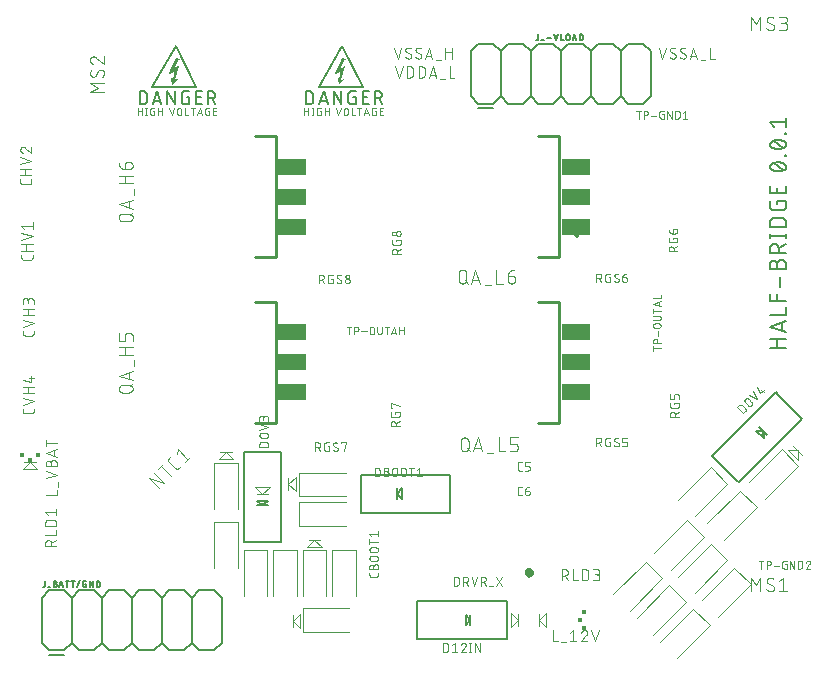
<source format=gbr>
G04 EAGLE Gerber RS-274X export*
G75*
%MOMM*%
%FSLAX34Y34*%
%LPD*%
%INSilkscreen Top*%
%IPPOS*%
%AMOC8*
5,1,8,0,0,1.08239X$1,22.5*%
G01*
%ADD10C,0.127000*%
%ADD11C,0.304800*%
%ADD12C,0.076200*%
%ADD13C,0.500000*%
%ADD14C,0.120000*%
%ADD15C,0.254000*%
%ADD16R,2.489200X1.422400*%
%ADD17C,0.101600*%
%ADD18R,0.325000X0.425000*%
%ADD19R,0.350000X0.350000*%
%ADD20R,0.425000X0.325000*%
%ADD21C,0.050800*%
%ADD22C,0.050000*%
%ADD23C,0.177800*%
%ADD24C,0.203200*%

G36*
X286040Y502761D02*
X286040Y502761D01*
X286074Y502762D01*
X286105Y502782D01*
X286140Y502794D01*
X286185Y502836D01*
X286190Y502839D01*
X286191Y502841D01*
X286195Y502844D01*
X290195Y507844D01*
X290205Y507870D01*
X290214Y507880D01*
X290217Y507898D01*
X290221Y507907D01*
X290248Y507972D01*
X290248Y507973D01*
X290248Y507974D01*
X290236Y508041D01*
X290224Y508110D01*
X290223Y508110D01*
X290223Y508111D01*
X290177Y508161D01*
X290129Y508213D01*
X290128Y508214D01*
X290061Y508231D01*
X289994Y508249D01*
X289993Y508249D01*
X289992Y508249D01*
X289921Y508236D01*
X287724Y507504D01*
X291238Y518927D01*
X291239Y518977D01*
X291248Y519027D01*
X291240Y519046D01*
X291240Y519066D01*
X291214Y519109D01*
X291195Y519156D01*
X291178Y519168D01*
X291167Y519185D01*
X291121Y519207D01*
X291080Y519236D01*
X291059Y519237D01*
X291041Y519246D01*
X290991Y519240D01*
X290941Y519242D01*
X290912Y519230D01*
X290902Y519229D01*
X290895Y519223D01*
X290872Y519214D01*
X286670Y516693D01*
X291218Y524879D01*
X291223Y524901D01*
X291236Y524919D01*
X291238Y524968D01*
X291249Y525015D01*
X291241Y525037D01*
X291242Y525059D01*
X291218Y525101D01*
X291201Y525147D01*
X291184Y525161D01*
X291172Y525180D01*
X291111Y525223D01*
X289111Y526223D01*
X289095Y526226D01*
X289081Y526236D01*
X289027Y526238D01*
X288974Y526248D01*
X288958Y526241D01*
X288941Y526242D01*
X288894Y526215D01*
X288845Y526195D01*
X288835Y526181D01*
X288820Y526172D01*
X288777Y526111D01*
X283777Y516111D01*
X283773Y516091D01*
X283762Y516074D01*
X283751Y516000D01*
X283751Y514000D01*
X283752Y513996D01*
X283751Y513993D01*
X283771Y513930D01*
X283790Y513866D01*
X283793Y513863D01*
X283794Y513860D01*
X283845Y513818D01*
X283895Y513774D01*
X283899Y513773D01*
X283902Y513771D01*
X283968Y513763D01*
X284033Y513753D01*
X284037Y513755D01*
X284041Y513754D01*
X284111Y513777D01*
X287627Y515535D01*
X285865Y508488D01*
X285176Y509176D01*
X285120Y509207D01*
X285066Y509240D01*
X285060Y509240D01*
X285054Y509243D01*
X284990Y509239D01*
X284926Y509238D01*
X284921Y509234D01*
X284914Y509234D01*
X284863Y509196D01*
X284810Y509161D01*
X284807Y509155D01*
X284802Y509151D01*
X284779Y509092D01*
X284753Y509033D01*
X284753Y509025D01*
X284752Y509021D01*
X284753Y509012D01*
X284754Y508959D01*
X285754Y502959D01*
X285770Y502926D01*
X285777Y502889D01*
X285800Y502864D01*
X285815Y502833D01*
X285847Y502814D01*
X285872Y502786D01*
X285905Y502778D01*
X285934Y502760D01*
X285971Y502760D01*
X286007Y502751D01*
X286040Y502761D01*
G37*
G36*
X145040Y502761D02*
X145040Y502761D01*
X145074Y502762D01*
X145105Y502782D01*
X145140Y502794D01*
X145185Y502836D01*
X145190Y502839D01*
X145191Y502841D01*
X145195Y502844D01*
X149195Y507844D01*
X149205Y507870D01*
X149214Y507880D01*
X149217Y507898D01*
X149221Y507907D01*
X149248Y507972D01*
X149248Y507973D01*
X149248Y507974D01*
X149236Y508041D01*
X149224Y508110D01*
X149223Y508110D01*
X149223Y508111D01*
X149177Y508161D01*
X149129Y508213D01*
X149128Y508214D01*
X149061Y508231D01*
X148994Y508249D01*
X148993Y508249D01*
X148992Y508249D01*
X148921Y508236D01*
X146724Y507504D01*
X150238Y518927D01*
X150239Y518977D01*
X150248Y519027D01*
X150240Y519046D01*
X150240Y519066D01*
X150214Y519109D01*
X150195Y519156D01*
X150178Y519168D01*
X150167Y519185D01*
X150121Y519207D01*
X150080Y519236D01*
X150059Y519237D01*
X150041Y519246D01*
X149991Y519240D01*
X149941Y519242D01*
X149912Y519230D01*
X149902Y519229D01*
X149895Y519223D01*
X149872Y519214D01*
X145670Y516693D01*
X150218Y524879D01*
X150223Y524901D01*
X150236Y524919D01*
X150238Y524968D01*
X150249Y525015D01*
X150241Y525037D01*
X150242Y525059D01*
X150218Y525101D01*
X150201Y525147D01*
X150184Y525161D01*
X150172Y525180D01*
X150111Y525223D01*
X148111Y526223D01*
X148095Y526226D01*
X148081Y526236D01*
X148027Y526238D01*
X147974Y526248D01*
X147958Y526241D01*
X147941Y526242D01*
X147894Y526215D01*
X147845Y526195D01*
X147835Y526181D01*
X147820Y526172D01*
X147777Y526111D01*
X142777Y516111D01*
X142773Y516091D01*
X142762Y516074D01*
X142751Y516000D01*
X142751Y514000D01*
X142752Y513996D01*
X142751Y513993D01*
X142771Y513930D01*
X142790Y513866D01*
X142793Y513863D01*
X142794Y513860D01*
X142845Y513818D01*
X142895Y513774D01*
X142899Y513773D01*
X142902Y513771D01*
X142968Y513763D01*
X143033Y513753D01*
X143037Y513755D01*
X143041Y513754D01*
X143111Y513777D01*
X146627Y515535D01*
X144865Y508488D01*
X144176Y509176D01*
X144120Y509207D01*
X144066Y509240D01*
X144060Y509240D01*
X144054Y509243D01*
X143990Y509239D01*
X143926Y509238D01*
X143921Y509234D01*
X143914Y509234D01*
X143863Y509196D01*
X143810Y509161D01*
X143807Y509155D01*
X143802Y509151D01*
X143779Y509092D01*
X143753Y509033D01*
X143753Y509025D01*
X143752Y509021D01*
X143753Y509012D01*
X143754Y508959D01*
X144754Y502959D01*
X144770Y502926D01*
X144777Y502889D01*
X144800Y502864D01*
X144815Y502833D01*
X144847Y502814D01*
X144872Y502786D01*
X144905Y502778D01*
X144934Y502760D01*
X144971Y502760D01*
X145007Y502751D01*
X145040Y502761D01*
G37*
D10*
X664365Y280635D02*
X650635Y280635D01*
X656737Y280635D02*
X656737Y288263D01*
X650635Y288263D02*
X664365Y288263D01*
X664365Y293822D02*
X650635Y298399D01*
X664365Y302976D01*
X660933Y301831D02*
X660933Y294966D01*
X664365Y308562D02*
X650635Y308562D01*
X664365Y308562D02*
X664365Y314665D01*
X664365Y320262D02*
X650635Y320262D01*
X650635Y326365D01*
X656737Y326365D02*
X656737Y320262D01*
X659026Y331622D02*
X659026Y340775D01*
X656737Y347441D02*
X656737Y351255D01*
X656739Y351377D01*
X656745Y351499D01*
X656755Y351621D01*
X656768Y351743D01*
X656786Y351864D01*
X656807Y351984D01*
X656833Y352104D01*
X656862Y352222D01*
X656895Y352340D01*
X656931Y352457D01*
X656972Y352572D01*
X657016Y352686D01*
X657063Y352799D01*
X657115Y352910D01*
X657170Y353019D01*
X657228Y353127D01*
X657289Y353232D01*
X657355Y353336D01*
X657423Y353437D01*
X657494Y353536D01*
X657569Y353633D01*
X657647Y353727D01*
X657728Y353819D01*
X657811Y353908D01*
X657898Y353995D01*
X657987Y354078D01*
X658079Y354159D01*
X658173Y354237D01*
X658270Y354312D01*
X658369Y354383D01*
X658470Y354451D01*
X658574Y354517D01*
X658679Y354578D01*
X658787Y354636D01*
X658896Y354691D01*
X659007Y354743D01*
X659120Y354790D01*
X659234Y354834D01*
X659349Y354875D01*
X659466Y354911D01*
X659584Y354944D01*
X659702Y354973D01*
X659822Y354999D01*
X659942Y355020D01*
X660063Y355038D01*
X660185Y355051D01*
X660307Y355061D01*
X660429Y355067D01*
X660551Y355069D01*
X660673Y355067D01*
X660795Y355061D01*
X660917Y355051D01*
X661039Y355038D01*
X661160Y355020D01*
X661280Y354999D01*
X661400Y354973D01*
X661518Y354944D01*
X661636Y354911D01*
X661753Y354875D01*
X661868Y354834D01*
X661982Y354790D01*
X662095Y354743D01*
X662206Y354691D01*
X662315Y354636D01*
X662423Y354578D01*
X662528Y354517D01*
X662632Y354451D01*
X662733Y354383D01*
X662832Y354312D01*
X662929Y354237D01*
X663023Y354159D01*
X663115Y354078D01*
X663204Y353995D01*
X663291Y353908D01*
X663374Y353819D01*
X663455Y353727D01*
X663533Y353633D01*
X663608Y353536D01*
X663679Y353437D01*
X663747Y353336D01*
X663813Y353232D01*
X663874Y353127D01*
X663932Y353019D01*
X663987Y352910D01*
X664039Y352799D01*
X664086Y352686D01*
X664130Y352572D01*
X664171Y352457D01*
X664207Y352340D01*
X664240Y352222D01*
X664269Y352104D01*
X664295Y351984D01*
X664316Y351864D01*
X664334Y351743D01*
X664347Y351621D01*
X664357Y351499D01*
X664363Y351377D01*
X664365Y351255D01*
X664365Y347441D01*
X650635Y347441D01*
X650635Y351255D01*
X650637Y351364D01*
X650643Y351473D01*
X650652Y351581D01*
X650666Y351689D01*
X650683Y351797D01*
X650705Y351904D01*
X650730Y352010D01*
X650759Y352115D01*
X650791Y352219D01*
X650827Y352321D01*
X650867Y352423D01*
X650911Y352522D01*
X650958Y352621D01*
X651008Y352717D01*
X651062Y352812D01*
X651119Y352904D01*
X651180Y352995D01*
X651244Y353083D01*
X651310Y353169D01*
X651380Y353253D01*
X651453Y353334D01*
X651529Y353412D01*
X651607Y353488D01*
X651688Y353561D01*
X651772Y353631D01*
X651858Y353697D01*
X651946Y353761D01*
X652037Y353822D01*
X652129Y353879D01*
X652224Y353933D01*
X652320Y353983D01*
X652419Y354030D01*
X652518Y354074D01*
X652620Y354114D01*
X652722Y354150D01*
X652826Y354182D01*
X652931Y354211D01*
X653037Y354236D01*
X653144Y354258D01*
X653252Y354275D01*
X653360Y354289D01*
X653468Y354298D01*
X653577Y354304D01*
X653686Y354306D01*
X653795Y354304D01*
X653904Y354298D01*
X654012Y354289D01*
X654120Y354275D01*
X654228Y354258D01*
X654335Y354236D01*
X654441Y354211D01*
X654546Y354182D01*
X654650Y354150D01*
X654752Y354114D01*
X654854Y354074D01*
X654953Y354030D01*
X655052Y353983D01*
X655148Y353933D01*
X655243Y353879D01*
X655335Y353822D01*
X655426Y353761D01*
X655514Y353697D01*
X655600Y353631D01*
X655684Y353561D01*
X655765Y353488D01*
X655843Y353412D01*
X655919Y353334D01*
X655992Y353253D01*
X656062Y353169D01*
X656128Y353083D01*
X656192Y352995D01*
X656253Y352904D01*
X656310Y352812D01*
X656364Y352717D01*
X656414Y352621D01*
X656461Y352522D01*
X656505Y352423D01*
X656545Y352321D01*
X656581Y352219D01*
X656613Y352115D01*
X656642Y352010D01*
X656667Y351904D01*
X656689Y351797D01*
X656706Y351689D01*
X656720Y351581D01*
X656729Y351473D01*
X656735Y351364D01*
X656737Y351255D01*
X650635Y360824D02*
X664365Y360824D01*
X650635Y360824D02*
X650635Y364638D01*
X650637Y364760D01*
X650643Y364882D01*
X650653Y365004D01*
X650666Y365126D01*
X650684Y365247D01*
X650705Y365367D01*
X650731Y365487D01*
X650760Y365605D01*
X650793Y365723D01*
X650829Y365840D01*
X650870Y365955D01*
X650914Y366069D01*
X650961Y366182D01*
X651013Y366293D01*
X651068Y366402D01*
X651126Y366510D01*
X651187Y366615D01*
X651253Y366719D01*
X651321Y366820D01*
X651392Y366919D01*
X651467Y367016D01*
X651545Y367110D01*
X651626Y367202D01*
X651709Y367291D01*
X651796Y367378D01*
X651885Y367461D01*
X651977Y367542D01*
X652071Y367620D01*
X652168Y367695D01*
X652267Y367766D01*
X652368Y367834D01*
X652472Y367900D01*
X652577Y367961D01*
X652685Y368019D01*
X652794Y368074D01*
X652905Y368126D01*
X653018Y368173D01*
X653132Y368217D01*
X653247Y368258D01*
X653364Y368294D01*
X653482Y368327D01*
X653600Y368356D01*
X653720Y368382D01*
X653840Y368403D01*
X653961Y368421D01*
X654083Y368434D01*
X654205Y368444D01*
X654327Y368450D01*
X654449Y368452D01*
X654571Y368450D01*
X654693Y368444D01*
X654815Y368434D01*
X654937Y368421D01*
X655058Y368403D01*
X655178Y368382D01*
X655298Y368356D01*
X655416Y368327D01*
X655534Y368294D01*
X655651Y368258D01*
X655766Y368217D01*
X655880Y368173D01*
X655993Y368126D01*
X656104Y368074D01*
X656213Y368019D01*
X656321Y367961D01*
X656426Y367900D01*
X656530Y367834D01*
X656631Y367766D01*
X656730Y367695D01*
X656827Y367620D01*
X656921Y367542D01*
X657013Y367461D01*
X657102Y367378D01*
X657189Y367291D01*
X657272Y367202D01*
X657353Y367110D01*
X657431Y367016D01*
X657506Y366919D01*
X657577Y366820D01*
X657645Y366719D01*
X657711Y366615D01*
X657772Y366510D01*
X657830Y366402D01*
X657885Y366293D01*
X657937Y366182D01*
X657984Y366069D01*
X658028Y365955D01*
X658069Y365840D01*
X658105Y365723D01*
X658138Y365605D01*
X658167Y365487D01*
X658193Y365367D01*
X658214Y365247D01*
X658232Y365126D01*
X658245Y365004D01*
X658255Y364882D01*
X658261Y364760D01*
X658263Y364638D01*
X658263Y360824D01*
X658263Y365401D02*
X664365Y368452D01*
X664365Y375349D02*
X650635Y375349D01*
X664365Y373823D02*
X664365Y376874D01*
X650635Y376874D02*
X650635Y373823D01*
X650635Y382785D02*
X664365Y382785D01*
X650635Y382785D02*
X650635Y386599D01*
X650637Y386721D01*
X650643Y386843D01*
X650653Y386965D01*
X650666Y387087D01*
X650684Y387208D01*
X650705Y387328D01*
X650731Y387448D01*
X650760Y387566D01*
X650793Y387684D01*
X650829Y387801D01*
X650870Y387916D01*
X650914Y388030D01*
X650961Y388143D01*
X651013Y388254D01*
X651068Y388363D01*
X651126Y388471D01*
X651187Y388576D01*
X651253Y388680D01*
X651321Y388781D01*
X651392Y388880D01*
X651467Y388977D01*
X651545Y389071D01*
X651626Y389163D01*
X651709Y389252D01*
X651796Y389339D01*
X651885Y389422D01*
X651977Y389503D01*
X652071Y389581D01*
X652168Y389656D01*
X652267Y389727D01*
X652368Y389795D01*
X652472Y389861D01*
X652577Y389922D01*
X652685Y389980D01*
X652794Y390035D01*
X652905Y390087D01*
X653018Y390134D01*
X653132Y390178D01*
X653247Y390219D01*
X653364Y390255D01*
X653482Y390288D01*
X653600Y390317D01*
X653720Y390343D01*
X653840Y390364D01*
X653961Y390382D01*
X654083Y390395D01*
X654205Y390405D01*
X654327Y390411D01*
X654449Y390413D01*
X660551Y390413D01*
X660673Y390411D01*
X660795Y390405D01*
X660917Y390395D01*
X661039Y390382D01*
X661160Y390364D01*
X661280Y390343D01*
X661400Y390317D01*
X661518Y390288D01*
X661636Y390255D01*
X661753Y390219D01*
X661868Y390178D01*
X661982Y390134D01*
X662095Y390087D01*
X662206Y390035D01*
X662315Y389980D01*
X662423Y389922D01*
X662528Y389861D01*
X662632Y389795D01*
X662733Y389727D01*
X662832Y389656D01*
X662929Y389581D01*
X663023Y389503D01*
X663115Y389422D01*
X663204Y389339D01*
X663291Y389252D01*
X663374Y389163D01*
X663455Y389071D01*
X663533Y388977D01*
X663608Y388880D01*
X663679Y388781D01*
X663747Y388680D01*
X663813Y388576D01*
X663874Y388471D01*
X663932Y388363D01*
X663987Y388254D01*
X664039Y388143D01*
X664086Y388030D01*
X664130Y387916D01*
X664171Y387801D01*
X664207Y387684D01*
X664240Y387566D01*
X664269Y387448D01*
X664295Y387328D01*
X664316Y387208D01*
X664334Y387087D01*
X664347Y386965D01*
X664357Y386843D01*
X664363Y386721D01*
X664365Y386599D01*
X664365Y382785D01*
X656737Y402524D02*
X656737Y404813D01*
X664365Y404813D01*
X664365Y400236D01*
X664363Y400127D01*
X664357Y400018D01*
X664348Y399910D01*
X664334Y399802D01*
X664317Y399694D01*
X664295Y399587D01*
X664270Y399481D01*
X664241Y399376D01*
X664209Y399273D01*
X664173Y399170D01*
X664133Y399068D01*
X664089Y398969D01*
X664042Y398870D01*
X663992Y398774D01*
X663938Y398679D01*
X663881Y398587D01*
X663820Y398496D01*
X663756Y398408D01*
X663690Y398322D01*
X663620Y398238D01*
X663547Y398157D01*
X663471Y398079D01*
X663393Y398003D01*
X663312Y397930D01*
X663228Y397860D01*
X663142Y397794D01*
X663054Y397730D01*
X662964Y397669D01*
X662871Y397612D01*
X662776Y397558D01*
X662680Y397508D01*
X662581Y397461D01*
X662482Y397417D01*
X662380Y397377D01*
X662278Y397341D01*
X662174Y397309D01*
X662069Y397280D01*
X661963Y397255D01*
X661856Y397233D01*
X661748Y397216D01*
X661640Y397202D01*
X661532Y397193D01*
X661423Y397187D01*
X661314Y397185D01*
X653686Y397185D01*
X653577Y397187D01*
X653468Y397193D01*
X653360Y397202D01*
X653252Y397216D01*
X653144Y397233D01*
X653037Y397255D01*
X652931Y397280D01*
X652826Y397309D01*
X652723Y397341D01*
X652620Y397377D01*
X652518Y397417D01*
X652419Y397461D01*
X652320Y397508D01*
X652224Y397558D01*
X652129Y397612D01*
X652037Y397669D01*
X651946Y397730D01*
X651858Y397794D01*
X651772Y397860D01*
X651688Y397930D01*
X651607Y398003D01*
X651529Y398079D01*
X651453Y398157D01*
X651380Y398238D01*
X651310Y398322D01*
X651244Y398408D01*
X651180Y398496D01*
X651119Y398586D01*
X651062Y398679D01*
X651008Y398774D01*
X650958Y398870D01*
X650911Y398969D01*
X650867Y399068D01*
X650827Y399170D01*
X650791Y399272D01*
X650759Y399376D01*
X650730Y399481D01*
X650705Y399587D01*
X650683Y399694D01*
X650666Y399802D01*
X650652Y399910D01*
X650643Y400018D01*
X650637Y400127D01*
X650635Y400236D01*
X650635Y404813D01*
X664365Y411612D02*
X664365Y417714D01*
X664365Y411612D02*
X650635Y411612D01*
X650635Y417714D01*
X656737Y416189D02*
X656737Y411612D01*
X657500Y430034D02*
X657230Y430037D01*
X656960Y430047D01*
X656690Y430063D01*
X656421Y430086D01*
X656153Y430115D01*
X655885Y430150D01*
X655618Y430192D01*
X655352Y430240D01*
X655088Y430294D01*
X654824Y430355D01*
X654563Y430422D01*
X654303Y430495D01*
X654044Y430575D01*
X653788Y430660D01*
X653534Y430752D01*
X653282Y430849D01*
X653033Y430953D01*
X652786Y431063D01*
X652542Y431178D01*
X652542Y431180D02*
X652442Y431216D01*
X652344Y431256D01*
X652247Y431299D01*
X652152Y431347D01*
X652059Y431398D01*
X651968Y431452D01*
X651879Y431509D01*
X651792Y431570D01*
X651708Y431635D01*
X651626Y431702D01*
X651546Y431772D01*
X651470Y431846D01*
X651396Y431922D01*
X651325Y432000D01*
X651257Y432082D01*
X651192Y432166D01*
X651130Y432252D01*
X651072Y432341D01*
X651017Y432431D01*
X650965Y432524D01*
X650917Y432619D01*
X650873Y432715D01*
X650832Y432813D01*
X650795Y432912D01*
X650762Y433013D01*
X650732Y433115D01*
X650706Y433218D01*
X650685Y433322D01*
X650667Y433426D01*
X650653Y433531D01*
X650643Y433637D01*
X650637Y433743D01*
X650635Y433849D01*
X650637Y433955D01*
X650643Y434061D01*
X650653Y434167D01*
X650667Y434272D01*
X650685Y434376D01*
X650706Y434480D01*
X650732Y434583D01*
X650762Y434685D01*
X650795Y434786D01*
X650832Y434885D01*
X650873Y434983D01*
X650917Y435079D01*
X650965Y435174D01*
X651017Y435267D01*
X651072Y435357D01*
X651130Y435446D01*
X651192Y435532D01*
X651257Y435616D01*
X651325Y435698D01*
X651396Y435776D01*
X651470Y435852D01*
X651546Y435926D01*
X651626Y435996D01*
X651708Y436063D01*
X651792Y436128D01*
X651879Y436189D01*
X651968Y436246D01*
X652059Y436300D01*
X652152Y436351D01*
X652247Y436399D01*
X652344Y436442D01*
X652442Y436482D01*
X652542Y436518D01*
X652542Y436519D02*
X652786Y436634D01*
X653033Y436744D01*
X653282Y436848D01*
X653534Y436945D01*
X653788Y437037D01*
X654044Y437122D01*
X654303Y437202D01*
X654563Y437275D01*
X654824Y437342D01*
X655088Y437403D01*
X655352Y437457D01*
X655618Y437505D01*
X655885Y437547D01*
X656153Y437582D01*
X656421Y437611D01*
X656690Y437634D01*
X656960Y437650D01*
X657230Y437660D01*
X657500Y437663D01*
X657500Y430034D02*
X657770Y430037D01*
X658040Y430047D01*
X658310Y430063D01*
X658579Y430086D01*
X658847Y430115D01*
X659115Y430150D01*
X659382Y430192D01*
X659648Y430240D01*
X659912Y430294D01*
X660176Y430355D01*
X660437Y430422D01*
X660697Y430495D01*
X660956Y430575D01*
X661212Y430660D01*
X661466Y430752D01*
X661718Y430849D01*
X661967Y430953D01*
X662214Y431063D01*
X662458Y431178D01*
X662458Y431180D02*
X662558Y431216D01*
X662656Y431256D01*
X662753Y431300D01*
X662848Y431347D01*
X662941Y431398D01*
X663032Y431452D01*
X663121Y431510D01*
X663208Y431570D01*
X663292Y431635D01*
X663374Y431702D01*
X663454Y431772D01*
X663530Y431846D01*
X663604Y431922D01*
X663675Y432001D01*
X663743Y432082D01*
X663808Y432166D01*
X663870Y432252D01*
X663928Y432341D01*
X663983Y432431D01*
X664035Y432524D01*
X664083Y432619D01*
X664127Y432715D01*
X664168Y432813D01*
X664205Y432912D01*
X664238Y433013D01*
X664268Y433115D01*
X664294Y433218D01*
X664315Y433322D01*
X664333Y433426D01*
X664347Y433531D01*
X664357Y433637D01*
X664363Y433743D01*
X664365Y433849D01*
X662458Y436519D02*
X662214Y436634D01*
X661967Y436744D01*
X661718Y436848D01*
X661466Y436945D01*
X661212Y437037D01*
X660956Y437122D01*
X660697Y437202D01*
X660437Y437275D01*
X660176Y437342D01*
X659912Y437403D01*
X659648Y437457D01*
X659382Y437505D01*
X659115Y437547D01*
X658847Y437582D01*
X658579Y437611D01*
X658310Y437634D01*
X658040Y437650D01*
X657770Y437660D01*
X657500Y437663D01*
X662458Y436518D02*
X662558Y436482D01*
X662656Y436442D01*
X662753Y436399D01*
X662848Y436351D01*
X662941Y436300D01*
X663032Y436246D01*
X663121Y436189D01*
X663208Y436128D01*
X663292Y436063D01*
X663374Y435996D01*
X663454Y435926D01*
X663530Y435852D01*
X663604Y435776D01*
X663675Y435698D01*
X663743Y435616D01*
X663808Y435532D01*
X663870Y435446D01*
X663928Y435357D01*
X663983Y435267D01*
X664035Y435174D01*
X664083Y435079D01*
X664127Y434983D01*
X664168Y434885D01*
X664205Y434786D01*
X664238Y434685D01*
X664268Y434583D01*
X664294Y434480D01*
X664315Y434376D01*
X664333Y434272D01*
X664347Y434167D01*
X664357Y434061D01*
X664363Y433955D01*
X664365Y433849D01*
X661314Y430798D02*
X653686Y436900D01*
X663602Y442917D02*
X664365Y442917D01*
X663602Y442917D02*
X663602Y443680D01*
X664365Y443680D01*
X664365Y442917D01*
X657500Y448934D02*
X657230Y448937D01*
X656960Y448947D01*
X656690Y448963D01*
X656421Y448986D01*
X656153Y449015D01*
X655885Y449050D01*
X655618Y449092D01*
X655352Y449140D01*
X655088Y449194D01*
X654824Y449255D01*
X654563Y449322D01*
X654303Y449395D01*
X654044Y449475D01*
X653788Y449560D01*
X653534Y449652D01*
X653282Y449749D01*
X653033Y449853D01*
X652786Y449963D01*
X652542Y450078D01*
X652542Y450080D02*
X652442Y450116D01*
X652344Y450156D01*
X652247Y450199D01*
X652152Y450247D01*
X652059Y450298D01*
X651968Y450352D01*
X651879Y450409D01*
X651792Y450470D01*
X651708Y450535D01*
X651626Y450602D01*
X651546Y450672D01*
X651470Y450746D01*
X651396Y450822D01*
X651325Y450900D01*
X651257Y450982D01*
X651192Y451066D01*
X651130Y451152D01*
X651072Y451241D01*
X651017Y451331D01*
X650965Y451424D01*
X650917Y451519D01*
X650873Y451615D01*
X650832Y451713D01*
X650795Y451812D01*
X650762Y451913D01*
X650732Y452015D01*
X650706Y452118D01*
X650685Y452222D01*
X650667Y452326D01*
X650653Y452431D01*
X650643Y452537D01*
X650637Y452643D01*
X650635Y452749D01*
X650637Y452855D01*
X650643Y452961D01*
X650653Y453067D01*
X650667Y453172D01*
X650685Y453276D01*
X650706Y453380D01*
X650732Y453483D01*
X650762Y453585D01*
X650795Y453686D01*
X650832Y453785D01*
X650873Y453883D01*
X650917Y453979D01*
X650965Y454074D01*
X651017Y454167D01*
X651072Y454257D01*
X651130Y454346D01*
X651192Y454432D01*
X651257Y454516D01*
X651325Y454598D01*
X651396Y454676D01*
X651470Y454752D01*
X651546Y454826D01*
X651626Y454896D01*
X651708Y454963D01*
X651792Y455028D01*
X651879Y455089D01*
X651968Y455146D01*
X652059Y455200D01*
X652152Y455251D01*
X652247Y455299D01*
X652344Y455342D01*
X652442Y455382D01*
X652542Y455418D01*
X652542Y455419D02*
X652786Y455534D01*
X653033Y455644D01*
X653282Y455748D01*
X653534Y455845D01*
X653788Y455937D01*
X654044Y456022D01*
X654303Y456102D01*
X654563Y456175D01*
X654824Y456242D01*
X655088Y456303D01*
X655352Y456357D01*
X655618Y456405D01*
X655885Y456447D01*
X656153Y456482D01*
X656421Y456511D01*
X656690Y456534D01*
X656960Y456550D01*
X657230Y456560D01*
X657500Y456563D01*
X657500Y448934D02*
X657770Y448937D01*
X658040Y448947D01*
X658310Y448963D01*
X658579Y448986D01*
X658847Y449015D01*
X659115Y449050D01*
X659382Y449092D01*
X659648Y449140D01*
X659912Y449194D01*
X660176Y449255D01*
X660437Y449322D01*
X660697Y449395D01*
X660956Y449475D01*
X661212Y449560D01*
X661466Y449652D01*
X661718Y449749D01*
X661967Y449853D01*
X662214Y449963D01*
X662458Y450078D01*
X662458Y450080D02*
X662558Y450116D01*
X662656Y450156D01*
X662753Y450200D01*
X662848Y450247D01*
X662941Y450298D01*
X663032Y450352D01*
X663121Y450410D01*
X663208Y450470D01*
X663292Y450535D01*
X663374Y450602D01*
X663454Y450672D01*
X663530Y450746D01*
X663604Y450822D01*
X663675Y450901D01*
X663743Y450982D01*
X663808Y451066D01*
X663870Y451152D01*
X663928Y451241D01*
X663983Y451331D01*
X664035Y451424D01*
X664083Y451519D01*
X664127Y451615D01*
X664168Y451713D01*
X664205Y451812D01*
X664238Y451913D01*
X664268Y452015D01*
X664294Y452118D01*
X664315Y452222D01*
X664333Y452326D01*
X664347Y452431D01*
X664357Y452537D01*
X664363Y452643D01*
X664365Y452749D01*
X662458Y455419D02*
X662214Y455534D01*
X661967Y455644D01*
X661718Y455748D01*
X661466Y455845D01*
X661212Y455937D01*
X660956Y456022D01*
X660697Y456102D01*
X660437Y456175D01*
X660176Y456242D01*
X659912Y456303D01*
X659648Y456357D01*
X659382Y456405D01*
X659115Y456447D01*
X658847Y456482D01*
X658579Y456511D01*
X658310Y456534D01*
X658040Y456550D01*
X657770Y456560D01*
X657500Y456563D01*
X662458Y455418D02*
X662558Y455382D01*
X662656Y455342D01*
X662753Y455299D01*
X662848Y455251D01*
X662941Y455200D01*
X663032Y455146D01*
X663121Y455089D01*
X663208Y455028D01*
X663292Y454963D01*
X663374Y454896D01*
X663454Y454826D01*
X663530Y454752D01*
X663604Y454676D01*
X663675Y454598D01*
X663743Y454516D01*
X663808Y454432D01*
X663870Y454346D01*
X663928Y454257D01*
X663983Y454167D01*
X664035Y454074D01*
X664083Y453979D01*
X664127Y453883D01*
X664168Y453785D01*
X664205Y453686D01*
X664238Y453585D01*
X664268Y453483D01*
X664294Y453380D01*
X664315Y453276D01*
X664333Y453172D01*
X664347Y453067D01*
X664357Y452961D01*
X664363Y452855D01*
X664365Y452749D01*
X661314Y449698D02*
X653686Y455800D01*
X663602Y461817D02*
X664365Y461817D01*
X663602Y461817D02*
X663602Y462580D01*
X664365Y462580D01*
X664365Y461817D01*
X653686Y467835D02*
X650635Y471649D01*
X664365Y471649D01*
X664365Y467835D02*
X664365Y475463D01*
D11*
X486880Y383220D02*
X486880Y375600D01*
X484340Y378140D01*
X481800Y380680D01*
X486880Y385760D01*
X486880Y383220D01*
X484340Y380680D01*
X484340Y378140D01*
D12*
X335514Y525381D02*
X332381Y534779D01*
X338646Y534779D02*
X335514Y525381D01*
X344875Y525381D02*
X344964Y525383D01*
X345052Y525389D01*
X345140Y525398D01*
X345228Y525411D01*
X345315Y525428D01*
X345401Y525448D01*
X345486Y525473D01*
X345571Y525500D01*
X345654Y525532D01*
X345735Y525566D01*
X345815Y525605D01*
X345893Y525646D01*
X345970Y525691D01*
X346044Y525739D01*
X346117Y525790D01*
X346187Y525844D01*
X346254Y525902D01*
X346320Y525962D01*
X346382Y526024D01*
X346442Y526090D01*
X346500Y526157D01*
X346554Y526227D01*
X346605Y526300D01*
X346653Y526374D01*
X346698Y526451D01*
X346739Y526529D01*
X346778Y526609D01*
X346812Y526690D01*
X346844Y526773D01*
X346871Y526858D01*
X346896Y526943D01*
X346916Y527029D01*
X346933Y527116D01*
X346946Y527204D01*
X346955Y527292D01*
X346961Y527380D01*
X346963Y527469D01*
X344875Y525381D02*
X344746Y525383D01*
X344617Y525389D01*
X344488Y525398D01*
X344360Y525411D01*
X344232Y525428D01*
X344105Y525449D01*
X343978Y525473D01*
X343852Y525501D01*
X343727Y525533D01*
X343603Y525568D01*
X343480Y525607D01*
X343358Y525650D01*
X343238Y525696D01*
X343119Y525746D01*
X343001Y525799D01*
X342885Y525855D01*
X342771Y525915D01*
X342658Y525978D01*
X342548Y526045D01*
X342439Y526114D01*
X342333Y526187D01*
X342228Y526263D01*
X342126Y526342D01*
X342027Y526424D01*
X341929Y526508D01*
X341834Y526596D01*
X341742Y526686D01*
X342004Y532691D02*
X342006Y532780D01*
X342012Y532868D01*
X342021Y532956D01*
X342034Y533044D01*
X342051Y533131D01*
X342071Y533217D01*
X342096Y533302D01*
X342123Y533387D01*
X342155Y533470D01*
X342189Y533551D01*
X342228Y533631D01*
X342269Y533709D01*
X342314Y533786D01*
X342362Y533860D01*
X342413Y533933D01*
X342467Y534003D01*
X342525Y534070D01*
X342585Y534136D01*
X342647Y534198D01*
X342713Y534258D01*
X342780Y534316D01*
X342850Y534370D01*
X342923Y534421D01*
X342997Y534469D01*
X343074Y534514D01*
X343152Y534555D01*
X343232Y534594D01*
X343313Y534628D01*
X343396Y534660D01*
X343481Y534687D01*
X343566Y534712D01*
X343652Y534732D01*
X343739Y534749D01*
X343827Y534762D01*
X343915Y534771D01*
X344003Y534777D01*
X344092Y534779D01*
X344212Y534777D01*
X344332Y534772D01*
X344452Y534762D01*
X344571Y534750D01*
X344690Y534733D01*
X344808Y534713D01*
X344926Y534689D01*
X345042Y534662D01*
X345158Y534631D01*
X345273Y534597D01*
X345387Y534559D01*
X345500Y534517D01*
X345611Y534472D01*
X345721Y534424D01*
X345829Y534373D01*
X345936Y534318D01*
X346041Y534260D01*
X346144Y534198D01*
X346245Y534134D01*
X346345Y534066D01*
X346442Y533996D01*
X343047Y530864D02*
X342969Y530912D01*
X342893Y530964D01*
X342820Y531018D01*
X342749Y531076D01*
X342680Y531137D01*
X342614Y531201D01*
X342551Y531268D01*
X342491Y531337D01*
X342434Y531409D01*
X342380Y531483D01*
X342330Y531560D01*
X342282Y531639D01*
X342239Y531719D01*
X342198Y531802D01*
X342162Y531886D01*
X342129Y531971D01*
X342100Y532058D01*
X342074Y532147D01*
X342052Y532236D01*
X342035Y532326D01*
X342021Y532416D01*
X342011Y532508D01*
X342005Y532599D01*
X342003Y532691D01*
X345919Y529296D02*
X345997Y529248D01*
X346073Y529196D01*
X346146Y529142D01*
X346217Y529084D01*
X346286Y529023D01*
X346352Y528959D01*
X346415Y528892D01*
X346475Y528823D01*
X346532Y528751D01*
X346586Y528677D01*
X346636Y528600D01*
X346684Y528521D01*
X346727Y528441D01*
X346768Y528358D01*
X346804Y528274D01*
X346837Y528189D01*
X346866Y528102D01*
X346892Y528013D01*
X346914Y527924D01*
X346931Y527834D01*
X346945Y527744D01*
X346955Y527652D01*
X346961Y527561D01*
X346963Y527469D01*
X345919Y529297D02*
X343048Y530863D01*
X353409Y525381D02*
X353498Y525383D01*
X353586Y525389D01*
X353674Y525398D01*
X353762Y525411D01*
X353849Y525428D01*
X353935Y525448D01*
X354020Y525473D01*
X354105Y525500D01*
X354188Y525532D01*
X354269Y525566D01*
X354349Y525605D01*
X354427Y525646D01*
X354504Y525691D01*
X354578Y525739D01*
X354651Y525790D01*
X354721Y525844D01*
X354788Y525902D01*
X354854Y525962D01*
X354916Y526024D01*
X354976Y526090D01*
X355034Y526157D01*
X355088Y526227D01*
X355139Y526300D01*
X355187Y526374D01*
X355232Y526451D01*
X355273Y526529D01*
X355312Y526609D01*
X355346Y526690D01*
X355378Y526773D01*
X355405Y526858D01*
X355430Y526943D01*
X355450Y527029D01*
X355467Y527116D01*
X355480Y527204D01*
X355489Y527292D01*
X355495Y527380D01*
X355497Y527469D01*
X353409Y525381D02*
X353280Y525383D01*
X353151Y525389D01*
X353022Y525398D01*
X352894Y525411D01*
X352766Y525428D01*
X352639Y525449D01*
X352512Y525473D01*
X352386Y525501D01*
X352261Y525533D01*
X352137Y525568D01*
X352014Y525607D01*
X351892Y525650D01*
X351772Y525696D01*
X351653Y525746D01*
X351535Y525799D01*
X351419Y525855D01*
X351305Y525915D01*
X351192Y525978D01*
X351082Y526045D01*
X350973Y526114D01*
X350867Y526187D01*
X350762Y526263D01*
X350660Y526342D01*
X350561Y526424D01*
X350463Y526508D01*
X350368Y526596D01*
X350276Y526686D01*
X350538Y532691D02*
X350540Y532780D01*
X350546Y532868D01*
X350555Y532956D01*
X350568Y533044D01*
X350585Y533131D01*
X350605Y533217D01*
X350630Y533302D01*
X350657Y533387D01*
X350689Y533470D01*
X350723Y533551D01*
X350762Y533631D01*
X350803Y533709D01*
X350848Y533786D01*
X350896Y533860D01*
X350947Y533933D01*
X351001Y534003D01*
X351059Y534070D01*
X351119Y534136D01*
X351181Y534198D01*
X351247Y534258D01*
X351314Y534316D01*
X351384Y534370D01*
X351457Y534421D01*
X351531Y534469D01*
X351608Y534514D01*
X351686Y534555D01*
X351766Y534594D01*
X351847Y534628D01*
X351930Y534660D01*
X352015Y534687D01*
X352100Y534712D01*
X352186Y534732D01*
X352273Y534749D01*
X352361Y534762D01*
X352449Y534771D01*
X352537Y534777D01*
X352626Y534779D01*
X352746Y534777D01*
X352866Y534772D01*
X352986Y534762D01*
X353105Y534750D01*
X353224Y534733D01*
X353342Y534713D01*
X353460Y534689D01*
X353576Y534662D01*
X353692Y534631D01*
X353807Y534597D01*
X353921Y534559D01*
X354034Y534517D01*
X354145Y534472D01*
X354255Y534424D01*
X354363Y534373D01*
X354470Y534318D01*
X354575Y534260D01*
X354678Y534198D01*
X354779Y534134D01*
X354879Y534066D01*
X354976Y533996D01*
X351582Y530864D02*
X351504Y530912D01*
X351428Y530964D01*
X351355Y531018D01*
X351284Y531076D01*
X351215Y531137D01*
X351149Y531201D01*
X351086Y531268D01*
X351026Y531337D01*
X350969Y531409D01*
X350915Y531483D01*
X350865Y531560D01*
X350817Y531639D01*
X350774Y531719D01*
X350733Y531802D01*
X350697Y531886D01*
X350664Y531971D01*
X350635Y532058D01*
X350609Y532147D01*
X350587Y532236D01*
X350570Y532326D01*
X350556Y532416D01*
X350546Y532508D01*
X350540Y532599D01*
X350538Y532691D01*
X354454Y529296D02*
X354532Y529248D01*
X354608Y529196D01*
X354681Y529142D01*
X354752Y529084D01*
X354821Y529023D01*
X354887Y528959D01*
X354950Y528892D01*
X355010Y528823D01*
X355067Y528751D01*
X355121Y528677D01*
X355171Y528600D01*
X355219Y528521D01*
X355262Y528441D01*
X355303Y528358D01*
X355339Y528274D01*
X355372Y528189D01*
X355401Y528102D01*
X355427Y528013D01*
X355449Y527924D01*
X355466Y527834D01*
X355480Y527744D01*
X355490Y527652D01*
X355496Y527561D01*
X355498Y527469D01*
X354453Y529297D02*
X351582Y530863D01*
X358594Y525381D02*
X361726Y534779D01*
X364859Y525381D01*
X364076Y527731D02*
X359377Y527731D01*
X367867Y524337D02*
X372044Y524337D01*
X375880Y525381D02*
X375880Y534779D01*
X375880Y530602D02*
X381101Y530602D01*
X381101Y534779D02*
X381101Y525381D01*
X556381Y534779D02*
X559514Y525381D01*
X562646Y534779D01*
X570963Y527469D02*
X570961Y527380D01*
X570955Y527292D01*
X570946Y527204D01*
X570933Y527116D01*
X570916Y527029D01*
X570896Y526943D01*
X570871Y526858D01*
X570844Y526773D01*
X570812Y526690D01*
X570778Y526609D01*
X570739Y526529D01*
X570698Y526451D01*
X570653Y526374D01*
X570605Y526300D01*
X570554Y526227D01*
X570500Y526157D01*
X570442Y526090D01*
X570382Y526024D01*
X570320Y525962D01*
X570254Y525902D01*
X570187Y525844D01*
X570117Y525790D01*
X570044Y525739D01*
X569970Y525691D01*
X569893Y525646D01*
X569815Y525605D01*
X569735Y525566D01*
X569654Y525532D01*
X569571Y525500D01*
X569486Y525473D01*
X569401Y525448D01*
X569315Y525428D01*
X569228Y525411D01*
X569140Y525398D01*
X569052Y525389D01*
X568964Y525383D01*
X568875Y525381D01*
X568746Y525383D01*
X568617Y525389D01*
X568488Y525398D01*
X568360Y525411D01*
X568232Y525428D01*
X568105Y525449D01*
X567978Y525473D01*
X567852Y525501D01*
X567727Y525533D01*
X567603Y525568D01*
X567480Y525607D01*
X567358Y525650D01*
X567238Y525696D01*
X567119Y525746D01*
X567001Y525799D01*
X566885Y525855D01*
X566771Y525915D01*
X566658Y525978D01*
X566548Y526045D01*
X566439Y526114D01*
X566333Y526187D01*
X566228Y526263D01*
X566126Y526342D01*
X566027Y526424D01*
X565929Y526508D01*
X565834Y526596D01*
X565742Y526686D01*
X566004Y532691D02*
X566006Y532780D01*
X566012Y532868D01*
X566021Y532956D01*
X566034Y533044D01*
X566051Y533131D01*
X566071Y533217D01*
X566096Y533302D01*
X566123Y533387D01*
X566155Y533470D01*
X566189Y533551D01*
X566228Y533631D01*
X566269Y533709D01*
X566314Y533786D01*
X566362Y533860D01*
X566413Y533933D01*
X566467Y534003D01*
X566525Y534070D01*
X566585Y534136D01*
X566647Y534198D01*
X566713Y534258D01*
X566780Y534316D01*
X566850Y534370D01*
X566923Y534421D01*
X566997Y534469D01*
X567074Y534514D01*
X567152Y534555D01*
X567232Y534594D01*
X567313Y534628D01*
X567396Y534660D01*
X567481Y534687D01*
X567566Y534712D01*
X567652Y534732D01*
X567739Y534749D01*
X567827Y534762D01*
X567915Y534771D01*
X568003Y534777D01*
X568092Y534779D01*
X568212Y534777D01*
X568332Y534772D01*
X568452Y534762D01*
X568571Y534750D01*
X568690Y534733D01*
X568808Y534713D01*
X568926Y534689D01*
X569042Y534662D01*
X569158Y534631D01*
X569273Y534597D01*
X569387Y534559D01*
X569500Y534517D01*
X569611Y534472D01*
X569721Y534424D01*
X569829Y534373D01*
X569936Y534318D01*
X570041Y534260D01*
X570144Y534198D01*
X570245Y534134D01*
X570345Y534066D01*
X570442Y533996D01*
X567047Y530864D02*
X566969Y530912D01*
X566893Y530964D01*
X566820Y531018D01*
X566749Y531076D01*
X566680Y531137D01*
X566614Y531201D01*
X566551Y531268D01*
X566491Y531337D01*
X566434Y531409D01*
X566380Y531483D01*
X566330Y531560D01*
X566282Y531639D01*
X566239Y531719D01*
X566198Y531802D01*
X566162Y531886D01*
X566129Y531971D01*
X566100Y532058D01*
X566074Y532147D01*
X566052Y532236D01*
X566035Y532326D01*
X566021Y532416D01*
X566011Y532508D01*
X566005Y532599D01*
X566003Y532691D01*
X569919Y529296D02*
X569997Y529248D01*
X570073Y529196D01*
X570146Y529142D01*
X570217Y529084D01*
X570286Y529023D01*
X570352Y528959D01*
X570415Y528892D01*
X570475Y528823D01*
X570532Y528751D01*
X570586Y528677D01*
X570636Y528600D01*
X570684Y528521D01*
X570727Y528441D01*
X570768Y528358D01*
X570804Y528274D01*
X570837Y528189D01*
X570866Y528102D01*
X570892Y528013D01*
X570914Y527924D01*
X570931Y527834D01*
X570945Y527744D01*
X570955Y527652D01*
X570961Y527561D01*
X570963Y527469D01*
X569919Y529297D02*
X567048Y530863D01*
X577409Y525381D02*
X577498Y525383D01*
X577586Y525389D01*
X577674Y525398D01*
X577762Y525411D01*
X577849Y525428D01*
X577935Y525448D01*
X578020Y525473D01*
X578105Y525500D01*
X578188Y525532D01*
X578269Y525566D01*
X578349Y525605D01*
X578427Y525646D01*
X578504Y525691D01*
X578578Y525739D01*
X578651Y525790D01*
X578721Y525844D01*
X578788Y525902D01*
X578854Y525962D01*
X578916Y526024D01*
X578976Y526090D01*
X579034Y526157D01*
X579088Y526227D01*
X579139Y526300D01*
X579187Y526374D01*
X579232Y526451D01*
X579273Y526529D01*
X579312Y526609D01*
X579346Y526690D01*
X579378Y526773D01*
X579405Y526858D01*
X579430Y526943D01*
X579450Y527029D01*
X579467Y527116D01*
X579480Y527204D01*
X579489Y527292D01*
X579495Y527380D01*
X579497Y527469D01*
X577409Y525381D02*
X577280Y525383D01*
X577151Y525389D01*
X577022Y525398D01*
X576894Y525411D01*
X576766Y525428D01*
X576639Y525449D01*
X576512Y525473D01*
X576386Y525501D01*
X576261Y525533D01*
X576137Y525568D01*
X576014Y525607D01*
X575892Y525650D01*
X575772Y525696D01*
X575653Y525746D01*
X575535Y525799D01*
X575419Y525855D01*
X575305Y525915D01*
X575192Y525978D01*
X575082Y526045D01*
X574973Y526114D01*
X574867Y526187D01*
X574762Y526263D01*
X574660Y526342D01*
X574561Y526424D01*
X574463Y526508D01*
X574368Y526596D01*
X574276Y526686D01*
X574538Y532691D02*
X574540Y532780D01*
X574546Y532868D01*
X574555Y532956D01*
X574568Y533044D01*
X574585Y533131D01*
X574605Y533217D01*
X574630Y533302D01*
X574657Y533387D01*
X574689Y533470D01*
X574723Y533551D01*
X574762Y533631D01*
X574803Y533709D01*
X574848Y533786D01*
X574896Y533860D01*
X574947Y533933D01*
X575001Y534003D01*
X575059Y534070D01*
X575119Y534136D01*
X575181Y534198D01*
X575247Y534258D01*
X575314Y534316D01*
X575384Y534370D01*
X575457Y534421D01*
X575531Y534469D01*
X575608Y534514D01*
X575686Y534555D01*
X575766Y534594D01*
X575847Y534628D01*
X575930Y534660D01*
X576015Y534687D01*
X576100Y534712D01*
X576186Y534732D01*
X576273Y534749D01*
X576361Y534762D01*
X576449Y534771D01*
X576537Y534777D01*
X576626Y534779D01*
X576746Y534777D01*
X576866Y534772D01*
X576986Y534762D01*
X577105Y534750D01*
X577224Y534733D01*
X577342Y534713D01*
X577460Y534689D01*
X577576Y534662D01*
X577692Y534631D01*
X577807Y534597D01*
X577921Y534559D01*
X578034Y534517D01*
X578145Y534472D01*
X578255Y534424D01*
X578363Y534373D01*
X578470Y534318D01*
X578575Y534260D01*
X578678Y534198D01*
X578779Y534134D01*
X578879Y534066D01*
X578976Y533996D01*
X575582Y530864D02*
X575504Y530912D01*
X575428Y530964D01*
X575355Y531018D01*
X575284Y531076D01*
X575215Y531137D01*
X575149Y531201D01*
X575086Y531268D01*
X575026Y531337D01*
X574969Y531409D01*
X574915Y531483D01*
X574865Y531560D01*
X574817Y531639D01*
X574774Y531719D01*
X574733Y531802D01*
X574697Y531886D01*
X574664Y531971D01*
X574635Y532058D01*
X574609Y532147D01*
X574587Y532236D01*
X574570Y532326D01*
X574556Y532416D01*
X574546Y532508D01*
X574540Y532599D01*
X574538Y532691D01*
X578454Y529296D02*
X578532Y529248D01*
X578608Y529196D01*
X578681Y529142D01*
X578752Y529084D01*
X578821Y529023D01*
X578887Y528959D01*
X578950Y528892D01*
X579010Y528823D01*
X579067Y528751D01*
X579121Y528677D01*
X579171Y528600D01*
X579219Y528521D01*
X579262Y528441D01*
X579303Y528358D01*
X579339Y528274D01*
X579372Y528189D01*
X579401Y528102D01*
X579427Y528013D01*
X579449Y527924D01*
X579466Y527834D01*
X579480Y527744D01*
X579490Y527652D01*
X579496Y527561D01*
X579498Y527469D01*
X578453Y529297D02*
X575582Y530863D01*
X582594Y525381D02*
X585726Y534779D01*
X588859Y525381D01*
X588076Y527731D02*
X583377Y527731D01*
X591867Y524337D02*
X596044Y524337D01*
X599897Y525381D02*
X599897Y534779D01*
X599897Y525381D02*
X604074Y525381D01*
X336514Y509381D02*
X333381Y518779D01*
X339646Y518779D02*
X336514Y509381D01*
X343352Y509381D02*
X343352Y518779D01*
X345962Y518779D01*
X346062Y518777D01*
X346162Y518771D01*
X346261Y518762D01*
X346361Y518748D01*
X346459Y518731D01*
X346557Y518710D01*
X346654Y518686D01*
X346750Y518657D01*
X346845Y518625D01*
X346938Y518590D01*
X347030Y518551D01*
X347121Y518508D01*
X347209Y518462D01*
X347296Y518412D01*
X347381Y518360D01*
X347464Y518304D01*
X347545Y518245D01*
X347623Y518182D01*
X347699Y518117D01*
X347773Y518049D01*
X347843Y517979D01*
X347911Y517905D01*
X347976Y517829D01*
X348039Y517751D01*
X348098Y517670D01*
X348154Y517587D01*
X348206Y517502D01*
X348256Y517415D01*
X348302Y517327D01*
X348345Y517236D01*
X348384Y517144D01*
X348419Y517051D01*
X348451Y516956D01*
X348480Y516860D01*
X348504Y516763D01*
X348525Y516665D01*
X348542Y516567D01*
X348556Y516467D01*
X348565Y516368D01*
X348571Y516268D01*
X348573Y516168D01*
X348573Y511992D01*
X348571Y511892D01*
X348565Y511792D01*
X348556Y511693D01*
X348542Y511593D01*
X348525Y511495D01*
X348504Y511397D01*
X348480Y511300D01*
X348451Y511204D01*
X348419Y511109D01*
X348384Y511016D01*
X348345Y510924D01*
X348302Y510833D01*
X348256Y510745D01*
X348206Y510658D01*
X348154Y510573D01*
X348098Y510490D01*
X348039Y510409D01*
X347976Y510331D01*
X347911Y510255D01*
X347843Y510181D01*
X347773Y510111D01*
X347699Y510043D01*
X347623Y509978D01*
X347545Y509915D01*
X347464Y509856D01*
X347381Y509800D01*
X347296Y509748D01*
X347209Y509698D01*
X347121Y509652D01*
X347030Y509609D01*
X346938Y509570D01*
X346845Y509535D01*
X346750Y509503D01*
X346654Y509474D01*
X346557Y509450D01*
X346459Y509429D01*
X346361Y509412D01*
X346261Y509398D01*
X346162Y509389D01*
X346062Y509383D01*
X345962Y509381D01*
X343352Y509381D01*
X353105Y509381D02*
X353105Y518779D01*
X355716Y518779D01*
X355816Y518777D01*
X355916Y518771D01*
X356015Y518762D01*
X356115Y518748D01*
X356213Y518731D01*
X356311Y518710D01*
X356408Y518686D01*
X356504Y518657D01*
X356599Y518625D01*
X356692Y518590D01*
X356784Y518551D01*
X356875Y518508D01*
X356963Y518462D01*
X357050Y518412D01*
X357135Y518360D01*
X357218Y518304D01*
X357299Y518245D01*
X357377Y518182D01*
X357453Y518117D01*
X357527Y518049D01*
X357597Y517979D01*
X357665Y517905D01*
X357730Y517829D01*
X357793Y517751D01*
X357852Y517670D01*
X357908Y517587D01*
X357960Y517502D01*
X358010Y517415D01*
X358056Y517327D01*
X358099Y517236D01*
X358138Y517144D01*
X358173Y517051D01*
X358205Y516956D01*
X358234Y516860D01*
X358258Y516763D01*
X358279Y516665D01*
X358296Y516567D01*
X358310Y516467D01*
X358319Y516368D01*
X358325Y516268D01*
X358327Y516168D01*
X358327Y511992D01*
X358325Y511892D01*
X358319Y511792D01*
X358310Y511693D01*
X358296Y511593D01*
X358279Y511495D01*
X358258Y511397D01*
X358234Y511300D01*
X358205Y511204D01*
X358173Y511109D01*
X358138Y511016D01*
X358099Y510924D01*
X358056Y510833D01*
X358010Y510745D01*
X357960Y510658D01*
X357908Y510573D01*
X357852Y510490D01*
X357793Y510409D01*
X357730Y510331D01*
X357665Y510255D01*
X357597Y510181D01*
X357527Y510111D01*
X357453Y510043D01*
X357377Y509978D01*
X357299Y509915D01*
X357218Y509856D01*
X357135Y509800D01*
X357050Y509748D01*
X356963Y509698D01*
X356875Y509652D01*
X356784Y509609D01*
X356692Y509570D01*
X356599Y509535D01*
X356504Y509503D01*
X356408Y509474D01*
X356311Y509450D01*
X356213Y509429D01*
X356115Y509412D01*
X356015Y509398D01*
X355916Y509389D01*
X355816Y509383D01*
X355716Y509381D01*
X353105Y509381D01*
X362032Y509381D02*
X365165Y518779D01*
X368297Y509381D01*
X367514Y511731D02*
X362815Y511731D01*
X371306Y508337D02*
X375483Y508337D01*
X379336Y509381D02*
X379336Y518779D01*
X379336Y509381D02*
X383512Y509381D01*
X271000Y112000D02*
X259000Y112000D01*
X265000Y118000D02*
X271000Y112000D01*
X265000Y118000D02*
X259000Y112000D01*
X260000Y118000D02*
X270000Y118000D01*
X253000Y55000D02*
X253000Y43000D01*
X247000Y49000D02*
X253000Y55000D01*
X247000Y49000D02*
X253000Y43000D01*
X247000Y44000D02*
X247000Y54000D01*
X431000Y56000D02*
X431000Y44000D01*
X437000Y50000D01*
X431000Y56000D01*
X437000Y55000D02*
X437000Y45000D01*
X461000Y44000D02*
X461000Y56000D01*
X455000Y50000D01*
X461000Y44000D01*
X455000Y45000D02*
X455000Y55000D01*
X196000Y186000D02*
X184000Y186000D01*
X190000Y192000D02*
X196000Y186000D01*
X190000Y192000D02*
X184000Y186000D01*
X185000Y192000D02*
X195000Y192000D01*
X249000Y171000D02*
X249000Y159000D01*
X243000Y165000D02*
X249000Y171000D01*
X243000Y165000D02*
X249000Y159000D01*
X243000Y160000D02*
X243000Y170000D01*
X227000Y163000D02*
X215000Y163000D01*
X221000Y157000D01*
X227000Y163000D01*
X226000Y157000D02*
X216000Y157000D01*
X665636Y193707D02*
X674121Y185222D01*
X674121Y193707D01*
X665636Y193707D01*
X670586Y197243D02*
X677657Y190172D01*
X30000Y178000D02*
X18000Y178000D01*
X24000Y184000D02*
X30000Y178000D01*
X24000Y184000D02*
X18000Y178000D01*
X19000Y184000D02*
X29000Y184000D01*
X438745Y176553D02*
X440381Y176553D01*
X438745Y176553D02*
X438667Y176555D01*
X438589Y176560D01*
X438512Y176570D01*
X438435Y176583D01*
X438359Y176599D01*
X438284Y176619D01*
X438210Y176643D01*
X438137Y176670D01*
X438065Y176701D01*
X437995Y176735D01*
X437927Y176772D01*
X437860Y176813D01*
X437795Y176857D01*
X437733Y176903D01*
X437673Y176953D01*
X437615Y177005D01*
X437560Y177060D01*
X437508Y177118D01*
X437458Y177178D01*
X437412Y177240D01*
X437368Y177305D01*
X437327Y177372D01*
X437290Y177440D01*
X437256Y177510D01*
X437225Y177582D01*
X437198Y177655D01*
X437174Y177729D01*
X437154Y177804D01*
X437138Y177880D01*
X437125Y177957D01*
X437115Y178034D01*
X437110Y178112D01*
X437108Y178190D01*
X437108Y182282D01*
X437110Y182362D01*
X437116Y182442D01*
X437126Y182522D01*
X437139Y182601D01*
X437157Y182680D01*
X437178Y182757D01*
X437204Y182833D01*
X437233Y182908D01*
X437265Y182982D01*
X437301Y183054D01*
X437341Y183124D01*
X437384Y183191D01*
X437430Y183257D01*
X437480Y183320D01*
X437532Y183381D01*
X437587Y183440D01*
X437646Y183495D01*
X437706Y183547D01*
X437770Y183597D01*
X437836Y183643D01*
X437903Y183686D01*
X437973Y183726D01*
X438045Y183762D01*
X438119Y183794D01*
X438193Y183823D01*
X438270Y183849D01*
X438347Y183870D01*
X438426Y183888D01*
X438505Y183901D01*
X438585Y183911D01*
X438665Y183917D01*
X438745Y183919D01*
X440381Y183919D01*
X443227Y176553D02*
X445682Y176553D01*
X445760Y176555D01*
X445838Y176560D01*
X445915Y176570D01*
X445992Y176583D01*
X446068Y176599D01*
X446143Y176619D01*
X446217Y176643D01*
X446290Y176670D01*
X446362Y176701D01*
X446432Y176735D01*
X446501Y176772D01*
X446567Y176813D01*
X446632Y176857D01*
X446694Y176903D01*
X446754Y176953D01*
X446812Y177005D01*
X446867Y177060D01*
X446919Y177118D01*
X446969Y177178D01*
X447015Y177240D01*
X447059Y177305D01*
X447100Y177372D01*
X447137Y177440D01*
X447171Y177510D01*
X447202Y177582D01*
X447229Y177655D01*
X447253Y177729D01*
X447273Y177804D01*
X447289Y177880D01*
X447302Y177957D01*
X447312Y178034D01*
X447317Y178112D01*
X447319Y178190D01*
X447319Y179008D01*
X447317Y179086D01*
X447312Y179164D01*
X447302Y179241D01*
X447289Y179318D01*
X447273Y179394D01*
X447253Y179469D01*
X447229Y179543D01*
X447202Y179616D01*
X447171Y179688D01*
X447137Y179758D01*
X447100Y179827D01*
X447059Y179893D01*
X447015Y179958D01*
X446969Y180020D01*
X446919Y180080D01*
X446867Y180138D01*
X446812Y180193D01*
X446754Y180245D01*
X446694Y180295D01*
X446632Y180341D01*
X446567Y180385D01*
X446501Y180426D01*
X446432Y180463D01*
X446362Y180497D01*
X446290Y180528D01*
X446217Y180555D01*
X446143Y180579D01*
X446068Y180599D01*
X445992Y180615D01*
X445915Y180628D01*
X445838Y180638D01*
X445760Y180643D01*
X445682Y180645D01*
X443227Y180645D01*
X443227Y183919D01*
X447319Y183919D01*
X440381Y155553D02*
X438745Y155553D01*
X438667Y155555D01*
X438589Y155560D01*
X438512Y155570D01*
X438435Y155583D01*
X438359Y155599D01*
X438284Y155619D01*
X438210Y155643D01*
X438137Y155670D01*
X438065Y155701D01*
X437995Y155735D01*
X437927Y155772D01*
X437860Y155813D01*
X437795Y155857D01*
X437733Y155903D01*
X437673Y155953D01*
X437615Y156005D01*
X437560Y156060D01*
X437508Y156118D01*
X437458Y156178D01*
X437412Y156240D01*
X437368Y156305D01*
X437327Y156372D01*
X437290Y156440D01*
X437256Y156510D01*
X437225Y156582D01*
X437198Y156655D01*
X437174Y156729D01*
X437154Y156804D01*
X437138Y156880D01*
X437125Y156957D01*
X437115Y157034D01*
X437110Y157112D01*
X437108Y157190D01*
X437108Y161282D01*
X437110Y161362D01*
X437116Y161442D01*
X437126Y161522D01*
X437139Y161601D01*
X437157Y161680D01*
X437178Y161757D01*
X437204Y161833D01*
X437233Y161908D01*
X437265Y161982D01*
X437301Y162054D01*
X437341Y162124D01*
X437384Y162191D01*
X437430Y162257D01*
X437480Y162320D01*
X437532Y162381D01*
X437587Y162440D01*
X437646Y162495D01*
X437706Y162547D01*
X437770Y162597D01*
X437836Y162643D01*
X437903Y162686D01*
X437973Y162726D01*
X438045Y162762D01*
X438119Y162794D01*
X438193Y162823D01*
X438270Y162849D01*
X438347Y162870D01*
X438426Y162888D01*
X438505Y162901D01*
X438585Y162911D01*
X438665Y162917D01*
X438745Y162919D01*
X440381Y162919D01*
X443227Y159645D02*
X445682Y159645D01*
X445760Y159643D01*
X445838Y159638D01*
X445915Y159628D01*
X445992Y159615D01*
X446068Y159599D01*
X446143Y159579D01*
X446217Y159555D01*
X446290Y159528D01*
X446362Y159497D01*
X446432Y159463D01*
X446501Y159426D01*
X446567Y159385D01*
X446632Y159341D01*
X446694Y159295D01*
X446754Y159245D01*
X446812Y159193D01*
X446867Y159138D01*
X446919Y159080D01*
X446969Y159020D01*
X447015Y158958D01*
X447059Y158893D01*
X447100Y158827D01*
X447137Y158758D01*
X447171Y158688D01*
X447202Y158616D01*
X447229Y158543D01*
X447253Y158469D01*
X447273Y158394D01*
X447289Y158318D01*
X447302Y158241D01*
X447312Y158164D01*
X447317Y158086D01*
X447319Y158008D01*
X447319Y157599D01*
X447317Y157510D01*
X447311Y157421D01*
X447301Y157332D01*
X447288Y157244D01*
X447271Y157156D01*
X447249Y157069D01*
X447224Y156984D01*
X447196Y156899D01*
X447163Y156816D01*
X447127Y156734D01*
X447088Y156654D01*
X447045Y156576D01*
X446999Y156500D01*
X446949Y156425D01*
X446896Y156353D01*
X446840Y156284D01*
X446781Y156217D01*
X446720Y156152D01*
X446655Y156091D01*
X446588Y156032D01*
X446519Y155976D01*
X446447Y155923D01*
X446372Y155873D01*
X446296Y155827D01*
X446218Y155784D01*
X446138Y155745D01*
X446056Y155709D01*
X445973Y155676D01*
X445888Y155648D01*
X445803Y155623D01*
X445716Y155601D01*
X445628Y155584D01*
X445540Y155571D01*
X445451Y155561D01*
X445362Y155555D01*
X445273Y155553D01*
X445184Y155555D01*
X445095Y155561D01*
X445006Y155571D01*
X444918Y155584D01*
X444830Y155601D01*
X444743Y155623D01*
X444658Y155648D01*
X444573Y155676D01*
X444490Y155709D01*
X444408Y155745D01*
X444328Y155784D01*
X444250Y155827D01*
X444174Y155873D01*
X444099Y155923D01*
X444027Y155976D01*
X443958Y156032D01*
X443891Y156091D01*
X443826Y156152D01*
X443765Y156217D01*
X443706Y156284D01*
X443650Y156353D01*
X443597Y156425D01*
X443547Y156500D01*
X443501Y156576D01*
X443458Y156654D01*
X443419Y156734D01*
X443383Y156816D01*
X443350Y156899D01*
X443322Y156984D01*
X443297Y157069D01*
X443275Y157156D01*
X443258Y157244D01*
X443245Y157332D01*
X443235Y157421D01*
X443229Y157510D01*
X443227Y157599D01*
X443227Y159645D01*
X443229Y159759D01*
X443235Y159873D01*
X443245Y159987D01*
X443259Y160101D01*
X443277Y160214D01*
X443299Y160326D01*
X443324Y160437D01*
X443354Y160547D01*
X443387Y160657D01*
X443424Y160765D01*
X443465Y160871D01*
X443510Y160977D01*
X443558Y161080D01*
X443610Y161182D01*
X443666Y161282D01*
X443724Y161380D01*
X443787Y161476D01*
X443852Y161569D01*
X443921Y161661D01*
X443993Y161749D01*
X444068Y161836D01*
X444146Y161919D01*
X444227Y162000D01*
X444310Y162078D01*
X444397Y162153D01*
X444485Y162225D01*
X444577Y162294D01*
X444670Y162359D01*
X444766Y162421D01*
X444864Y162480D01*
X444964Y162536D01*
X445066Y162588D01*
X445169Y162636D01*
X445275Y162681D01*
X445381Y162722D01*
X445489Y162759D01*
X445599Y162792D01*
X445709Y162822D01*
X445820Y162847D01*
X445932Y162869D01*
X446045Y162887D01*
X446159Y162901D01*
X446273Y162911D01*
X446387Y162917D01*
X446501Y162919D01*
X318919Y89955D02*
X318919Y88318D01*
X318917Y88240D01*
X318912Y88162D01*
X318902Y88085D01*
X318889Y88008D01*
X318873Y87932D01*
X318853Y87857D01*
X318829Y87783D01*
X318802Y87710D01*
X318771Y87638D01*
X318737Y87568D01*
X318700Y87500D01*
X318659Y87433D01*
X318615Y87368D01*
X318569Y87306D01*
X318519Y87246D01*
X318467Y87188D01*
X318412Y87133D01*
X318354Y87081D01*
X318294Y87031D01*
X318232Y86985D01*
X318167Y86941D01*
X318101Y86900D01*
X318032Y86863D01*
X317962Y86829D01*
X317890Y86798D01*
X317817Y86771D01*
X317743Y86747D01*
X317668Y86727D01*
X317592Y86711D01*
X317515Y86698D01*
X317438Y86688D01*
X317360Y86683D01*
X317282Y86681D01*
X313190Y86681D01*
X313110Y86683D01*
X313030Y86689D01*
X312950Y86699D01*
X312871Y86712D01*
X312792Y86730D01*
X312715Y86751D01*
X312639Y86777D01*
X312564Y86806D01*
X312490Y86838D01*
X312418Y86874D01*
X312348Y86914D01*
X312281Y86957D01*
X312215Y87003D01*
X312152Y87053D01*
X312091Y87105D01*
X312032Y87160D01*
X311977Y87219D01*
X311925Y87279D01*
X311875Y87343D01*
X311829Y87408D01*
X311786Y87476D01*
X311746Y87546D01*
X311710Y87618D01*
X311678Y87692D01*
X311649Y87766D01*
X311624Y87843D01*
X311602Y87920D01*
X311584Y87999D01*
X311571Y88078D01*
X311561Y88157D01*
X311555Y88238D01*
X311553Y88318D01*
X311553Y89955D01*
X314827Y93162D02*
X314827Y95208D01*
X314829Y95297D01*
X314835Y95386D01*
X314845Y95475D01*
X314858Y95563D01*
X314875Y95651D01*
X314897Y95738D01*
X314922Y95823D01*
X314950Y95908D01*
X314983Y95991D01*
X315019Y96073D01*
X315058Y96153D01*
X315101Y96231D01*
X315147Y96307D01*
X315197Y96382D01*
X315250Y96454D01*
X315306Y96523D01*
X315365Y96590D01*
X315426Y96655D01*
X315491Y96716D01*
X315558Y96775D01*
X315627Y96831D01*
X315699Y96884D01*
X315774Y96934D01*
X315850Y96980D01*
X315928Y97023D01*
X316008Y97062D01*
X316090Y97098D01*
X316173Y97131D01*
X316258Y97159D01*
X316343Y97184D01*
X316430Y97206D01*
X316518Y97223D01*
X316606Y97236D01*
X316695Y97246D01*
X316784Y97252D01*
X316873Y97254D01*
X316962Y97252D01*
X317051Y97246D01*
X317140Y97236D01*
X317228Y97223D01*
X317316Y97206D01*
X317403Y97184D01*
X317488Y97159D01*
X317573Y97131D01*
X317656Y97098D01*
X317738Y97062D01*
X317818Y97023D01*
X317896Y96980D01*
X317972Y96934D01*
X318047Y96884D01*
X318119Y96831D01*
X318188Y96775D01*
X318255Y96716D01*
X318320Y96655D01*
X318381Y96590D01*
X318440Y96523D01*
X318496Y96454D01*
X318549Y96382D01*
X318599Y96307D01*
X318645Y96231D01*
X318688Y96153D01*
X318727Y96073D01*
X318763Y95991D01*
X318796Y95908D01*
X318824Y95823D01*
X318849Y95738D01*
X318871Y95651D01*
X318888Y95563D01*
X318901Y95475D01*
X318911Y95386D01*
X318917Y95297D01*
X318919Y95208D01*
X318919Y93162D01*
X311553Y93162D01*
X311553Y95208D01*
X311555Y95287D01*
X311561Y95366D01*
X311570Y95445D01*
X311583Y95523D01*
X311601Y95600D01*
X311621Y95676D01*
X311646Y95751D01*
X311674Y95825D01*
X311705Y95898D01*
X311741Y95969D01*
X311779Y96038D01*
X311821Y96105D01*
X311866Y96170D01*
X311914Y96233D01*
X311965Y96294D01*
X312019Y96351D01*
X312075Y96407D01*
X312134Y96459D01*
X312196Y96509D01*
X312260Y96555D01*
X312326Y96599D01*
X312394Y96639D01*
X312464Y96675D01*
X312536Y96709D01*
X312610Y96739D01*
X312684Y96765D01*
X312760Y96788D01*
X312837Y96806D01*
X312914Y96822D01*
X312993Y96833D01*
X313071Y96841D01*
X313150Y96845D01*
X313230Y96845D01*
X313309Y96841D01*
X313387Y96833D01*
X313466Y96822D01*
X313543Y96806D01*
X313620Y96788D01*
X313696Y96765D01*
X313770Y96739D01*
X313844Y96709D01*
X313916Y96675D01*
X313986Y96639D01*
X314054Y96599D01*
X314120Y96555D01*
X314184Y96509D01*
X314246Y96459D01*
X314305Y96407D01*
X314361Y96351D01*
X314415Y96294D01*
X314466Y96233D01*
X314514Y96170D01*
X314559Y96105D01*
X314601Y96038D01*
X314639Y95969D01*
X314675Y95898D01*
X314706Y95825D01*
X314734Y95751D01*
X314759Y95676D01*
X314779Y95600D01*
X314797Y95523D01*
X314810Y95445D01*
X314819Y95366D01*
X314825Y95287D01*
X314827Y95208D01*
X313599Y100115D02*
X316873Y100115D01*
X313599Y100115D02*
X313510Y100117D01*
X313421Y100123D01*
X313332Y100133D01*
X313244Y100146D01*
X313156Y100163D01*
X313069Y100185D01*
X312984Y100210D01*
X312899Y100238D01*
X312816Y100271D01*
X312734Y100307D01*
X312654Y100346D01*
X312576Y100389D01*
X312500Y100435D01*
X312425Y100485D01*
X312353Y100538D01*
X312284Y100594D01*
X312217Y100653D01*
X312152Y100714D01*
X312091Y100779D01*
X312032Y100846D01*
X311976Y100915D01*
X311923Y100987D01*
X311873Y101062D01*
X311827Y101138D01*
X311784Y101216D01*
X311745Y101296D01*
X311709Y101378D01*
X311676Y101461D01*
X311648Y101546D01*
X311623Y101631D01*
X311601Y101718D01*
X311584Y101806D01*
X311571Y101894D01*
X311561Y101983D01*
X311555Y102072D01*
X311553Y102161D01*
X311555Y102250D01*
X311561Y102339D01*
X311571Y102428D01*
X311584Y102516D01*
X311601Y102604D01*
X311623Y102691D01*
X311648Y102776D01*
X311676Y102861D01*
X311709Y102944D01*
X311745Y103026D01*
X311784Y103106D01*
X311827Y103184D01*
X311873Y103260D01*
X311923Y103335D01*
X311976Y103407D01*
X312032Y103476D01*
X312091Y103543D01*
X312152Y103608D01*
X312217Y103669D01*
X312284Y103728D01*
X312353Y103784D01*
X312425Y103837D01*
X312500Y103887D01*
X312576Y103933D01*
X312654Y103976D01*
X312734Y104015D01*
X312816Y104051D01*
X312899Y104084D01*
X312984Y104112D01*
X313069Y104137D01*
X313156Y104159D01*
X313244Y104176D01*
X313332Y104189D01*
X313421Y104199D01*
X313510Y104205D01*
X313599Y104207D01*
X316873Y104207D01*
X316962Y104205D01*
X317051Y104199D01*
X317140Y104189D01*
X317228Y104176D01*
X317316Y104159D01*
X317403Y104137D01*
X317488Y104112D01*
X317573Y104084D01*
X317656Y104051D01*
X317738Y104015D01*
X317818Y103976D01*
X317896Y103933D01*
X317972Y103887D01*
X318047Y103837D01*
X318119Y103784D01*
X318188Y103728D01*
X318255Y103669D01*
X318320Y103608D01*
X318381Y103543D01*
X318440Y103476D01*
X318496Y103407D01*
X318549Y103335D01*
X318599Y103260D01*
X318645Y103184D01*
X318688Y103106D01*
X318727Y103026D01*
X318763Y102944D01*
X318796Y102861D01*
X318824Y102776D01*
X318849Y102691D01*
X318871Y102604D01*
X318888Y102516D01*
X318901Y102428D01*
X318911Y102339D01*
X318917Y102250D01*
X318919Y102161D01*
X318917Y102072D01*
X318911Y101983D01*
X318901Y101894D01*
X318888Y101806D01*
X318871Y101718D01*
X318849Y101631D01*
X318824Y101546D01*
X318796Y101461D01*
X318763Y101378D01*
X318727Y101296D01*
X318688Y101216D01*
X318645Y101138D01*
X318599Y101062D01*
X318549Y100987D01*
X318496Y100915D01*
X318440Y100846D01*
X318381Y100779D01*
X318320Y100714D01*
X318255Y100653D01*
X318188Y100594D01*
X318119Y100538D01*
X318047Y100485D01*
X317972Y100435D01*
X317896Y100389D01*
X317818Y100346D01*
X317738Y100307D01*
X317656Y100271D01*
X317573Y100238D01*
X317488Y100210D01*
X317403Y100185D01*
X317316Y100163D01*
X317228Y100146D01*
X317140Y100133D01*
X317051Y100123D01*
X316962Y100117D01*
X316873Y100115D01*
X316873Y107430D02*
X313599Y107430D01*
X313599Y107431D02*
X313510Y107433D01*
X313421Y107439D01*
X313332Y107449D01*
X313244Y107462D01*
X313156Y107479D01*
X313069Y107501D01*
X312984Y107526D01*
X312899Y107554D01*
X312816Y107587D01*
X312734Y107623D01*
X312654Y107662D01*
X312576Y107705D01*
X312500Y107751D01*
X312425Y107801D01*
X312353Y107854D01*
X312284Y107910D01*
X312217Y107969D01*
X312152Y108030D01*
X312091Y108095D01*
X312032Y108162D01*
X311976Y108231D01*
X311923Y108303D01*
X311873Y108378D01*
X311827Y108454D01*
X311784Y108532D01*
X311745Y108612D01*
X311709Y108694D01*
X311676Y108777D01*
X311648Y108862D01*
X311623Y108947D01*
X311601Y109034D01*
X311584Y109122D01*
X311571Y109210D01*
X311561Y109299D01*
X311555Y109388D01*
X311553Y109477D01*
X311555Y109566D01*
X311561Y109655D01*
X311571Y109744D01*
X311584Y109832D01*
X311601Y109920D01*
X311623Y110007D01*
X311648Y110092D01*
X311676Y110177D01*
X311709Y110260D01*
X311745Y110342D01*
X311784Y110422D01*
X311827Y110500D01*
X311873Y110576D01*
X311923Y110651D01*
X311976Y110723D01*
X312032Y110792D01*
X312091Y110859D01*
X312152Y110924D01*
X312217Y110985D01*
X312284Y111044D01*
X312353Y111100D01*
X312425Y111153D01*
X312500Y111203D01*
X312576Y111249D01*
X312654Y111292D01*
X312734Y111331D01*
X312816Y111367D01*
X312899Y111400D01*
X312984Y111428D01*
X313069Y111453D01*
X313156Y111475D01*
X313244Y111492D01*
X313332Y111505D01*
X313421Y111515D01*
X313510Y111521D01*
X313599Y111523D01*
X316873Y111523D01*
X316962Y111521D01*
X317051Y111515D01*
X317140Y111505D01*
X317228Y111492D01*
X317316Y111475D01*
X317403Y111453D01*
X317488Y111428D01*
X317573Y111400D01*
X317656Y111367D01*
X317738Y111331D01*
X317818Y111292D01*
X317896Y111249D01*
X317972Y111203D01*
X318047Y111153D01*
X318119Y111100D01*
X318188Y111044D01*
X318255Y110985D01*
X318320Y110924D01*
X318381Y110859D01*
X318440Y110792D01*
X318496Y110723D01*
X318549Y110651D01*
X318599Y110576D01*
X318645Y110500D01*
X318688Y110422D01*
X318727Y110342D01*
X318763Y110260D01*
X318796Y110177D01*
X318824Y110092D01*
X318849Y110007D01*
X318871Y109920D01*
X318888Y109832D01*
X318901Y109744D01*
X318911Y109655D01*
X318917Y109566D01*
X318919Y109477D01*
X318917Y109388D01*
X318911Y109299D01*
X318901Y109210D01*
X318888Y109122D01*
X318871Y109034D01*
X318849Y108947D01*
X318824Y108862D01*
X318796Y108777D01*
X318763Y108694D01*
X318727Y108612D01*
X318688Y108532D01*
X318645Y108454D01*
X318599Y108378D01*
X318549Y108303D01*
X318496Y108231D01*
X318440Y108162D01*
X318381Y108095D01*
X318320Y108030D01*
X318255Y107969D01*
X318188Y107910D01*
X318119Y107854D01*
X318047Y107801D01*
X317972Y107751D01*
X317896Y107705D01*
X317818Y107662D01*
X317738Y107623D01*
X317656Y107587D01*
X317573Y107554D01*
X317488Y107526D01*
X317403Y107501D01*
X317316Y107479D01*
X317228Y107462D01*
X317140Y107449D01*
X317051Y107439D01*
X316962Y107433D01*
X316873Y107431D01*
X318919Y116304D02*
X311553Y116304D01*
X311553Y114258D02*
X311553Y118350D01*
X313190Y121086D02*
X311553Y123132D01*
X318919Y123132D01*
X318919Y121086D02*
X318919Y125178D01*
D13*
X445586Y90000D02*
X445588Y90075D01*
X445594Y90149D01*
X445604Y90223D01*
X445617Y90296D01*
X445635Y90369D01*
X445656Y90440D01*
X445681Y90511D01*
X445710Y90580D01*
X445743Y90647D01*
X445779Y90712D01*
X445818Y90776D01*
X445860Y90837D01*
X445906Y90896D01*
X445955Y90953D01*
X446007Y91006D01*
X446061Y91057D01*
X446118Y91106D01*
X446178Y91150D01*
X446240Y91192D01*
X446304Y91231D01*
X446370Y91266D01*
X446437Y91297D01*
X446507Y91325D01*
X446577Y91349D01*
X446649Y91370D01*
X446722Y91386D01*
X446795Y91399D01*
X446870Y91408D01*
X446944Y91413D01*
X447019Y91414D01*
X447093Y91411D01*
X447168Y91404D01*
X447241Y91393D01*
X447315Y91379D01*
X447387Y91360D01*
X447458Y91338D01*
X447528Y91312D01*
X447597Y91282D01*
X447663Y91249D01*
X447728Y91212D01*
X447791Y91172D01*
X447852Y91128D01*
X447910Y91082D01*
X447966Y91032D01*
X448019Y90980D01*
X448070Y90925D01*
X448117Y90867D01*
X448161Y90807D01*
X448202Y90744D01*
X448240Y90680D01*
X448274Y90614D01*
X448305Y90545D01*
X448332Y90476D01*
X448355Y90405D01*
X448374Y90333D01*
X448390Y90260D01*
X448402Y90186D01*
X448410Y90112D01*
X448414Y90037D01*
X448414Y89963D01*
X448410Y89888D01*
X448402Y89814D01*
X448390Y89740D01*
X448374Y89667D01*
X448355Y89595D01*
X448332Y89524D01*
X448305Y89455D01*
X448274Y89386D01*
X448240Y89320D01*
X448202Y89256D01*
X448161Y89193D01*
X448117Y89133D01*
X448070Y89075D01*
X448019Y89020D01*
X447966Y88968D01*
X447910Y88918D01*
X447852Y88872D01*
X447791Y88828D01*
X447728Y88788D01*
X447663Y88751D01*
X447597Y88718D01*
X447528Y88688D01*
X447458Y88662D01*
X447387Y88640D01*
X447315Y88621D01*
X447241Y88607D01*
X447168Y88596D01*
X447093Y88589D01*
X447019Y88586D01*
X446944Y88587D01*
X446870Y88592D01*
X446795Y88601D01*
X446722Y88614D01*
X446649Y88630D01*
X446577Y88651D01*
X446507Y88675D01*
X446437Y88703D01*
X446370Y88734D01*
X446304Y88769D01*
X446240Y88808D01*
X446178Y88850D01*
X446118Y88894D01*
X446061Y88943D01*
X446007Y88994D01*
X445955Y89047D01*
X445906Y89104D01*
X445860Y89163D01*
X445818Y89224D01*
X445779Y89288D01*
X445743Y89353D01*
X445710Y89420D01*
X445681Y89489D01*
X445656Y89560D01*
X445635Y89631D01*
X445617Y89704D01*
X445604Y89777D01*
X445594Y89851D01*
X445588Y89925D01*
X445586Y90000D01*
D12*
X383273Y86619D02*
X383273Y79253D01*
X383273Y86619D02*
X385319Y86619D01*
X385408Y86617D01*
X385497Y86611D01*
X385586Y86601D01*
X385674Y86588D01*
X385762Y86571D01*
X385849Y86549D01*
X385934Y86524D01*
X386019Y86496D01*
X386102Y86463D01*
X386184Y86427D01*
X386264Y86388D01*
X386342Y86345D01*
X386418Y86299D01*
X386493Y86249D01*
X386565Y86196D01*
X386634Y86140D01*
X386701Y86081D01*
X386766Y86020D01*
X386827Y85955D01*
X386886Y85888D01*
X386942Y85819D01*
X386995Y85747D01*
X387045Y85672D01*
X387091Y85596D01*
X387134Y85518D01*
X387173Y85438D01*
X387209Y85356D01*
X387242Y85273D01*
X387270Y85188D01*
X387295Y85103D01*
X387317Y85016D01*
X387334Y84928D01*
X387347Y84840D01*
X387357Y84751D01*
X387363Y84662D01*
X387365Y84573D01*
X387365Y81299D01*
X387363Y81210D01*
X387357Y81121D01*
X387347Y81032D01*
X387334Y80944D01*
X387317Y80856D01*
X387295Y80769D01*
X387270Y80684D01*
X387242Y80599D01*
X387209Y80516D01*
X387173Y80434D01*
X387134Y80354D01*
X387091Y80276D01*
X387045Y80200D01*
X386995Y80125D01*
X386942Y80053D01*
X386886Y79984D01*
X386827Y79917D01*
X386766Y79852D01*
X386701Y79791D01*
X386634Y79732D01*
X386565Y79676D01*
X386493Y79623D01*
X386418Y79573D01*
X386342Y79527D01*
X386264Y79484D01*
X386184Y79445D01*
X386102Y79409D01*
X386019Y79376D01*
X385934Y79348D01*
X385849Y79323D01*
X385762Y79301D01*
X385674Y79284D01*
X385586Y79271D01*
X385497Y79261D01*
X385408Y79255D01*
X385319Y79253D01*
X383273Y79253D01*
X391127Y79253D02*
X391127Y86619D01*
X393173Y86619D01*
X393262Y86617D01*
X393351Y86611D01*
X393440Y86601D01*
X393528Y86588D01*
X393616Y86571D01*
X393703Y86549D01*
X393788Y86524D01*
X393873Y86496D01*
X393956Y86463D01*
X394038Y86427D01*
X394118Y86388D01*
X394196Y86345D01*
X394272Y86299D01*
X394347Y86249D01*
X394419Y86196D01*
X394488Y86140D01*
X394555Y86081D01*
X394620Y86020D01*
X394681Y85955D01*
X394740Y85888D01*
X394796Y85819D01*
X394849Y85747D01*
X394899Y85672D01*
X394945Y85596D01*
X394988Y85518D01*
X395027Y85438D01*
X395063Y85356D01*
X395096Y85273D01*
X395124Y85188D01*
X395149Y85103D01*
X395171Y85016D01*
X395188Y84928D01*
X395201Y84840D01*
X395211Y84751D01*
X395217Y84662D01*
X395219Y84573D01*
X395217Y84484D01*
X395211Y84395D01*
X395201Y84306D01*
X395188Y84218D01*
X395171Y84130D01*
X395149Y84043D01*
X395124Y83958D01*
X395096Y83873D01*
X395063Y83790D01*
X395027Y83708D01*
X394988Y83628D01*
X394945Y83550D01*
X394899Y83474D01*
X394849Y83399D01*
X394796Y83327D01*
X394740Y83258D01*
X394681Y83191D01*
X394620Y83126D01*
X394555Y83065D01*
X394488Y83006D01*
X394419Y82950D01*
X394347Y82897D01*
X394272Y82847D01*
X394196Y82801D01*
X394118Y82758D01*
X394038Y82719D01*
X393956Y82683D01*
X393873Y82650D01*
X393788Y82622D01*
X393703Y82597D01*
X393616Y82575D01*
X393528Y82558D01*
X393440Y82545D01*
X393351Y82535D01*
X393262Y82529D01*
X393173Y82527D01*
X391127Y82527D01*
X393583Y82527D02*
X395219Y79253D01*
X400437Y79253D02*
X397982Y86619D01*
X402893Y86619D02*
X400437Y79253D01*
X406001Y79253D02*
X406001Y86619D01*
X408048Y86619D01*
X408137Y86617D01*
X408226Y86611D01*
X408315Y86601D01*
X408403Y86588D01*
X408491Y86571D01*
X408578Y86549D01*
X408663Y86524D01*
X408748Y86496D01*
X408831Y86463D01*
X408913Y86427D01*
X408993Y86388D01*
X409071Y86345D01*
X409147Y86299D01*
X409222Y86249D01*
X409294Y86196D01*
X409363Y86140D01*
X409430Y86081D01*
X409495Y86020D01*
X409556Y85955D01*
X409615Y85888D01*
X409671Y85819D01*
X409724Y85747D01*
X409774Y85672D01*
X409820Y85596D01*
X409863Y85518D01*
X409902Y85438D01*
X409938Y85356D01*
X409971Y85273D01*
X409999Y85188D01*
X410024Y85103D01*
X410046Y85016D01*
X410063Y84928D01*
X410076Y84840D01*
X410086Y84751D01*
X410092Y84662D01*
X410094Y84573D01*
X410092Y84484D01*
X410086Y84395D01*
X410076Y84306D01*
X410063Y84218D01*
X410046Y84130D01*
X410024Y84043D01*
X409999Y83958D01*
X409971Y83873D01*
X409938Y83790D01*
X409902Y83708D01*
X409863Y83628D01*
X409820Y83550D01*
X409774Y83474D01*
X409724Y83399D01*
X409671Y83327D01*
X409615Y83258D01*
X409556Y83191D01*
X409495Y83126D01*
X409430Y83065D01*
X409363Y83006D01*
X409294Y82950D01*
X409222Y82897D01*
X409147Y82847D01*
X409071Y82801D01*
X408993Y82758D01*
X408913Y82719D01*
X408831Y82683D01*
X408748Y82650D01*
X408663Y82622D01*
X408578Y82597D01*
X408491Y82575D01*
X408403Y82558D01*
X408315Y82545D01*
X408226Y82535D01*
X408137Y82529D01*
X408048Y82527D01*
X406001Y82527D01*
X408457Y82527D02*
X410094Y79253D01*
X412943Y78435D02*
X416217Y78435D01*
X418708Y79253D02*
X423619Y86619D01*
X418708Y86619D02*
X423619Y79253D01*
D10*
X304110Y143060D02*
X304110Y145540D01*
X304110Y173000D01*
X380160Y173000D01*
X380160Y170940D01*
X380160Y170365D01*
X380160Y170940D02*
X380160Y141000D01*
X304110Y141000D01*
X304110Y145540D01*
X338825Y152555D02*
X338825Y161445D01*
X335015Y157000D01*
X338825Y152555D01*
X335015Y152555D02*
X335015Y161445D01*
D12*
X315981Y171741D02*
X315981Y179107D01*
X318027Y179107D01*
X318116Y179105D01*
X318205Y179099D01*
X318294Y179089D01*
X318382Y179076D01*
X318470Y179059D01*
X318557Y179037D01*
X318642Y179012D01*
X318727Y178984D01*
X318810Y178951D01*
X318892Y178915D01*
X318972Y178876D01*
X319050Y178833D01*
X319126Y178787D01*
X319201Y178737D01*
X319273Y178684D01*
X319342Y178628D01*
X319409Y178569D01*
X319474Y178508D01*
X319535Y178443D01*
X319594Y178376D01*
X319650Y178307D01*
X319703Y178235D01*
X319753Y178160D01*
X319799Y178084D01*
X319842Y178006D01*
X319881Y177926D01*
X319917Y177844D01*
X319950Y177761D01*
X319978Y177676D01*
X320003Y177591D01*
X320025Y177504D01*
X320042Y177416D01*
X320055Y177328D01*
X320065Y177239D01*
X320071Y177150D01*
X320073Y177061D01*
X320073Y173787D01*
X320071Y173698D01*
X320065Y173609D01*
X320055Y173520D01*
X320042Y173432D01*
X320025Y173344D01*
X320003Y173257D01*
X319978Y173172D01*
X319950Y173087D01*
X319917Y173004D01*
X319881Y172922D01*
X319842Y172842D01*
X319799Y172764D01*
X319753Y172688D01*
X319703Y172613D01*
X319650Y172541D01*
X319594Y172472D01*
X319535Y172405D01*
X319474Y172340D01*
X319409Y172279D01*
X319342Y172220D01*
X319273Y172164D01*
X319201Y172111D01*
X319126Y172061D01*
X319050Y172015D01*
X318972Y171972D01*
X318892Y171933D01*
X318810Y171897D01*
X318727Y171864D01*
X318642Y171836D01*
X318557Y171811D01*
X318470Y171789D01*
X318382Y171772D01*
X318294Y171759D01*
X318205Y171749D01*
X318116Y171743D01*
X318027Y171741D01*
X315981Y171741D01*
X323902Y175833D02*
X325948Y175833D01*
X326037Y175831D01*
X326126Y175825D01*
X326215Y175815D01*
X326303Y175802D01*
X326391Y175785D01*
X326478Y175763D01*
X326563Y175738D01*
X326648Y175710D01*
X326731Y175677D01*
X326813Y175641D01*
X326893Y175602D01*
X326971Y175559D01*
X327047Y175513D01*
X327122Y175463D01*
X327194Y175410D01*
X327263Y175354D01*
X327330Y175295D01*
X327395Y175234D01*
X327456Y175169D01*
X327515Y175102D01*
X327571Y175033D01*
X327624Y174961D01*
X327674Y174886D01*
X327720Y174810D01*
X327763Y174732D01*
X327802Y174652D01*
X327838Y174570D01*
X327871Y174487D01*
X327899Y174402D01*
X327924Y174317D01*
X327946Y174230D01*
X327963Y174142D01*
X327976Y174054D01*
X327986Y173965D01*
X327992Y173876D01*
X327994Y173787D01*
X327992Y173698D01*
X327986Y173609D01*
X327976Y173520D01*
X327963Y173432D01*
X327946Y173344D01*
X327924Y173257D01*
X327899Y173172D01*
X327871Y173087D01*
X327838Y173004D01*
X327802Y172922D01*
X327763Y172842D01*
X327720Y172764D01*
X327674Y172688D01*
X327624Y172613D01*
X327571Y172541D01*
X327515Y172472D01*
X327456Y172405D01*
X327395Y172340D01*
X327330Y172279D01*
X327263Y172220D01*
X327194Y172164D01*
X327122Y172111D01*
X327047Y172061D01*
X326971Y172015D01*
X326893Y171972D01*
X326813Y171933D01*
X326731Y171897D01*
X326648Y171864D01*
X326563Y171836D01*
X326478Y171811D01*
X326391Y171789D01*
X326303Y171772D01*
X326215Y171759D01*
X326126Y171749D01*
X326037Y171743D01*
X325948Y171741D01*
X323902Y171741D01*
X323902Y179107D01*
X325948Y179107D01*
X326027Y179105D01*
X326106Y179099D01*
X326185Y179090D01*
X326263Y179077D01*
X326340Y179059D01*
X326416Y179039D01*
X326491Y179014D01*
X326565Y178986D01*
X326638Y178955D01*
X326709Y178919D01*
X326778Y178881D01*
X326845Y178839D01*
X326910Y178794D01*
X326973Y178746D01*
X327034Y178695D01*
X327091Y178641D01*
X327147Y178585D01*
X327199Y178526D01*
X327249Y178464D01*
X327295Y178400D01*
X327339Y178334D01*
X327379Y178266D01*
X327415Y178196D01*
X327449Y178124D01*
X327479Y178050D01*
X327505Y177976D01*
X327528Y177900D01*
X327546Y177823D01*
X327562Y177746D01*
X327573Y177667D01*
X327581Y177589D01*
X327585Y177510D01*
X327585Y177430D01*
X327581Y177351D01*
X327573Y177273D01*
X327562Y177194D01*
X327546Y177117D01*
X327528Y177040D01*
X327505Y176964D01*
X327479Y176890D01*
X327449Y176816D01*
X327415Y176744D01*
X327379Y176674D01*
X327339Y176606D01*
X327295Y176540D01*
X327249Y176476D01*
X327199Y176414D01*
X327147Y176355D01*
X327091Y176299D01*
X327034Y176245D01*
X326973Y176194D01*
X326910Y176146D01*
X326845Y176101D01*
X326778Y176059D01*
X326709Y176021D01*
X326638Y175985D01*
X326565Y175954D01*
X326491Y175926D01*
X326416Y175901D01*
X326340Y175881D01*
X326263Y175863D01*
X326185Y175850D01*
X326106Y175841D01*
X326027Y175835D01*
X325948Y175833D01*
X330855Y177061D02*
X330855Y173787D01*
X330855Y177061D02*
X330857Y177150D01*
X330863Y177239D01*
X330873Y177328D01*
X330886Y177416D01*
X330903Y177504D01*
X330925Y177591D01*
X330950Y177676D01*
X330978Y177761D01*
X331011Y177844D01*
X331047Y177926D01*
X331086Y178006D01*
X331129Y178084D01*
X331175Y178160D01*
X331225Y178235D01*
X331278Y178307D01*
X331334Y178376D01*
X331393Y178443D01*
X331454Y178508D01*
X331519Y178569D01*
X331586Y178628D01*
X331655Y178684D01*
X331727Y178737D01*
X331802Y178787D01*
X331878Y178833D01*
X331956Y178876D01*
X332036Y178915D01*
X332118Y178951D01*
X332201Y178984D01*
X332286Y179012D01*
X332371Y179037D01*
X332458Y179059D01*
X332546Y179076D01*
X332634Y179089D01*
X332723Y179099D01*
X332812Y179105D01*
X332901Y179107D01*
X332990Y179105D01*
X333079Y179099D01*
X333168Y179089D01*
X333256Y179076D01*
X333344Y179059D01*
X333431Y179037D01*
X333516Y179012D01*
X333601Y178984D01*
X333684Y178951D01*
X333766Y178915D01*
X333846Y178876D01*
X333924Y178833D01*
X334000Y178787D01*
X334075Y178737D01*
X334147Y178684D01*
X334216Y178628D01*
X334283Y178569D01*
X334348Y178508D01*
X334409Y178443D01*
X334468Y178376D01*
X334524Y178307D01*
X334577Y178235D01*
X334627Y178160D01*
X334673Y178084D01*
X334716Y178006D01*
X334755Y177926D01*
X334791Y177844D01*
X334824Y177761D01*
X334852Y177676D01*
X334877Y177591D01*
X334899Y177504D01*
X334916Y177416D01*
X334929Y177328D01*
X334939Y177239D01*
X334945Y177150D01*
X334947Y177061D01*
X334947Y173787D01*
X334945Y173698D01*
X334939Y173609D01*
X334929Y173520D01*
X334916Y173432D01*
X334899Y173344D01*
X334877Y173257D01*
X334852Y173172D01*
X334824Y173087D01*
X334791Y173004D01*
X334755Y172922D01*
X334716Y172842D01*
X334673Y172764D01*
X334627Y172688D01*
X334577Y172613D01*
X334524Y172541D01*
X334468Y172472D01*
X334409Y172405D01*
X334348Y172340D01*
X334283Y172279D01*
X334216Y172220D01*
X334147Y172164D01*
X334075Y172111D01*
X334000Y172061D01*
X333924Y172015D01*
X333846Y171972D01*
X333766Y171933D01*
X333684Y171897D01*
X333601Y171864D01*
X333516Y171836D01*
X333431Y171811D01*
X333344Y171789D01*
X333256Y171772D01*
X333168Y171759D01*
X333079Y171749D01*
X332990Y171743D01*
X332901Y171741D01*
X332812Y171743D01*
X332723Y171749D01*
X332634Y171759D01*
X332546Y171772D01*
X332458Y171789D01*
X332371Y171811D01*
X332286Y171836D01*
X332201Y171864D01*
X332118Y171897D01*
X332036Y171933D01*
X331956Y171972D01*
X331878Y172015D01*
X331802Y172061D01*
X331727Y172111D01*
X331655Y172164D01*
X331586Y172220D01*
X331519Y172279D01*
X331454Y172340D01*
X331393Y172405D01*
X331334Y172472D01*
X331278Y172541D01*
X331225Y172613D01*
X331175Y172688D01*
X331129Y172764D01*
X331086Y172842D01*
X331047Y172922D01*
X331011Y173004D01*
X330978Y173087D01*
X330950Y173172D01*
X330925Y173257D01*
X330903Y173344D01*
X330886Y173432D01*
X330873Y173520D01*
X330863Y173609D01*
X330857Y173698D01*
X330855Y173787D01*
X338170Y173787D02*
X338170Y177061D01*
X338171Y177061D02*
X338173Y177150D01*
X338179Y177239D01*
X338189Y177328D01*
X338202Y177416D01*
X338219Y177504D01*
X338241Y177591D01*
X338266Y177676D01*
X338294Y177761D01*
X338327Y177844D01*
X338363Y177926D01*
X338402Y178006D01*
X338445Y178084D01*
X338491Y178160D01*
X338541Y178235D01*
X338594Y178307D01*
X338650Y178376D01*
X338709Y178443D01*
X338770Y178508D01*
X338835Y178569D01*
X338902Y178628D01*
X338971Y178684D01*
X339043Y178737D01*
X339118Y178787D01*
X339194Y178833D01*
X339272Y178876D01*
X339352Y178915D01*
X339434Y178951D01*
X339517Y178984D01*
X339602Y179012D01*
X339687Y179037D01*
X339774Y179059D01*
X339862Y179076D01*
X339950Y179089D01*
X340039Y179099D01*
X340128Y179105D01*
X340217Y179107D01*
X340306Y179105D01*
X340395Y179099D01*
X340484Y179089D01*
X340572Y179076D01*
X340660Y179059D01*
X340747Y179037D01*
X340832Y179012D01*
X340917Y178984D01*
X341000Y178951D01*
X341082Y178915D01*
X341162Y178876D01*
X341240Y178833D01*
X341316Y178787D01*
X341391Y178737D01*
X341463Y178684D01*
X341532Y178628D01*
X341599Y178569D01*
X341664Y178508D01*
X341725Y178443D01*
X341784Y178376D01*
X341840Y178307D01*
X341893Y178235D01*
X341943Y178160D01*
X341989Y178084D01*
X342032Y178006D01*
X342071Y177926D01*
X342107Y177844D01*
X342140Y177761D01*
X342168Y177676D01*
X342193Y177591D01*
X342215Y177504D01*
X342232Y177416D01*
X342245Y177328D01*
X342255Y177239D01*
X342261Y177150D01*
X342263Y177061D01*
X342263Y173787D01*
X342261Y173698D01*
X342255Y173609D01*
X342245Y173520D01*
X342232Y173432D01*
X342215Y173344D01*
X342193Y173257D01*
X342168Y173172D01*
X342140Y173087D01*
X342107Y173004D01*
X342071Y172922D01*
X342032Y172842D01*
X341989Y172764D01*
X341943Y172688D01*
X341893Y172613D01*
X341840Y172541D01*
X341784Y172472D01*
X341725Y172405D01*
X341664Y172340D01*
X341599Y172279D01*
X341532Y172220D01*
X341463Y172164D01*
X341391Y172111D01*
X341316Y172061D01*
X341240Y172015D01*
X341162Y171972D01*
X341082Y171933D01*
X341000Y171897D01*
X340917Y171864D01*
X340832Y171836D01*
X340747Y171811D01*
X340660Y171789D01*
X340572Y171772D01*
X340484Y171759D01*
X340395Y171749D01*
X340306Y171743D01*
X340217Y171741D01*
X340128Y171743D01*
X340039Y171749D01*
X339950Y171759D01*
X339862Y171772D01*
X339774Y171789D01*
X339687Y171811D01*
X339602Y171836D01*
X339517Y171864D01*
X339434Y171897D01*
X339352Y171933D01*
X339272Y171972D01*
X339194Y172015D01*
X339118Y172061D01*
X339043Y172111D01*
X338971Y172164D01*
X338902Y172220D01*
X338835Y172279D01*
X338770Y172340D01*
X338709Y172405D01*
X338650Y172472D01*
X338594Y172541D01*
X338541Y172613D01*
X338491Y172688D01*
X338445Y172764D01*
X338402Y172842D01*
X338363Y172922D01*
X338327Y173004D01*
X338294Y173087D01*
X338266Y173172D01*
X338241Y173257D01*
X338219Y173344D01*
X338202Y173432D01*
X338189Y173520D01*
X338179Y173609D01*
X338173Y173698D01*
X338171Y173787D01*
X347044Y171741D02*
X347044Y179107D01*
X344998Y179107D02*
X349090Y179107D01*
X351826Y177470D02*
X353872Y179107D01*
X353872Y171741D01*
X351826Y171741D02*
X355918Y171741D01*
D14*
X531780Y57714D02*
X559510Y85445D01*
X545445Y99510D01*
X517714Y71780D01*
X551780Y37714D02*
X579510Y65445D01*
X565445Y79510D01*
X537714Y51780D01*
D15*
X472394Y216992D02*
X472394Y319608D01*
X472394Y216992D02*
X454614Y216992D01*
X454614Y319608D02*
X472394Y319608D01*
D16*
X486364Y242900D03*
X486364Y293700D03*
X486364Y268300D03*
D17*
X388957Y201356D02*
X388957Y196164D01*
X388957Y201356D02*
X388959Y201469D01*
X388965Y201582D01*
X388975Y201695D01*
X388989Y201808D01*
X389006Y201920D01*
X389028Y202031D01*
X389053Y202141D01*
X389083Y202251D01*
X389116Y202359D01*
X389153Y202466D01*
X389193Y202572D01*
X389238Y202676D01*
X389286Y202779D01*
X389337Y202880D01*
X389392Y202979D01*
X389450Y203076D01*
X389512Y203171D01*
X389577Y203264D01*
X389645Y203354D01*
X389716Y203442D01*
X389791Y203528D01*
X389868Y203611D01*
X389948Y203691D01*
X390031Y203768D01*
X390117Y203843D01*
X390205Y203914D01*
X390295Y203982D01*
X390388Y204047D01*
X390483Y204109D01*
X390580Y204167D01*
X390679Y204222D01*
X390780Y204273D01*
X390883Y204321D01*
X390987Y204366D01*
X391093Y204406D01*
X391200Y204443D01*
X391308Y204476D01*
X391418Y204506D01*
X391528Y204531D01*
X391639Y204553D01*
X391751Y204570D01*
X391864Y204584D01*
X391977Y204594D01*
X392090Y204600D01*
X392203Y204602D01*
X392316Y204600D01*
X392429Y204594D01*
X392542Y204584D01*
X392655Y204570D01*
X392767Y204553D01*
X392878Y204531D01*
X392988Y204506D01*
X393098Y204476D01*
X393206Y204443D01*
X393313Y204406D01*
X393419Y204366D01*
X393523Y204321D01*
X393626Y204273D01*
X393727Y204222D01*
X393826Y204167D01*
X393923Y204109D01*
X394018Y204047D01*
X394111Y203982D01*
X394201Y203914D01*
X394289Y203843D01*
X394375Y203768D01*
X394458Y203691D01*
X394538Y203611D01*
X394615Y203528D01*
X394690Y203442D01*
X394761Y203354D01*
X394829Y203264D01*
X394894Y203171D01*
X394956Y203076D01*
X395014Y202979D01*
X395069Y202880D01*
X395120Y202779D01*
X395168Y202676D01*
X395213Y202572D01*
X395253Y202466D01*
X395290Y202359D01*
X395323Y202251D01*
X395353Y202141D01*
X395378Y202031D01*
X395400Y201920D01*
X395417Y201808D01*
X395431Y201695D01*
X395441Y201582D01*
X395447Y201469D01*
X395449Y201356D01*
X395448Y201356D02*
X395448Y196164D01*
X395449Y196164D02*
X395447Y196051D01*
X395441Y195938D01*
X395431Y195825D01*
X395417Y195712D01*
X395400Y195600D01*
X395378Y195489D01*
X395353Y195379D01*
X395323Y195269D01*
X395290Y195161D01*
X395253Y195054D01*
X395213Y194948D01*
X395168Y194844D01*
X395120Y194741D01*
X395069Y194640D01*
X395014Y194541D01*
X394956Y194444D01*
X394894Y194349D01*
X394829Y194256D01*
X394761Y194166D01*
X394690Y194078D01*
X394615Y193992D01*
X394538Y193909D01*
X394458Y193829D01*
X394375Y193752D01*
X394289Y193677D01*
X394201Y193606D01*
X394111Y193538D01*
X394018Y193473D01*
X393923Y193411D01*
X393826Y193353D01*
X393727Y193298D01*
X393626Y193247D01*
X393523Y193199D01*
X393419Y193154D01*
X393313Y193114D01*
X393206Y193077D01*
X393098Y193044D01*
X392988Y193014D01*
X392878Y192989D01*
X392767Y192967D01*
X392655Y192950D01*
X392542Y192936D01*
X392429Y192926D01*
X392316Y192920D01*
X392203Y192918D01*
X392090Y192920D01*
X391977Y192926D01*
X391864Y192936D01*
X391751Y192950D01*
X391639Y192967D01*
X391528Y192989D01*
X391418Y193014D01*
X391308Y193044D01*
X391200Y193077D01*
X391093Y193114D01*
X390987Y193154D01*
X390883Y193199D01*
X390780Y193247D01*
X390679Y193298D01*
X390580Y193353D01*
X390483Y193411D01*
X390388Y193473D01*
X390295Y193538D01*
X390205Y193606D01*
X390117Y193677D01*
X390031Y193752D01*
X389948Y193829D01*
X389868Y193909D01*
X389791Y193992D01*
X389716Y194078D01*
X389645Y194166D01*
X389577Y194256D01*
X389512Y194349D01*
X389450Y194444D01*
X389392Y194541D01*
X389337Y194640D01*
X389286Y194741D01*
X389238Y194844D01*
X389193Y194948D01*
X389153Y195054D01*
X389116Y195161D01*
X389083Y195269D01*
X389053Y195379D01*
X389028Y195489D01*
X389006Y195600D01*
X388989Y195712D01*
X388975Y195825D01*
X388965Y195938D01*
X388959Y196051D01*
X388957Y196164D01*
X394150Y195514D02*
X396746Y192918D01*
X399452Y192918D02*
X403346Y204602D01*
X407241Y192918D01*
X406267Y195839D02*
X400425Y195839D01*
X411037Y191620D02*
X416230Y191620D01*
X421079Y192918D02*
X421079Y204602D01*
X421079Y192918D02*
X426271Y192918D01*
X430581Y192918D02*
X434476Y192918D01*
X434575Y192920D01*
X434675Y192926D01*
X434774Y192935D01*
X434872Y192948D01*
X434970Y192965D01*
X435068Y192986D01*
X435164Y193011D01*
X435259Y193039D01*
X435353Y193071D01*
X435446Y193106D01*
X435538Y193145D01*
X435628Y193188D01*
X435716Y193233D01*
X435803Y193283D01*
X435887Y193335D01*
X435970Y193391D01*
X436050Y193449D01*
X436128Y193511D01*
X436203Y193576D01*
X436276Y193644D01*
X436346Y193714D01*
X436414Y193787D01*
X436479Y193862D01*
X436541Y193940D01*
X436599Y194020D01*
X436655Y194103D01*
X436707Y194187D01*
X436757Y194274D01*
X436802Y194362D01*
X436845Y194452D01*
X436884Y194544D01*
X436919Y194637D01*
X436951Y194731D01*
X436979Y194826D01*
X437004Y194922D01*
X437025Y195020D01*
X437042Y195118D01*
X437055Y195216D01*
X437064Y195315D01*
X437070Y195415D01*
X437072Y195514D01*
X437072Y196813D01*
X437070Y196912D01*
X437064Y197012D01*
X437055Y197111D01*
X437042Y197209D01*
X437025Y197307D01*
X437004Y197405D01*
X436979Y197501D01*
X436951Y197596D01*
X436919Y197690D01*
X436884Y197783D01*
X436845Y197875D01*
X436802Y197965D01*
X436757Y198053D01*
X436707Y198140D01*
X436655Y198224D01*
X436599Y198307D01*
X436541Y198387D01*
X436479Y198465D01*
X436414Y198540D01*
X436346Y198613D01*
X436276Y198683D01*
X436203Y198751D01*
X436128Y198816D01*
X436050Y198878D01*
X435970Y198936D01*
X435887Y198992D01*
X435803Y199044D01*
X435716Y199094D01*
X435628Y199139D01*
X435538Y199182D01*
X435446Y199221D01*
X435353Y199256D01*
X435259Y199288D01*
X435164Y199316D01*
X435068Y199341D01*
X434970Y199362D01*
X434872Y199379D01*
X434774Y199392D01*
X434675Y199401D01*
X434575Y199407D01*
X434476Y199409D01*
X430581Y199409D01*
X430581Y204602D01*
X437072Y204602D01*
D12*
X565981Y222220D02*
X573347Y222220D01*
X565981Y222220D02*
X565981Y224266D01*
X565983Y224355D01*
X565989Y224444D01*
X565999Y224533D01*
X566012Y224621D01*
X566029Y224709D01*
X566051Y224796D01*
X566076Y224881D01*
X566104Y224966D01*
X566137Y225049D01*
X566173Y225131D01*
X566212Y225211D01*
X566255Y225289D01*
X566301Y225365D01*
X566351Y225440D01*
X566404Y225512D01*
X566460Y225581D01*
X566519Y225648D01*
X566580Y225713D01*
X566645Y225774D01*
X566712Y225833D01*
X566781Y225889D01*
X566853Y225942D01*
X566928Y225992D01*
X567004Y226038D01*
X567082Y226081D01*
X567162Y226120D01*
X567244Y226156D01*
X567327Y226189D01*
X567412Y226217D01*
X567497Y226242D01*
X567584Y226264D01*
X567672Y226281D01*
X567760Y226294D01*
X567849Y226304D01*
X567938Y226310D01*
X568027Y226312D01*
X568116Y226310D01*
X568205Y226304D01*
X568294Y226294D01*
X568382Y226281D01*
X568470Y226264D01*
X568557Y226242D01*
X568642Y226217D01*
X568727Y226189D01*
X568810Y226156D01*
X568892Y226120D01*
X568972Y226081D01*
X569050Y226038D01*
X569126Y225992D01*
X569201Y225942D01*
X569273Y225889D01*
X569342Y225833D01*
X569409Y225774D01*
X569474Y225713D01*
X569535Y225648D01*
X569594Y225581D01*
X569650Y225512D01*
X569703Y225440D01*
X569753Y225365D01*
X569799Y225289D01*
X569842Y225211D01*
X569881Y225131D01*
X569917Y225049D01*
X569950Y224966D01*
X569978Y224881D01*
X570003Y224796D01*
X570025Y224709D01*
X570042Y224621D01*
X570055Y224533D01*
X570065Y224444D01*
X570071Y224355D01*
X570073Y224266D01*
X570073Y222220D01*
X570073Y224675D02*
X573347Y226312D01*
X569255Y232592D02*
X569255Y233820D01*
X573347Y233820D01*
X573347Y231365D01*
X573345Y231287D01*
X573340Y231209D01*
X573330Y231132D01*
X573317Y231055D01*
X573301Y230979D01*
X573281Y230904D01*
X573257Y230830D01*
X573230Y230757D01*
X573199Y230685D01*
X573165Y230615D01*
X573128Y230547D01*
X573087Y230480D01*
X573043Y230415D01*
X572997Y230353D01*
X572947Y230293D01*
X572895Y230235D01*
X572840Y230180D01*
X572782Y230128D01*
X572722Y230078D01*
X572660Y230032D01*
X572595Y229988D01*
X572529Y229947D01*
X572460Y229910D01*
X572390Y229876D01*
X572318Y229845D01*
X572245Y229818D01*
X572171Y229794D01*
X572096Y229774D01*
X572020Y229758D01*
X571943Y229745D01*
X571866Y229735D01*
X571788Y229730D01*
X571710Y229728D01*
X567618Y229728D01*
X567538Y229730D01*
X567458Y229736D01*
X567378Y229746D01*
X567299Y229759D01*
X567220Y229777D01*
X567143Y229798D01*
X567067Y229824D01*
X566992Y229853D01*
X566918Y229885D01*
X566846Y229921D01*
X566776Y229961D01*
X566709Y230004D01*
X566643Y230050D01*
X566580Y230100D01*
X566519Y230152D01*
X566460Y230207D01*
X566405Y230266D01*
X566353Y230326D01*
X566303Y230390D01*
X566257Y230455D01*
X566214Y230523D01*
X566174Y230593D01*
X566138Y230665D01*
X566106Y230739D01*
X566077Y230813D01*
X566052Y230890D01*
X566030Y230967D01*
X566012Y231046D01*
X565999Y231125D01*
X565989Y231204D01*
X565983Y231285D01*
X565981Y231365D01*
X565981Y233820D01*
X573347Y237287D02*
X573347Y239742D01*
X573345Y239820D01*
X573340Y239898D01*
X573330Y239975D01*
X573317Y240052D01*
X573301Y240128D01*
X573281Y240203D01*
X573257Y240277D01*
X573230Y240350D01*
X573199Y240422D01*
X573165Y240492D01*
X573128Y240561D01*
X573087Y240627D01*
X573043Y240692D01*
X572997Y240754D01*
X572947Y240814D01*
X572895Y240872D01*
X572840Y240927D01*
X572782Y240979D01*
X572722Y241029D01*
X572660Y241075D01*
X572595Y241119D01*
X572529Y241160D01*
X572460Y241197D01*
X572390Y241231D01*
X572318Y241262D01*
X572245Y241289D01*
X572171Y241313D01*
X572096Y241333D01*
X572020Y241349D01*
X571943Y241362D01*
X571866Y241372D01*
X571788Y241377D01*
X571710Y241379D01*
X570892Y241379D01*
X570812Y241377D01*
X570732Y241371D01*
X570652Y241361D01*
X570573Y241348D01*
X570494Y241330D01*
X570417Y241309D01*
X570341Y241283D01*
X570266Y241254D01*
X570192Y241222D01*
X570120Y241186D01*
X570050Y241146D01*
X569983Y241103D01*
X569917Y241057D01*
X569854Y241007D01*
X569793Y240955D01*
X569734Y240900D01*
X569679Y240841D01*
X569627Y240781D01*
X569577Y240717D01*
X569531Y240651D01*
X569488Y240584D01*
X569448Y240514D01*
X569412Y240442D01*
X569380Y240368D01*
X569351Y240294D01*
X569325Y240217D01*
X569304Y240140D01*
X569286Y240061D01*
X569273Y239982D01*
X569263Y239902D01*
X569257Y239822D01*
X569255Y239742D01*
X569255Y237287D01*
X565981Y237287D01*
X565981Y241379D01*
X503792Y204399D02*
X503792Y197033D01*
X503792Y204399D02*
X505838Y204399D01*
X505927Y204397D01*
X506016Y204391D01*
X506105Y204381D01*
X506193Y204368D01*
X506281Y204351D01*
X506368Y204329D01*
X506453Y204304D01*
X506538Y204276D01*
X506621Y204243D01*
X506703Y204207D01*
X506783Y204168D01*
X506861Y204125D01*
X506937Y204079D01*
X507012Y204029D01*
X507084Y203976D01*
X507153Y203920D01*
X507220Y203861D01*
X507285Y203800D01*
X507346Y203735D01*
X507405Y203668D01*
X507461Y203599D01*
X507514Y203527D01*
X507564Y203452D01*
X507610Y203376D01*
X507653Y203298D01*
X507692Y203218D01*
X507728Y203136D01*
X507761Y203053D01*
X507789Y202968D01*
X507814Y202883D01*
X507836Y202796D01*
X507853Y202708D01*
X507866Y202620D01*
X507876Y202531D01*
X507882Y202442D01*
X507884Y202353D01*
X507882Y202264D01*
X507876Y202175D01*
X507866Y202086D01*
X507853Y201998D01*
X507836Y201910D01*
X507814Y201823D01*
X507789Y201738D01*
X507761Y201653D01*
X507728Y201570D01*
X507692Y201488D01*
X507653Y201408D01*
X507610Y201330D01*
X507564Y201254D01*
X507514Y201179D01*
X507461Y201107D01*
X507405Y201038D01*
X507346Y200971D01*
X507285Y200906D01*
X507220Y200845D01*
X507153Y200786D01*
X507084Y200730D01*
X507012Y200677D01*
X506937Y200627D01*
X506861Y200581D01*
X506783Y200538D01*
X506703Y200499D01*
X506621Y200463D01*
X506538Y200430D01*
X506453Y200402D01*
X506368Y200377D01*
X506281Y200355D01*
X506193Y200338D01*
X506105Y200325D01*
X506016Y200315D01*
X505927Y200309D01*
X505838Y200307D01*
X503792Y200307D01*
X506248Y200307D02*
X507885Y197033D01*
X514165Y201125D02*
X515392Y201125D01*
X515392Y197033D01*
X512937Y197033D01*
X512859Y197035D01*
X512781Y197040D01*
X512704Y197050D01*
X512627Y197063D01*
X512551Y197079D01*
X512476Y197099D01*
X512402Y197123D01*
X512329Y197150D01*
X512257Y197181D01*
X512187Y197215D01*
X512119Y197252D01*
X512052Y197293D01*
X511987Y197337D01*
X511925Y197383D01*
X511865Y197433D01*
X511807Y197485D01*
X511752Y197540D01*
X511700Y197598D01*
X511650Y197658D01*
X511604Y197720D01*
X511560Y197785D01*
X511519Y197852D01*
X511482Y197920D01*
X511448Y197990D01*
X511417Y198062D01*
X511390Y198135D01*
X511366Y198209D01*
X511346Y198284D01*
X511330Y198360D01*
X511317Y198437D01*
X511307Y198514D01*
X511302Y198592D01*
X511300Y198670D01*
X511300Y202762D01*
X511302Y202842D01*
X511308Y202922D01*
X511318Y203002D01*
X511331Y203081D01*
X511349Y203160D01*
X511370Y203237D01*
X511396Y203313D01*
X511425Y203388D01*
X511457Y203462D01*
X511493Y203534D01*
X511533Y203604D01*
X511576Y203671D01*
X511622Y203737D01*
X511672Y203800D01*
X511724Y203861D01*
X511779Y203920D01*
X511838Y203975D01*
X511898Y204027D01*
X511962Y204077D01*
X512028Y204123D01*
X512095Y204166D01*
X512165Y204206D01*
X512237Y204242D01*
X512311Y204274D01*
X512385Y204303D01*
X512462Y204329D01*
X512539Y204350D01*
X512618Y204368D01*
X512697Y204381D01*
X512777Y204391D01*
X512857Y204397D01*
X512937Y204399D01*
X515392Y204399D01*
X522708Y198670D02*
X522706Y198592D01*
X522701Y198514D01*
X522691Y198437D01*
X522678Y198360D01*
X522662Y198284D01*
X522642Y198209D01*
X522618Y198135D01*
X522591Y198062D01*
X522560Y197990D01*
X522526Y197920D01*
X522489Y197852D01*
X522448Y197785D01*
X522404Y197720D01*
X522358Y197658D01*
X522308Y197598D01*
X522256Y197540D01*
X522201Y197485D01*
X522143Y197433D01*
X522083Y197383D01*
X522021Y197337D01*
X521956Y197293D01*
X521890Y197252D01*
X521821Y197215D01*
X521751Y197181D01*
X521679Y197150D01*
X521606Y197123D01*
X521532Y197099D01*
X521457Y197079D01*
X521381Y197063D01*
X521304Y197050D01*
X521227Y197040D01*
X521149Y197035D01*
X521071Y197033D01*
X520957Y197035D01*
X520844Y197040D01*
X520730Y197050D01*
X520617Y197063D01*
X520505Y197080D01*
X520393Y197100D01*
X520282Y197124D01*
X520171Y197152D01*
X520062Y197183D01*
X519954Y197218D01*
X519847Y197257D01*
X519741Y197299D01*
X519637Y197344D01*
X519534Y197393D01*
X519433Y197446D01*
X519334Y197501D01*
X519236Y197560D01*
X519141Y197622D01*
X519048Y197687D01*
X518956Y197755D01*
X518868Y197826D01*
X518781Y197900D01*
X518697Y197977D01*
X518616Y198056D01*
X518820Y202762D02*
X518822Y202840D01*
X518827Y202918D01*
X518837Y202995D01*
X518850Y203072D01*
X518866Y203148D01*
X518886Y203223D01*
X518910Y203297D01*
X518937Y203370D01*
X518968Y203442D01*
X519002Y203512D01*
X519039Y203581D01*
X519080Y203647D01*
X519124Y203712D01*
X519170Y203774D01*
X519220Y203834D01*
X519272Y203892D01*
X519327Y203947D01*
X519385Y203999D01*
X519445Y204049D01*
X519507Y204095D01*
X519572Y204139D01*
X519639Y204180D01*
X519707Y204217D01*
X519777Y204251D01*
X519849Y204282D01*
X519922Y204309D01*
X519996Y204333D01*
X520071Y204353D01*
X520147Y204369D01*
X520224Y204382D01*
X520301Y204392D01*
X520379Y204397D01*
X520457Y204399D01*
X520567Y204397D01*
X520676Y204391D01*
X520786Y204381D01*
X520894Y204368D01*
X521003Y204350D01*
X521110Y204329D01*
X521217Y204303D01*
X521323Y204274D01*
X521428Y204242D01*
X521531Y204205D01*
X521633Y204165D01*
X521734Y204121D01*
X521833Y204073D01*
X521930Y204023D01*
X522025Y203968D01*
X522118Y203910D01*
X522209Y203849D01*
X522298Y203785D01*
X519639Y201329D02*
X519572Y201371D01*
X519507Y201415D01*
X519445Y201463D01*
X519385Y201513D01*
X519327Y201566D01*
X519272Y201622D01*
X519220Y201681D01*
X519170Y201741D01*
X519123Y201805D01*
X519080Y201870D01*
X519039Y201937D01*
X519002Y202006D01*
X518968Y202077D01*
X518937Y202149D01*
X518910Y202223D01*
X518886Y202297D01*
X518866Y202373D01*
X518850Y202450D01*
X518837Y202527D01*
X518827Y202605D01*
X518822Y202684D01*
X518820Y202762D01*
X521889Y200102D02*
X521955Y200060D01*
X522020Y200016D01*
X522082Y199969D01*
X522142Y199918D01*
X522200Y199865D01*
X522255Y199809D01*
X522308Y199751D01*
X522357Y199690D01*
X522404Y199627D01*
X522447Y199562D01*
X522488Y199495D01*
X522525Y199426D01*
X522559Y199355D01*
X522590Y199283D01*
X522617Y199209D01*
X522641Y199134D01*
X522661Y199059D01*
X522677Y198982D01*
X522690Y198905D01*
X522700Y198827D01*
X522705Y198748D01*
X522707Y198670D01*
X521889Y200102D02*
X519638Y201330D01*
X525687Y197033D02*
X528142Y197033D01*
X528220Y197035D01*
X528298Y197040D01*
X528375Y197050D01*
X528452Y197063D01*
X528528Y197079D01*
X528603Y197099D01*
X528677Y197123D01*
X528750Y197150D01*
X528822Y197181D01*
X528892Y197215D01*
X528961Y197252D01*
X529027Y197293D01*
X529092Y197337D01*
X529154Y197383D01*
X529214Y197433D01*
X529272Y197485D01*
X529327Y197540D01*
X529379Y197598D01*
X529429Y197658D01*
X529475Y197720D01*
X529519Y197785D01*
X529560Y197852D01*
X529597Y197920D01*
X529631Y197990D01*
X529662Y198062D01*
X529689Y198135D01*
X529713Y198209D01*
X529733Y198284D01*
X529749Y198360D01*
X529762Y198437D01*
X529772Y198514D01*
X529777Y198592D01*
X529779Y198670D01*
X529779Y199488D01*
X529777Y199566D01*
X529772Y199644D01*
X529762Y199721D01*
X529749Y199798D01*
X529733Y199874D01*
X529713Y199949D01*
X529689Y200023D01*
X529662Y200096D01*
X529631Y200168D01*
X529597Y200238D01*
X529560Y200307D01*
X529519Y200373D01*
X529475Y200438D01*
X529429Y200500D01*
X529379Y200560D01*
X529327Y200618D01*
X529272Y200673D01*
X529214Y200725D01*
X529154Y200775D01*
X529092Y200821D01*
X529027Y200865D01*
X528961Y200906D01*
X528892Y200943D01*
X528822Y200977D01*
X528750Y201008D01*
X528677Y201035D01*
X528603Y201059D01*
X528528Y201079D01*
X528452Y201095D01*
X528375Y201108D01*
X528298Y201118D01*
X528220Y201123D01*
X528142Y201125D01*
X525687Y201125D01*
X525687Y204399D01*
X529779Y204399D01*
D15*
X472394Y356992D02*
X472394Y459608D01*
X472394Y356992D02*
X454614Y356992D01*
X454614Y459608D02*
X472394Y459608D01*
D16*
X486364Y382900D03*
X486364Y433700D03*
X486364Y408300D03*
D17*
X386957Y343356D02*
X386957Y338164D01*
X386957Y343356D02*
X386959Y343469D01*
X386965Y343582D01*
X386975Y343695D01*
X386989Y343808D01*
X387006Y343920D01*
X387028Y344031D01*
X387053Y344141D01*
X387083Y344251D01*
X387116Y344359D01*
X387153Y344466D01*
X387193Y344572D01*
X387238Y344676D01*
X387286Y344779D01*
X387337Y344880D01*
X387392Y344979D01*
X387450Y345076D01*
X387512Y345171D01*
X387577Y345264D01*
X387645Y345354D01*
X387716Y345442D01*
X387791Y345528D01*
X387868Y345611D01*
X387948Y345691D01*
X388031Y345768D01*
X388117Y345843D01*
X388205Y345914D01*
X388295Y345982D01*
X388388Y346047D01*
X388483Y346109D01*
X388580Y346167D01*
X388679Y346222D01*
X388780Y346273D01*
X388883Y346321D01*
X388987Y346366D01*
X389093Y346406D01*
X389200Y346443D01*
X389308Y346476D01*
X389418Y346506D01*
X389528Y346531D01*
X389639Y346553D01*
X389751Y346570D01*
X389864Y346584D01*
X389977Y346594D01*
X390090Y346600D01*
X390203Y346602D01*
X390316Y346600D01*
X390429Y346594D01*
X390542Y346584D01*
X390655Y346570D01*
X390767Y346553D01*
X390878Y346531D01*
X390988Y346506D01*
X391098Y346476D01*
X391206Y346443D01*
X391313Y346406D01*
X391419Y346366D01*
X391523Y346321D01*
X391626Y346273D01*
X391727Y346222D01*
X391826Y346167D01*
X391923Y346109D01*
X392018Y346047D01*
X392111Y345982D01*
X392201Y345914D01*
X392289Y345843D01*
X392375Y345768D01*
X392458Y345691D01*
X392538Y345611D01*
X392615Y345528D01*
X392690Y345442D01*
X392761Y345354D01*
X392829Y345264D01*
X392894Y345171D01*
X392956Y345076D01*
X393014Y344979D01*
X393069Y344880D01*
X393120Y344779D01*
X393168Y344676D01*
X393213Y344572D01*
X393253Y344466D01*
X393290Y344359D01*
X393323Y344251D01*
X393353Y344141D01*
X393378Y344031D01*
X393400Y343920D01*
X393417Y343808D01*
X393431Y343695D01*
X393441Y343582D01*
X393447Y343469D01*
X393449Y343356D01*
X393448Y343356D02*
X393448Y338164D01*
X393449Y338164D02*
X393447Y338051D01*
X393441Y337938D01*
X393431Y337825D01*
X393417Y337712D01*
X393400Y337600D01*
X393378Y337489D01*
X393353Y337379D01*
X393323Y337269D01*
X393290Y337161D01*
X393253Y337054D01*
X393213Y336948D01*
X393168Y336844D01*
X393120Y336741D01*
X393069Y336640D01*
X393014Y336541D01*
X392956Y336444D01*
X392894Y336349D01*
X392829Y336256D01*
X392761Y336166D01*
X392690Y336078D01*
X392615Y335992D01*
X392538Y335909D01*
X392458Y335829D01*
X392375Y335752D01*
X392289Y335677D01*
X392201Y335606D01*
X392111Y335538D01*
X392018Y335473D01*
X391923Y335411D01*
X391826Y335353D01*
X391727Y335298D01*
X391626Y335247D01*
X391523Y335199D01*
X391419Y335154D01*
X391313Y335114D01*
X391206Y335077D01*
X391098Y335044D01*
X390988Y335014D01*
X390878Y334989D01*
X390767Y334967D01*
X390655Y334950D01*
X390542Y334936D01*
X390429Y334926D01*
X390316Y334920D01*
X390203Y334918D01*
X390090Y334920D01*
X389977Y334926D01*
X389864Y334936D01*
X389751Y334950D01*
X389639Y334967D01*
X389528Y334989D01*
X389418Y335014D01*
X389308Y335044D01*
X389200Y335077D01*
X389093Y335114D01*
X388987Y335154D01*
X388883Y335199D01*
X388780Y335247D01*
X388679Y335298D01*
X388580Y335353D01*
X388483Y335411D01*
X388388Y335473D01*
X388295Y335538D01*
X388205Y335606D01*
X388117Y335677D01*
X388031Y335752D01*
X387948Y335829D01*
X387868Y335909D01*
X387791Y335992D01*
X387716Y336078D01*
X387645Y336166D01*
X387577Y336256D01*
X387512Y336349D01*
X387450Y336444D01*
X387392Y336541D01*
X387337Y336640D01*
X387286Y336741D01*
X387238Y336844D01*
X387193Y336948D01*
X387153Y337054D01*
X387116Y337161D01*
X387083Y337269D01*
X387053Y337379D01*
X387028Y337489D01*
X387006Y337600D01*
X386989Y337712D01*
X386975Y337825D01*
X386965Y337938D01*
X386959Y338051D01*
X386957Y338164D01*
X392150Y337514D02*
X394746Y334918D01*
X397452Y334918D02*
X401346Y346602D01*
X405241Y334918D01*
X404267Y337839D02*
X398425Y337839D01*
X409037Y333620D02*
X414230Y333620D01*
X419079Y334918D02*
X419079Y346602D01*
X419079Y334918D02*
X424271Y334918D01*
X428581Y341409D02*
X432476Y341409D01*
X432575Y341407D01*
X432675Y341401D01*
X432774Y341392D01*
X432872Y341379D01*
X432970Y341362D01*
X433068Y341341D01*
X433164Y341316D01*
X433259Y341288D01*
X433353Y341256D01*
X433446Y341221D01*
X433538Y341182D01*
X433628Y341139D01*
X433716Y341094D01*
X433803Y341044D01*
X433887Y340992D01*
X433970Y340936D01*
X434050Y340878D01*
X434128Y340816D01*
X434203Y340751D01*
X434276Y340683D01*
X434346Y340613D01*
X434414Y340540D01*
X434479Y340465D01*
X434541Y340387D01*
X434599Y340307D01*
X434655Y340224D01*
X434707Y340140D01*
X434757Y340053D01*
X434802Y339965D01*
X434845Y339875D01*
X434884Y339783D01*
X434919Y339690D01*
X434951Y339596D01*
X434979Y339501D01*
X435004Y339405D01*
X435025Y339307D01*
X435042Y339209D01*
X435055Y339111D01*
X435064Y339012D01*
X435070Y338912D01*
X435072Y338813D01*
X435072Y338164D01*
X435070Y338051D01*
X435064Y337938D01*
X435054Y337825D01*
X435040Y337712D01*
X435023Y337600D01*
X435001Y337489D01*
X434976Y337379D01*
X434946Y337269D01*
X434913Y337161D01*
X434876Y337054D01*
X434836Y336948D01*
X434791Y336844D01*
X434743Y336741D01*
X434692Y336640D01*
X434637Y336541D01*
X434579Y336444D01*
X434517Y336349D01*
X434452Y336256D01*
X434384Y336166D01*
X434313Y336078D01*
X434238Y335992D01*
X434161Y335909D01*
X434081Y335829D01*
X433998Y335752D01*
X433912Y335677D01*
X433824Y335606D01*
X433734Y335538D01*
X433641Y335473D01*
X433546Y335411D01*
X433449Y335353D01*
X433350Y335298D01*
X433249Y335247D01*
X433146Y335199D01*
X433042Y335154D01*
X432936Y335114D01*
X432829Y335077D01*
X432721Y335044D01*
X432611Y335014D01*
X432501Y334989D01*
X432390Y334967D01*
X432278Y334950D01*
X432165Y334936D01*
X432052Y334926D01*
X431939Y334920D01*
X431826Y334918D01*
X431713Y334920D01*
X431600Y334926D01*
X431487Y334936D01*
X431374Y334950D01*
X431262Y334967D01*
X431151Y334989D01*
X431041Y335014D01*
X430931Y335044D01*
X430823Y335077D01*
X430716Y335114D01*
X430610Y335154D01*
X430506Y335199D01*
X430403Y335247D01*
X430302Y335298D01*
X430203Y335353D01*
X430106Y335411D01*
X430011Y335473D01*
X429918Y335538D01*
X429828Y335606D01*
X429740Y335677D01*
X429654Y335752D01*
X429571Y335829D01*
X429491Y335909D01*
X429414Y335992D01*
X429339Y336078D01*
X429268Y336166D01*
X429200Y336256D01*
X429135Y336349D01*
X429073Y336444D01*
X429015Y336541D01*
X428960Y336640D01*
X428909Y336741D01*
X428861Y336844D01*
X428816Y336948D01*
X428776Y337054D01*
X428739Y337161D01*
X428706Y337269D01*
X428676Y337379D01*
X428651Y337489D01*
X428629Y337600D01*
X428612Y337712D01*
X428598Y337825D01*
X428588Y337938D01*
X428582Y338051D01*
X428580Y338164D01*
X428581Y338164D02*
X428581Y341409D01*
X428583Y341552D01*
X428589Y341695D01*
X428599Y341838D01*
X428613Y341980D01*
X428630Y342122D01*
X428652Y342264D01*
X428677Y342405D01*
X428707Y342545D01*
X428740Y342684D01*
X428777Y342822D01*
X428818Y342959D01*
X428862Y343095D01*
X428911Y343230D01*
X428963Y343363D01*
X429018Y343495D01*
X429078Y343625D01*
X429141Y343754D01*
X429207Y343881D01*
X429277Y344005D01*
X429350Y344128D01*
X429427Y344249D01*
X429507Y344368D01*
X429590Y344484D01*
X429676Y344599D01*
X429765Y344710D01*
X429858Y344820D01*
X429953Y344926D01*
X430052Y345030D01*
X430153Y345131D01*
X430257Y345230D01*
X430363Y345325D01*
X430473Y345418D01*
X430584Y345507D01*
X430699Y345593D01*
X430815Y345676D01*
X430934Y345756D01*
X431055Y345833D01*
X431177Y345906D01*
X431302Y345976D01*
X431429Y346042D01*
X431558Y346105D01*
X431688Y346165D01*
X431820Y346220D01*
X431953Y346272D01*
X432088Y346321D01*
X432224Y346365D01*
X432361Y346406D01*
X432499Y346443D01*
X432638Y346476D01*
X432778Y346506D01*
X432919Y346531D01*
X433061Y346553D01*
X433203Y346570D01*
X433345Y346584D01*
X433488Y346594D01*
X433631Y346600D01*
X433774Y346602D01*
D12*
X564981Y362220D02*
X572347Y362220D01*
X564981Y362220D02*
X564981Y364266D01*
X564983Y364355D01*
X564989Y364444D01*
X564999Y364533D01*
X565012Y364621D01*
X565029Y364709D01*
X565051Y364796D01*
X565076Y364881D01*
X565104Y364966D01*
X565137Y365049D01*
X565173Y365131D01*
X565212Y365211D01*
X565255Y365289D01*
X565301Y365365D01*
X565351Y365440D01*
X565404Y365512D01*
X565460Y365581D01*
X565519Y365648D01*
X565580Y365713D01*
X565645Y365774D01*
X565712Y365833D01*
X565781Y365889D01*
X565853Y365942D01*
X565928Y365992D01*
X566004Y366038D01*
X566082Y366081D01*
X566162Y366120D01*
X566244Y366156D01*
X566327Y366189D01*
X566412Y366217D01*
X566497Y366242D01*
X566584Y366264D01*
X566672Y366281D01*
X566760Y366294D01*
X566849Y366304D01*
X566938Y366310D01*
X567027Y366312D01*
X567116Y366310D01*
X567205Y366304D01*
X567294Y366294D01*
X567382Y366281D01*
X567470Y366264D01*
X567557Y366242D01*
X567642Y366217D01*
X567727Y366189D01*
X567810Y366156D01*
X567892Y366120D01*
X567972Y366081D01*
X568050Y366038D01*
X568126Y365992D01*
X568201Y365942D01*
X568273Y365889D01*
X568342Y365833D01*
X568409Y365774D01*
X568474Y365713D01*
X568535Y365648D01*
X568594Y365581D01*
X568650Y365512D01*
X568703Y365440D01*
X568753Y365365D01*
X568799Y365289D01*
X568842Y365211D01*
X568881Y365131D01*
X568917Y365049D01*
X568950Y364966D01*
X568978Y364881D01*
X569003Y364796D01*
X569025Y364709D01*
X569042Y364621D01*
X569055Y364533D01*
X569065Y364444D01*
X569071Y364355D01*
X569073Y364266D01*
X569073Y362220D01*
X569073Y364675D02*
X572347Y366312D01*
X568255Y372592D02*
X568255Y373820D01*
X572347Y373820D01*
X572347Y371365D01*
X572345Y371287D01*
X572340Y371209D01*
X572330Y371132D01*
X572317Y371055D01*
X572301Y370979D01*
X572281Y370904D01*
X572257Y370830D01*
X572230Y370757D01*
X572199Y370685D01*
X572165Y370615D01*
X572128Y370547D01*
X572087Y370480D01*
X572043Y370415D01*
X571997Y370353D01*
X571947Y370293D01*
X571895Y370235D01*
X571840Y370180D01*
X571782Y370128D01*
X571722Y370078D01*
X571660Y370032D01*
X571595Y369988D01*
X571529Y369947D01*
X571460Y369910D01*
X571390Y369876D01*
X571318Y369845D01*
X571245Y369818D01*
X571171Y369794D01*
X571096Y369774D01*
X571020Y369758D01*
X570943Y369745D01*
X570866Y369735D01*
X570788Y369730D01*
X570710Y369728D01*
X566618Y369728D01*
X566538Y369730D01*
X566458Y369736D01*
X566378Y369746D01*
X566299Y369759D01*
X566220Y369777D01*
X566143Y369798D01*
X566067Y369824D01*
X565992Y369853D01*
X565918Y369885D01*
X565846Y369921D01*
X565776Y369961D01*
X565709Y370004D01*
X565643Y370050D01*
X565580Y370100D01*
X565519Y370152D01*
X565460Y370207D01*
X565405Y370266D01*
X565353Y370326D01*
X565303Y370390D01*
X565257Y370455D01*
X565214Y370523D01*
X565174Y370593D01*
X565138Y370665D01*
X565106Y370739D01*
X565077Y370813D01*
X565052Y370890D01*
X565030Y370967D01*
X565012Y371046D01*
X564999Y371125D01*
X564989Y371204D01*
X564983Y371285D01*
X564981Y371365D01*
X564981Y373820D01*
X568255Y377287D02*
X568255Y379742D01*
X568257Y379820D01*
X568262Y379898D01*
X568272Y379975D01*
X568285Y380052D01*
X568301Y380128D01*
X568321Y380203D01*
X568345Y380277D01*
X568372Y380350D01*
X568403Y380422D01*
X568437Y380492D01*
X568474Y380561D01*
X568515Y380627D01*
X568559Y380692D01*
X568605Y380754D01*
X568655Y380814D01*
X568707Y380872D01*
X568762Y380927D01*
X568820Y380979D01*
X568880Y381029D01*
X568942Y381075D01*
X569007Y381119D01*
X569074Y381160D01*
X569142Y381197D01*
X569212Y381231D01*
X569284Y381262D01*
X569357Y381289D01*
X569431Y381313D01*
X569506Y381333D01*
X569582Y381349D01*
X569659Y381362D01*
X569736Y381372D01*
X569814Y381377D01*
X569892Y381379D01*
X570301Y381379D01*
X570390Y381377D01*
X570479Y381371D01*
X570568Y381361D01*
X570656Y381348D01*
X570744Y381331D01*
X570831Y381309D01*
X570916Y381284D01*
X571001Y381256D01*
X571084Y381223D01*
X571166Y381187D01*
X571246Y381148D01*
X571324Y381105D01*
X571400Y381059D01*
X571475Y381009D01*
X571547Y380956D01*
X571616Y380900D01*
X571683Y380841D01*
X571748Y380780D01*
X571809Y380715D01*
X571868Y380648D01*
X571924Y380579D01*
X571977Y380507D01*
X572027Y380432D01*
X572073Y380356D01*
X572116Y380278D01*
X572155Y380198D01*
X572191Y380116D01*
X572224Y380033D01*
X572252Y379948D01*
X572277Y379863D01*
X572299Y379776D01*
X572316Y379688D01*
X572329Y379600D01*
X572339Y379511D01*
X572345Y379422D01*
X572347Y379333D01*
X572345Y379244D01*
X572339Y379155D01*
X572329Y379066D01*
X572316Y378978D01*
X572299Y378890D01*
X572277Y378803D01*
X572252Y378718D01*
X572224Y378633D01*
X572191Y378550D01*
X572155Y378468D01*
X572116Y378388D01*
X572073Y378310D01*
X572027Y378234D01*
X571977Y378159D01*
X571924Y378087D01*
X571868Y378018D01*
X571809Y377951D01*
X571748Y377886D01*
X571683Y377825D01*
X571616Y377766D01*
X571547Y377710D01*
X571475Y377657D01*
X571400Y377607D01*
X571324Y377561D01*
X571246Y377518D01*
X571166Y377479D01*
X571084Y377443D01*
X571001Y377410D01*
X570916Y377382D01*
X570831Y377357D01*
X570744Y377335D01*
X570656Y377318D01*
X570568Y377305D01*
X570479Y377295D01*
X570390Y377289D01*
X570301Y377287D01*
X568255Y377287D01*
X568141Y377289D01*
X568027Y377295D01*
X567913Y377305D01*
X567799Y377319D01*
X567686Y377337D01*
X567574Y377359D01*
X567463Y377384D01*
X567353Y377414D01*
X567243Y377447D01*
X567135Y377484D01*
X567029Y377525D01*
X566923Y377570D01*
X566820Y377618D01*
X566718Y377670D01*
X566618Y377726D01*
X566520Y377784D01*
X566424Y377847D01*
X566331Y377912D01*
X566239Y377981D01*
X566151Y378053D01*
X566064Y378128D01*
X565981Y378206D01*
X565900Y378287D01*
X565822Y378370D01*
X565747Y378456D01*
X565675Y378545D01*
X565606Y378637D01*
X565541Y378730D01*
X565479Y378826D01*
X565420Y378924D01*
X565364Y379024D01*
X565312Y379126D01*
X565264Y379229D01*
X565219Y379334D01*
X565178Y379441D01*
X565141Y379549D01*
X565108Y379659D01*
X565078Y379769D01*
X565053Y379880D01*
X565031Y379992D01*
X565013Y380105D01*
X564999Y380219D01*
X564989Y380333D01*
X564983Y380447D01*
X564981Y380561D01*
X503792Y343399D02*
X503792Y336033D01*
X503792Y343399D02*
X505838Y343399D01*
X505927Y343397D01*
X506016Y343391D01*
X506105Y343381D01*
X506193Y343368D01*
X506281Y343351D01*
X506368Y343329D01*
X506453Y343304D01*
X506538Y343276D01*
X506621Y343243D01*
X506703Y343207D01*
X506783Y343168D01*
X506861Y343125D01*
X506937Y343079D01*
X507012Y343029D01*
X507084Y342976D01*
X507153Y342920D01*
X507220Y342861D01*
X507285Y342800D01*
X507346Y342735D01*
X507405Y342668D01*
X507461Y342599D01*
X507514Y342527D01*
X507564Y342452D01*
X507610Y342376D01*
X507653Y342298D01*
X507692Y342218D01*
X507728Y342136D01*
X507761Y342053D01*
X507789Y341968D01*
X507814Y341883D01*
X507836Y341796D01*
X507853Y341708D01*
X507866Y341620D01*
X507876Y341531D01*
X507882Y341442D01*
X507884Y341353D01*
X507882Y341264D01*
X507876Y341175D01*
X507866Y341086D01*
X507853Y340998D01*
X507836Y340910D01*
X507814Y340823D01*
X507789Y340738D01*
X507761Y340653D01*
X507728Y340570D01*
X507692Y340488D01*
X507653Y340408D01*
X507610Y340330D01*
X507564Y340254D01*
X507514Y340179D01*
X507461Y340107D01*
X507405Y340038D01*
X507346Y339971D01*
X507285Y339906D01*
X507220Y339845D01*
X507153Y339786D01*
X507084Y339730D01*
X507012Y339677D01*
X506937Y339627D01*
X506861Y339581D01*
X506783Y339538D01*
X506703Y339499D01*
X506621Y339463D01*
X506538Y339430D01*
X506453Y339402D01*
X506368Y339377D01*
X506281Y339355D01*
X506193Y339338D01*
X506105Y339325D01*
X506016Y339315D01*
X505927Y339309D01*
X505838Y339307D01*
X503792Y339307D01*
X506248Y339307D02*
X507885Y336033D01*
X514165Y340125D02*
X515392Y340125D01*
X515392Y336033D01*
X512937Y336033D01*
X512859Y336035D01*
X512781Y336040D01*
X512704Y336050D01*
X512627Y336063D01*
X512551Y336079D01*
X512476Y336099D01*
X512402Y336123D01*
X512329Y336150D01*
X512257Y336181D01*
X512187Y336215D01*
X512119Y336252D01*
X512052Y336293D01*
X511987Y336337D01*
X511925Y336383D01*
X511865Y336433D01*
X511807Y336485D01*
X511752Y336540D01*
X511700Y336598D01*
X511650Y336658D01*
X511604Y336720D01*
X511560Y336785D01*
X511519Y336852D01*
X511482Y336920D01*
X511448Y336990D01*
X511417Y337062D01*
X511390Y337135D01*
X511366Y337209D01*
X511346Y337284D01*
X511330Y337360D01*
X511317Y337437D01*
X511307Y337514D01*
X511302Y337592D01*
X511300Y337670D01*
X511300Y341762D01*
X511302Y341842D01*
X511308Y341922D01*
X511318Y342002D01*
X511331Y342081D01*
X511349Y342160D01*
X511370Y342237D01*
X511396Y342313D01*
X511425Y342388D01*
X511457Y342462D01*
X511493Y342534D01*
X511533Y342604D01*
X511576Y342671D01*
X511622Y342737D01*
X511672Y342800D01*
X511724Y342861D01*
X511779Y342920D01*
X511838Y342975D01*
X511898Y343027D01*
X511962Y343077D01*
X512028Y343123D01*
X512095Y343166D01*
X512165Y343206D01*
X512237Y343242D01*
X512311Y343274D01*
X512385Y343303D01*
X512462Y343329D01*
X512539Y343350D01*
X512618Y343368D01*
X512697Y343381D01*
X512777Y343391D01*
X512857Y343397D01*
X512937Y343399D01*
X515392Y343399D01*
X522708Y337670D02*
X522706Y337592D01*
X522701Y337514D01*
X522691Y337437D01*
X522678Y337360D01*
X522662Y337284D01*
X522642Y337209D01*
X522618Y337135D01*
X522591Y337062D01*
X522560Y336990D01*
X522526Y336920D01*
X522489Y336852D01*
X522448Y336785D01*
X522404Y336720D01*
X522358Y336658D01*
X522308Y336598D01*
X522256Y336540D01*
X522201Y336485D01*
X522143Y336433D01*
X522083Y336383D01*
X522021Y336337D01*
X521956Y336293D01*
X521890Y336252D01*
X521821Y336215D01*
X521751Y336181D01*
X521679Y336150D01*
X521606Y336123D01*
X521532Y336099D01*
X521457Y336079D01*
X521381Y336063D01*
X521304Y336050D01*
X521227Y336040D01*
X521149Y336035D01*
X521071Y336033D01*
X520957Y336035D01*
X520844Y336040D01*
X520730Y336050D01*
X520617Y336063D01*
X520505Y336080D01*
X520393Y336100D01*
X520282Y336124D01*
X520171Y336152D01*
X520062Y336183D01*
X519954Y336218D01*
X519847Y336257D01*
X519741Y336299D01*
X519637Y336344D01*
X519534Y336393D01*
X519433Y336446D01*
X519334Y336501D01*
X519236Y336560D01*
X519141Y336622D01*
X519048Y336687D01*
X518956Y336755D01*
X518868Y336826D01*
X518781Y336900D01*
X518697Y336977D01*
X518616Y337056D01*
X518820Y341762D02*
X518822Y341840D01*
X518827Y341918D01*
X518837Y341995D01*
X518850Y342072D01*
X518866Y342148D01*
X518886Y342223D01*
X518910Y342297D01*
X518937Y342370D01*
X518968Y342442D01*
X519002Y342512D01*
X519039Y342581D01*
X519080Y342647D01*
X519124Y342712D01*
X519170Y342774D01*
X519220Y342834D01*
X519272Y342892D01*
X519327Y342947D01*
X519385Y342999D01*
X519445Y343049D01*
X519507Y343095D01*
X519572Y343139D01*
X519639Y343180D01*
X519707Y343217D01*
X519777Y343251D01*
X519849Y343282D01*
X519922Y343309D01*
X519996Y343333D01*
X520071Y343353D01*
X520147Y343369D01*
X520224Y343382D01*
X520301Y343392D01*
X520379Y343397D01*
X520457Y343399D01*
X520567Y343397D01*
X520676Y343391D01*
X520786Y343381D01*
X520894Y343368D01*
X521003Y343350D01*
X521110Y343329D01*
X521217Y343303D01*
X521323Y343274D01*
X521428Y343242D01*
X521531Y343205D01*
X521633Y343165D01*
X521734Y343121D01*
X521833Y343073D01*
X521930Y343023D01*
X522025Y342968D01*
X522118Y342910D01*
X522209Y342849D01*
X522298Y342785D01*
X519639Y340329D02*
X519572Y340371D01*
X519507Y340415D01*
X519445Y340463D01*
X519385Y340513D01*
X519327Y340566D01*
X519272Y340622D01*
X519220Y340681D01*
X519170Y340741D01*
X519123Y340805D01*
X519080Y340870D01*
X519039Y340937D01*
X519002Y341006D01*
X518968Y341077D01*
X518937Y341149D01*
X518910Y341223D01*
X518886Y341297D01*
X518866Y341373D01*
X518850Y341450D01*
X518837Y341527D01*
X518827Y341605D01*
X518822Y341684D01*
X518820Y341762D01*
X521889Y339102D02*
X521955Y339060D01*
X522020Y339016D01*
X522082Y338969D01*
X522142Y338918D01*
X522200Y338865D01*
X522255Y338809D01*
X522308Y338751D01*
X522357Y338690D01*
X522404Y338627D01*
X522447Y338562D01*
X522488Y338495D01*
X522525Y338426D01*
X522559Y338355D01*
X522590Y338283D01*
X522617Y338209D01*
X522641Y338134D01*
X522661Y338059D01*
X522677Y337982D01*
X522690Y337905D01*
X522700Y337827D01*
X522705Y337748D01*
X522707Y337670D01*
X521889Y339102D02*
X519638Y340330D01*
X525687Y340125D02*
X528142Y340125D01*
X528220Y340123D01*
X528298Y340118D01*
X528375Y340108D01*
X528452Y340095D01*
X528528Y340079D01*
X528603Y340059D01*
X528677Y340035D01*
X528750Y340008D01*
X528822Y339977D01*
X528892Y339943D01*
X528961Y339906D01*
X529027Y339865D01*
X529092Y339821D01*
X529154Y339775D01*
X529214Y339725D01*
X529272Y339673D01*
X529327Y339618D01*
X529379Y339560D01*
X529429Y339500D01*
X529475Y339438D01*
X529519Y339373D01*
X529560Y339307D01*
X529597Y339238D01*
X529631Y339168D01*
X529662Y339096D01*
X529689Y339023D01*
X529713Y338949D01*
X529733Y338874D01*
X529749Y338798D01*
X529762Y338721D01*
X529772Y338644D01*
X529777Y338566D01*
X529779Y338488D01*
X529779Y338079D01*
X529777Y337990D01*
X529771Y337901D01*
X529761Y337812D01*
X529748Y337724D01*
X529731Y337636D01*
X529709Y337549D01*
X529684Y337464D01*
X529656Y337379D01*
X529623Y337296D01*
X529587Y337214D01*
X529548Y337134D01*
X529505Y337056D01*
X529459Y336980D01*
X529409Y336905D01*
X529356Y336833D01*
X529300Y336764D01*
X529241Y336697D01*
X529180Y336632D01*
X529115Y336571D01*
X529048Y336512D01*
X528979Y336456D01*
X528907Y336403D01*
X528832Y336353D01*
X528756Y336307D01*
X528678Y336264D01*
X528598Y336225D01*
X528516Y336189D01*
X528433Y336156D01*
X528348Y336128D01*
X528263Y336103D01*
X528176Y336081D01*
X528088Y336064D01*
X528000Y336051D01*
X527911Y336041D01*
X527822Y336035D01*
X527733Y336033D01*
X527644Y336035D01*
X527555Y336041D01*
X527466Y336051D01*
X527378Y336064D01*
X527290Y336081D01*
X527203Y336103D01*
X527118Y336128D01*
X527033Y336156D01*
X526950Y336189D01*
X526868Y336225D01*
X526788Y336264D01*
X526710Y336307D01*
X526634Y336353D01*
X526559Y336403D01*
X526487Y336456D01*
X526418Y336512D01*
X526351Y336571D01*
X526286Y336632D01*
X526225Y336697D01*
X526166Y336764D01*
X526110Y336833D01*
X526057Y336905D01*
X526007Y336980D01*
X525961Y337056D01*
X525918Y337134D01*
X525879Y337214D01*
X525843Y337296D01*
X525810Y337379D01*
X525782Y337464D01*
X525757Y337549D01*
X525735Y337636D01*
X525718Y337724D01*
X525705Y337812D01*
X525695Y337901D01*
X525689Y337990D01*
X525687Y338079D01*
X525687Y340125D01*
X525689Y340239D01*
X525695Y340353D01*
X525705Y340467D01*
X525719Y340581D01*
X525737Y340694D01*
X525759Y340806D01*
X525784Y340917D01*
X525814Y341027D01*
X525847Y341137D01*
X525884Y341245D01*
X525925Y341351D01*
X525970Y341457D01*
X526018Y341560D01*
X526070Y341662D01*
X526126Y341762D01*
X526184Y341860D01*
X526247Y341956D01*
X526312Y342049D01*
X526381Y342141D01*
X526453Y342229D01*
X526528Y342316D01*
X526606Y342399D01*
X526687Y342480D01*
X526770Y342558D01*
X526857Y342633D01*
X526945Y342705D01*
X527037Y342774D01*
X527130Y342839D01*
X527226Y342901D01*
X527324Y342960D01*
X527424Y343016D01*
X527526Y343068D01*
X527629Y343116D01*
X527735Y343161D01*
X527841Y343202D01*
X527949Y343239D01*
X528059Y343272D01*
X528169Y343302D01*
X528280Y343327D01*
X528392Y343349D01*
X528505Y343367D01*
X528619Y343381D01*
X528733Y343391D01*
X528847Y343397D01*
X528961Y343399D01*
D14*
X291500Y174946D02*
X252283Y174946D01*
X252283Y155054D01*
X291500Y155054D01*
X291500Y149946D02*
X252283Y149946D01*
X252283Y130054D01*
X291500Y130054D01*
D15*
X232394Y216992D02*
X232394Y319608D01*
X232394Y216992D02*
X214614Y216992D01*
X214614Y319608D02*
X232394Y319608D01*
D16*
X246364Y242900D03*
X246364Y293700D03*
X246364Y268300D03*
D17*
X107836Y242671D02*
X102644Y242671D01*
X102531Y242673D01*
X102418Y242679D01*
X102305Y242689D01*
X102192Y242703D01*
X102080Y242720D01*
X101969Y242742D01*
X101859Y242767D01*
X101749Y242797D01*
X101641Y242830D01*
X101534Y242867D01*
X101428Y242907D01*
X101324Y242952D01*
X101221Y243000D01*
X101120Y243051D01*
X101021Y243106D01*
X100924Y243164D01*
X100829Y243226D01*
X100736Y243291D01*
X100646Y243359D01*
X100558Y243430D01*
X100472Y243505D01*
X100389Y243582D01*
X100309Y243662D01*
X100232Y243745D01*
X100157Y243831D01*
X100086Y243919D01*
X100018Y244009D01*
X99953Y244102D01*
X99891Y244197D01*
X99833Y244294D01*
X99778Y244393D01*
X99727Y244494D01*
X99679Y244597D01*
X99634Y244701D01*
X99594Y244807D01*
X99557Y244914D01*
X99524Y245022D01*
X99494Y245132D01*
X99469Y245242D01*
X99447Y245353D01*
X99430Y245465D01*
X99416Y245578D01*
X99406Y245691D01*
X99400Y245804D01*
X99398Y245917D01*
X99400Y246030D01*
X99406Y246143D01*
X99416Y246256D01*
X99430Y246369D01*
X99447Y246481D01*
X99469Y246592D01*
X99494Y246702D01*
X99524Y246812D01*
X99557Y246920D01*
X99594Y247027D01*
X99634Y247133D01*
X99679Y247237D01*
X99727Y247340D01*
X99778Y247441D01*
X99833Y247540D01*
X99891Y247637D01*
X99953Y247732D01*
X100018Y247825D01*
X100086Y247915D01*
X100157Y248003D01*
X100232Y248089D01*
X100309Y248172D01*
X100389Y248252D01*
X100472Y248329D01*
X100558Y248404D01*
X100646Y248475D01*
X100736Y248543D01*
X100829Y248608D01*
X100924Y248670D01*
X101021Y248728D01*
X101120Y248783D01*
X101221Y248834D01*
X101324Y248882D01*
X101428Y248927D01*
X101534Y248967D01*
X101641Y249004D01*
X101749Y249037D01*
X101859Y249067D01*
X101969Y249092D01*
X102080Y249114D01*
X102192Y249131D01*
X102305Y249145D01*
X102418Y249155D01*
X102531Y249161D01*
X102644Y249163D01*
X102644Y249162D02*
X107836Y249162D01*
X107836Y249163D02*
X107949Y249161D01*
X108062Y249155D01*
X108175Y249145D01*
X108288Y249131D01*
X108400Y249114D01*
X108511Y249092D01*
X108621Y249067D01*
X108731Y249037D01*
X108839Y249004D01*
X108946Y248967D01*
X109052Y248927D01*
X109156Y248882D01*
X109259Y248834D01*
X109360Y248783D01*
X109459Y248728D01*
X109556Y248670D01*
X109651Y248608D01*
X109744Y248543D01*
X109834Y248475D01*
X109922Y248404D01*
X110008Y248329D01*
X110091Y248252D01*
X110171Y248172D01*
X110248Y248089D01*
X110323Y248003D01*
X110394Y247915D01*
X110462Y247825D01*
X110527Y247732D01*
X110589Y247637D01*
X110647Y247540D01*
X110702Y247441D01*
X110753Y247340D01*
X110801Y247237D01*
X110846Y247133D01*
X110886Y247027D01*
X110923Y246920D01*
X110956Y246812D01*
X110986Y246702D01*
X111011Y246592D01*
X111033Y246481D01*
X111050Y246369D01*
X111064Y246256D01*
X111074Y246143D01*
X111080Y246030D01*
X111082Y245917D01*
X111080Y245804D01*
X111074Y245691D01*
X111064Y245578D01*
X111050Y245465D01*
X111033Y245353D01*
X111011Y245242D01*
X110986Y245132D01*
X110956Y245022D01*
X110923Y244914D01*
X110886Y244807D01*
X110846Y244701D01*
X110801Y244597D01*
X110753Y244494D01*
X110702Y244393D01*
X110647Y244294D01*
X110589Y244197D01*
X110527Y244102D01*
X110462Y244009D01*
X110394Y243919D01*
X110323Y243831D01*
X110248Y243745D01*
X110171Y243662D01*
X110091Y243582D01*
X110008Y243505D01*
X109922Y243430D01*
X109834Y243359D01*
X109744Y243291D01*
X109651Y243226D01*
X109556Y243164D01*
X109459Y243106D01*
X109360Y243051D01*
X109259Y243000D01*
X109156Y242952D01*
X109052Y242907D01*
X108946Y242867D01*
X108839Y242830D01*
X108731Y242797D01*
X108621Y242767D01*
X108511Y242742D01*
X108400Y242720D01*
X108288Y242703D01*
X108175Y242689D01*
X108062Y242679D01*
X107949Y242673D01*
X107836Y242671D01*
X108486Y247864D02*
X111082Y250460D01*
X111082Y253166D02*
X99398Y257061D01*
X111082Y260955D01*
X108161Y259982D02*
X108161Y254140D01*
X112380Y264751D02*
X112380Y269944D01*
X111082Y274770D02*
X99398Y274770D01*
X104591Y274770D02*
X104591Y281261D01*
X99398Y281261D02*
X111082Y281261D01*
X111082Y286581D02*
X111082Y290476D01*
X111080Y290575D01*
X111074Y290675D01*
X111065Y290774D01*
X111052Y290872D01*
X111035Y290970D01*
X111014Y291068D01*
X110989Y291164D01*
X110961Y291259D01*
X110929Y291353D01*
X110894Y291446D01*
X110855Y291538D01*
X110812Y291628D01*
X110767Y291716D01*
X110717Y291803D01*
X110665Y291887D01*
X110609Y291970D01*
X110551Y292050D01*
X110489Y292128D01*
X110424Y292203D01*
X110356Y292276D01*
X110286Y292346D01*
X110213Y292414D01*
X110138Y292479D01*
X110060Y292541D01*
X109980Y292599D01*
X109897Y292655D01*
X109813Y292707D01*
X109726Y292757D01*
X109638Y292802D01*
X109548Y292845D01*
X109456Y292884D01*
X109363Y292919D01*
X109269Y292951D01*
X109174Y292979D01*
X109078Y293004D01*
X108980Y293025D01*
X108882Y293042D01*
X108784Y293055D01*
X108685Y293064D01*
X108585Y293070D01*
X108486Y293072D01*
X107187Y293072D01*
X107088Y293070D01*
X106988Y293064D01*
X106889Y293055D01*
X106791Y293042D01*
X106693Y293025D01*
X106595Y293004D01*
X106499Y292979D01*
X106404Y292951D01*
X106310Y292919D01*
X106217Y292884D01*
X106125Y292845D01*
X106035Y292802D01*
X105947Y292757D01*
X105860Y292707D01*
X105776Y292655D01*
X105693Y292599D01*
X105613Y292541D01*
X105535Y292479D01*
X105460Y292414D01*
X105387Y292346D01*
X105317Y292276D01*
X105249Y292203D01*
X105184Y292128D01*
X105122Y292050D01*
X105064Y291970D01*
X105008Y291887D01*
X104956Y291803D01*
X104906Y291716D01*
X104861Y291628D01*
X104818Y291538D01*
X104779Y291446D01*
X104744Y291353D01*
X104712Y291259D01*
X104684Y291164D01*
X104659Y291068D01*
X104638Y290970D01*
X104621Y290872D01*
X104608Y290774D01*
X104599Y290675D01*
X104593Y290575D01*
X104591Y290476D01*
X104591Y286581D01*
X99398Y286581D01*
X99398Y293072D01*
D12*
X329661Y214220D02*
X337027Y214220D01*
X329661Y214220D02*
X329661Y216266D01*
X329663Y216355D01*
X329669Y216444D01*
X329679Y216533D01*
X329692Y216621D01*
X329709Y216709D01*
X329731Y216796D01*
X329756Y216881D01*
X329784Y216966D01*
X329817Y217049D01*
X329853Y217131D01*
X329892Y217211D01*
X329935Y217289D01*
X329981Y217365D01*
X330031Y217440D01*
X330084Y217512D01*
X330140Y217581D01*
X330199Y217648D01*
X330260Y217713D01*
X330325Y217774D01*
X330392Y217833D01*
X330461Y217889D01*
X330533Y217942D01*
X330608Y217992D01*
X330684Y218038D01*
X330762Y218081D01*
X330842Y218120D01*
X330924Y218156D01*
X331007Y218189D01*
X331092Y218217D01*
X331177Y218242D01*
X331264Y218264D01*
X331352Y218281D01*
X331440Y218294D01*
X331529Y218304D01*
X331618Y218310D01*
X331707Y218312D01*
X331796Y218310D01*
X331885Y218304D01*
X331974Y218294D01*
X332062Y218281D01*
X332150Y218264D01*
X332237Y218242D01*
X332322Y218217D01*
X332407Y218189D01*
X332490Y218156D01*
X332572Y218120D01*
X332652Y218081D01*
X332730Y218038D01*
X332806Y217992D01*
X332881Y217942D01*
X332953Y217889D01*
X333022Y217833D01*
X333089Y217774D01*
X333154Y217713D01*
X333215Y217648D01*
X333274Y217581D01*
X333330Y217512D01*
X333383Y217440D01*
X333433Y217365D01*
X333479Y217289D01*
X333522Y217211D01*
X333561Y217131D01*
X333597Y217049D01*
X333630Y216966D01*
X333658Y216881D01*
X333683Y216796D01*
X333705Y216709D01*
X333722Y216621D01*
X333735Y216533D01*
X333745Y216444D01*
X333751Y216355D01*
X333753Y216266D01*
X333753Y214220D01*
X333753Y216675D02*
X337027Y218312D01*
X332935Y224592D02*
X332935Y225820D01*
X337027Y225820D01*
X337027Y223365D01*
X337025Y223287D01*
X337020Y223209D01*
X337010Y223132D01*
X336997Y223055D01*
X336981Y222979D01*
X336961Y222904D01*
X336937Y222830D01*
X336910Y222757D01*
X336879Y222685D01*
X336845Y222615D01*
X336808Y222547D01*
X336767Y222480D01*
X336723Y222415D01*
X336677Y222353D01*
X336627Y222293D01*
X336575Y222235D01*
X336520Y222180D01*
X336462Y222128D01*
X336402Y222078D01*
X336340Y222032D01*
X336275Y221988D01*
X336209Y221947D01*
X336140Y221910D01*
X336070Y221876D01*
X335998Y221845D01*
X335925Y221818D01*
X335851Y221794D01*
X335776Y221774D01*
X335700Y221758D01*
X335623Y221745D01*
X335546Y221735D01*
X335468Y221730D01*
X335390Y221728D01*
X331298Y221728D01*
X331218Y221730D01*
X331138Y221736D01*
X331058Y221746D01*
X330979Y221759D01*
X330900Y221777D01*
X330823Y221798D01*
X330747Y221824D01*
X330672Y221853D01*
X330598Y221885D01*
X330526Y221921D01*
X330456Y221961D01*
X330389Y222004D01*
X330323Y222050D01*
X330260Y222100D01*
X330199Y222152D01*
X330140Y222207D01*
X330085Y222266D01*
X330033Y222326D01*
X329983Y222390D01*
X329937Y222455D01*
X329894Y222523D01*
X329854Y222593D01*
X329818Y222665D01*
X329786Y222739D01*
X329757Y222813D01*
X329732Y222890D01*
X329710Y222967D01*
X329692Y223046D01*
X329679Y223125D01*
X329669Y223204D01*
X329663Y223285D01*
X329661Y223365D01*
X329661Y225820D01*
X329661Y229287D02*
X330479Y229287D01*
X329661Y229287D02*
X329661Y233379D01*
X337027Y231333D01*
X265792Y200399D02*
X265792Y193033D01*
X265792Y200399D02*
X267838Y200399D01*
X267927Y200397D01*
X268016Y200391D01*
X268105Y200381D01*
X268193Y200368D01*
X268281Y200351D01*
X268368Y200329D01*
X268453Y200304D01*
X268538Y200276D01*
X268621Y200243D01*
X268703Y200207D01*
X268783Y200168D01*
X268861Y200125D01*
X268937Y200079D01*
X269012Y200029D01*
X269084Y199976D01*
X269153Y199920D01*
X269220Y199861D01*
X269285Y199800D01*
X269346Y199735D01*
X269405Y199668D01*
X269461Y199599D01*
X269514Y199527D01*
X269564Y199452D01*
X269610Y199376D01*
X269653Y199298D01*
X269692Y199218D01*
X269728Y199136D01*
X269761Y199053D01*
X269789Y198968D01*
X269814Y198883D01*
X269836Y198796D01*
X269853Y198708D01*
X269866Y198620D01*
X269876Y198531D01*
X269882Y198442D01*
X269884Y198353D01*
X269882Y198264D01*
X269876Y198175D01*
X269866Y198086D01*
X269853Y197998D01*
X269836Y197910D01*
X269814Y197823D01*
X269789Y197738D01*
X269761Y197653D01*
X269728Y197570D01*
X269692Y197488D01*
X269653Y197408D01*
X269610Y197330D01*
X269564Y197254D01*
X269514Y197179D01*
X269461Y197107D01*
X269405Y197038D01*
X269346Y196971D01*
X269285Y196906D01*
X269220Y196845D01*
X269153Y196786D01*
X269084Y196730D01*
X269012Y196677D01*
X268937Y196627D01*
X268861Y196581D01*
X268783Y196538D01*
X268703Y196499D01*
X268621Y196463D01*
X268538Y196430D01*
X268453Y196402D01*
X268368Y196377D01*
X268281Y196355D01*
X268193Y196338D01*
X268105Y196325D01*
X268016Y196315D01*
X267927Y196309D01*
X267838Y196307D01*
X265792Y196307D01*
X268248Y196307D02*
X269885Y193033D01*
X276165Y197125D02*
X277392Y197125D01*
X277392Y193033D01*
X274937Y193033D01*
X274859Y193035D01*
X274781Y193040D01*
X274704Y193050D01*
X274627Y193063D01*
X274551Y193079D01*
X274476Y193099D01*
X274402Y193123D01*
X274329Y193150D01*
X274257Y193181D01*
X274187Y193215D01*
X274119Y193252D01*
X274052Y193293D01*
X273987Y193337D01*
X273925Y193383D01*
X273865Y193433D01*
X273807Y193485D01*
X273752Y193540D01*
X273700Y193598D01*
X273650Y193658D01*
X273604Y193720D01*
X273560Y193785D01*
X273519Y193852D01*
X273482Y193920D01*
X273448Y193990D01*
X273417Y194062D01*
X273390Y194135D01*
X273366Y194209D01*
X273346Y194284D01*
X273330Y194360D01*
X273317Y194437D01*
X273307Y194514D01*
X273302Y194592D01*
X273300Y194670D01*
X273300Y198762D01*
X273302Y198842D01*
X273308Y198922D01*
X273318Y199002D01*
X273331Y199081D01*
X273349Y199160D01*
X273370Y199237D01*
X273396Y199313D01*
X273425Y199388D01*
X273457Y199462D01*
X273493Y199534D01*
X273533Y199604D01*
X273576Y199671D01*
X273622Y199737D01*
X273672Y199800D01*
X273724Y199861D01*
X273779Y199920D01*
X273838Y199975D01*
X273898Y200027D01*
X273962Y200077D01*
X274028Y200123D01*
X274095Y200166D01*
X274165Y200206D01*
X274237Y200242D01*
X274311Y200274D01*
X274385Y200303D01*
X274462Y200329D01*
X274539Y200350D01*
X274618Y200368D01*
X274697Y200381D01*
X274777Y200391D01*
X274857Y200397D01*
X274937Y200399D01*
X277392Y200399D01*
X284708Y194670D02*
X284706Y194592D01*
X284701Y194514D01*
X284691Y194437D01*
X284678Y194360D01*
X284662Y194284D01*
X284642Y194209D01*
X284618Y194135D01*
X284591Y194062D01*
X284560Y193990D01*
X284526Y193920D01*
X284489Y193852D01*
X284448Y193785D01*
X284404Y193720D01*
X284358Y193658D01*
X284308Y193598D01*
X284256Y193540D01*
X284201Y193485D01*
X284143Y193433D01*
X284083Y193383D01*
X284021Y193337D01*
X283956Y193293D01*
X283890Y193252D01*
X283821Y193215D01*
X283751Y193181D01*
X283679Y193150D01*
X283606Y193123D01*
X283532Y193099D01*
X283457Y193079D01*
X283381Y193063D01*
X283304Y193050D01*
X283227Y193040D01*
X283149Y193035D01*
X283071Y193033D01*
X282957Y193035D01*
X282844Y193040D01*
X282730Y193050D01*
X282617Y193063D01*
X282505Y193080D01*
X282393Y193100D01*
X282282Y193124D01*
X282171Y193152D01*
X282062Y193183D01*
X281954Y193218D01*
X281847Y193257D01*
X281741Y193299D01*
X281637Y193344D01*
X281534Y193393D01*
X281433Y193446D01*
X281334Y193501D01*
X281236Y193560D01*
X281141Y193622D01*
X281048Y193687D01*
X280956Y193755D01*
X280868Y193826D01*
X280781Y193900D01*
X280697Y193977D01*
X280616Y194056D01*
X280820Y198762D02*
X280822Y198840D01*
X280827Y198918D01*
X280837Y198995D01*
X280850Y199072D01*
X280866Y199148D01*
X280886Y199223D01*
X280910Y199297D01*
X280937Y199370D01*
X280968Y199442D01*
X281002Y199512D01*
X281039Y199581D01*
X281080Y199647D01*
X281124Y199712D01*
X281170Y199774D01*
X281220Y199834D01*
X281272Y199892D01*
X281327Y199947D01*
X281385Y199999D01*
X281445Y200049D01*
X281507Y200095D01*
X281572Y200139D01*
X281639Y200180D01*
X281707Y200217D01*
X281777Y200251D01*
X281849Y200282D01*
X281922Y200309D01*
X281996Y200333D01*
X282071Y200353D01*
X282147Y200369D01*
X282224Y200382D01*
X282301Y200392D01*
X282379Y200397D01*
X282457Y200399D01*
X282567Y200397D01*
X282676Y200391D01*
X282786Y200381D01*
X282894Y200368D01*
X283003Y200350D01*
X283110Y200329D01*
X283217Y200303D01*
X283323Y200274D01*
X283428Y200242D01*
X283531Y200205D01*
X283633Y200165D01*
X283734Y200121D01*
X283833Y200073D01*
X283930Y200023D01*
X284025Y199968D01*
X284118Y199910D01*
X284209Y199849D01*
X284298Y199785D01*
X281639Y197329D02*
X281572Y197371D01*
X281507Y197415D01*
X281445Y197463D01*
X281385Y197513D01*
X281327Y197566D01*
X281272Y197622D01*
X281220Y197681D01*
X281170Y197741D01*
X281123Y197805D01*
X281080Y197870D01*
X281039Y197937D01*
X281002Y198006D01*
X280968Y198077D01*
X280937Y198149D01*
X280910Y198223D01*
X280886Y198297D01*
X280866Y198373D01*
X280850Y198450D01*
X280837Y198527D01*
X280827Y198605D01*
X280822Y198684D01*
X280820Y198762D01*
X283889Y196102D02*
X283955Y196060D01*
X284020Y196016D01*
X284082Y195969D01*
X284142Y195918D01*
X284200Y195865D01*
X284255Y195809D01*
X284308Y195751D01*
X284357Y195690D01*
X284404Y195627D01*
X284447Y195562D01*
X284488Y195495D01*
X284525Y195426D01*
X284559Y195355D01*
X284590Y195283D01*
X284617Y195209D01*
X284641Y195134D01*
X284661Y195059D01*
X284677Y194982D01*
X284690Y194905D01*
X284700Y194827D01*
X284705Y194748D01*
X284707Y194670D01*
X283889Y196102D02*
X281638Y197330D01*
X287687Y199581D02*
X287687Y200399D01*
X291779Y200399D01*
X289733Y193033D01*
D15*
X232394Y356992D02*
X232394Y459608D01*
X232394Y356992D02*
X214614Y356992D01*
X214614Y459608D02*
X232394Y459608D01*
D16*
X246364Y382900D03*
X246364Y433700D03*
X246364Y408300D03*
D17*
X107836Y387671D02*
X102644Y387671D01*
X102531Y387673D01*
X102418Y387679D01*
X102305Y387689D01*
X102192Y387703D01*
X102080Y387720D01*
X101969Y387742D01*
X101859Y387767D01*
X101749Y387797D01*
X101641Y387830D01*
X101534Y387867D01*
X101428Y387907D01*
X101324Y387952D01*
X101221Y388000D01*
X101120Y388051D01*
X101021Y388106D01*
X100924Y388164D01*
X100829Y388226D01*
X100736Y388291D01*
X100646Y388359D01*
X100558Y388430D01*
X100472Y388505D01*
X100389Y388582D01*
X100309Y388662D01*
X100232Y388745D01*
X100157Y388831D01*
X100086Y388919D01*
X100018Y389009D01*
X99953Y389102D01*
X99891Y389197D01*
X99833Y389294D01*
X99778Y389393D01*
X99727Y389494D01*
X99679Y389597D01*
X99634Y389701D01*
X99594Y389807D01*
X99557Y389914D01*
X99524Y390022D01*
X99494Y390132D01*
X99469Y390242D01*
X99447Y390353D01*
X99430Y390465D01*
X99416Y390578D01*
X99406Y390691D01*
X99400Y390804D01*
X99398Y390917D01*
X99400Y391030D01*
X99406Y391143D01*
X99416Y391256D01*
X99430Y391369D01*
X99447Y391481D01*
X99469Y391592D01*
X99494Y391702D01*
X99524Y391812D01*
X99557Y391920D01*
X99594Y392027D01*
X99634Y392133D01*
X99679Y392237D01*
X99727Y392340D01*
X99778Y392441D01*
X99833Y392540D01*
X99891Y392637D01*
X99953Y392732D01*
X100018Y392825D01*
X100086Y392915D01*
X100157Y393003D01*
X100232Y393089D01*
X100309Y393172D01*
X100389Y393252D01*
X100472Y393329D01*
X100558Y393404D01*
X100646Y393475D01*
X100736Y393543D01*
X100829Y393608D01*
X100924Y393670D01*
X101021Y393728D01*
X101120Y393783D01*
X101221Y393834D01*
X101324Y393882D01*
X101428Y393927D01*
X101534Y393967D01*
X101641Y394004D01*
X101749Y394037D01*
X101859Y394067D01*
X101969Y394092D01*
X102080Y394114D01*
X102192Y394131D01*
X102305Y394145D01*
X102418Y394155D01*
X102531Y394161D01*
X102644Y394163D01*
X102644Y394162D02*
X107836Y394162D01*
X107836Y394163D02*
X107949Y394161D01*
X108062Y394155D01*
X108175Y394145D01*
X108288Y394131D01*
X108400Y394114D01*
X108511Y394092D01*
X108621Y394067D01*
X108731Y394037D01*
X108839Y394004D01*
X108946Y393967D01*
X109052Y393927D01*
X109156Y393882D01*
X109259Y393834D01*
X109360Y393783D01*
X109459Y393728D01*
X109556Y393670D01*
X109651Y393608D01*
X109744Y393543D01*
X109834Y393475D01*
X109922Y393404D01*
X110008Y393329D01*
X110091Y393252D01*
X110171Y393172D01*
X110248Y393089D01*
X110323Y393003D01*
X110394Y392915D01*
X110462Y392825D01*
X110527Y392732D01*
X110589Y392637D01*
X110647Y392540D01*
X110702Y392441D01*
X110753Y392340D01*
X110801Y392237D01*
X110846Y392133D01*
X110886Y392027D01*
X110923Y391920D01*
X110956Y391812D01*
X110986Y391702D01*
X111011Y391592D01*
X111033Y391481D01*
X111050Y391369D01*
X111064Y391256D01*
X111074Y391143D01*
X111080Y391030D01*
X111082Y390917D01*
X111080Y390804D01*
X111074Y390691D01*
X111064Y390578D01*
X111050Y390465D01*
X111033Y390353D01*
X111011Y390242D01*
X110986Y390132D01*
X110956Y390022D01*
X110923Y389914D01*
X110886Y389807D01*
X110846Y389701D01*
X110801Y389597D01*
X110753Y389494D01*
X110702Y389393D01*
X110647Y389294D01*
X110589Y389197D01*
X110527Y389102D01*
X110462Y389009D01*
X110394Y388919D01*
X110323Y388831D01*
X110248Y388745D01*
X110171Y388662D01*
X110091Y388582D01*
X110008Y388505D01*
X109922Y388430D01*
X109834Y388359D01*
X109744Y388291D01*
X109651Y388226D01*
X109556Y388164D01*
X109459Y388106D01*
X109360Y388051D01*
X109259Y388000D01*
X109156Y387952D01*
X109052Y387907D01*
X108946Y387867D01*
X108839Y387830D01*
X108731Y387797D01*
X108621Y387767D01*
X108511Y387742D01*
X108400Y387720D01*
X108288Y387703D01*
X108175Y387689D01*
X108062Y387679D01*
X107949Y387673D01*
X107836Y387671D01*
X108486Y392864D02*
X111082Y395460D01*
X111082Y398166D02*
X99398Y402061D01*
X111082Y405955D01*
X108161Y404982D02*
X108161Y399140D01*
X112380Y409751D02*
X112380Y414944D01*
X111082Y419770D02*
X99398Y419770D01*
X104591Y419770D02*
X104591Y426261D01*
X99398Y426261D02*
X111082Y426261D01*
X104591Y431581D02*
X104591Y435476D01*
X104593Y435575D01*
X104599Y435675D01*
X104608Y435774D01*
X104621Y435872D01*
X104638Y435970D01*
X104659Y436068D01*
X104684Y436164D01*
X104712Y436259D01*
X104744Y436353D01*
X104779Y436446D01*
X104818Y436538D01*
X104861Y436628D01*
X104906Y436716D01*
X104956Y436803D01*
X105008Y436887D01*
X105064Y436970D01*
X105122Y437050D01*
X105184Y437128D01*
X105249Y437203D01*
X105317Y437276D01*
X105387Y437346D01*
X105460Y437414D01*
X105535Y437479D01*
X105613Y437541D01*
X105693Y437599D01*
X105776Y437655D01*
X105860Y437707D01*
X105947Y437757D01*
X106035Y437802D01*
X106125Y437845D01*
X106217Y437884D01*
X106310Y437919D01*
X106404Y437951D01*
X106499Y437979D01*
X106595Y438004D01*
X106693Y438025D01*
X106791Y438042D01*
X106889Y438055D01*
X106988Y438064D01*
X107088Y438070D01*
X107187Y438072D01*
X107836Y438072D01*
X107949Y438070D01*
X108062Y438064D01*
X108175Y438054D01*
X108288Y438040D01*
X108400Y438023D01*
X108511Y438001D01*
X108621Y437976D01*
X108731Y437946D01*
X108839Y437913D01*
X108946Y437876D01*
X109052Y437836D01*
X109156Y437791D01*
X109259Y437743D01*
X109360Y437692D01*
X109459Y437637D01*
X109556Y437579D01*
X109651Y437517D01*
X109744Y437452D01*
X109834Y437384D01*
X109922Y437313D01*
X110008Y437238D01*
X110091Y437161D01*
X110171Y437081D01*
X110248Y436998D01*
X110323Y436912D01*
X110394Y436824D01*
X110462Y436734D01*
X110527Y436641D01*
X110589Y436546D01*
X110647Y436449D01*
X110702Y436350D01*
X110753Y436249D01*
X110801Y436146D01*
X110846Y436042D01*
X110886Y435936D01*
X110923Y435829D01*
X110956Y435721D01*
X110986Y435611D01*
X111011Y435501D01*
X111033Y435390D01*
X111050Y435278D01*
X111064Y435165D01*
X111074Y435052D01*
X111080Y434939D01*
X111082Y434826D01*
X111080Y434713D01*
X111074Y434600D01*
X111064Y434487D01*
X111050Y434374D01*
X111033Y434262D01*
X111011Y434151D01*
X110986Y434041D01*
X110956Y433931D01*
X110923Y433823D01*
X110886Y433716D01*
X110846Y433610D01*
X110801Y433506D01*
X110753Y433403D01*
X110702Y433302D01*
X110647Y433203D01*
X110589Y433106D01*
X110527Y433011D01*
X110462Y432918D01*
X110394Y432828D01*
X110323Y432740D01*
X110248Y432654D01*
X110171Y432571D01*
X110091Y432491D01*
X110008Y432414D01*
X109922Y432339D01*
X109834Y432268D01*
X109744Y432200D01*
X109651Y432135D01*
X109556Y432073D01*
X109459Y432015D01*
X109360Y431960D01*
X109259Y431909D01*
X109156Y431861D01*
X109052Y431816D01*
X108946Y431776D01*
X108839Y431739D01*
X108731Y431706D01*
X108621Y431676D01*
X108511Y431651D01*
X108400Y431629D01*
X108288Y431612D01*
X108175Y431598D01*
X108062Y431588D01*
X107949Y431582D01*
X107836Y431580D01*
X107836Y431581D02*
X104591Y431581D01*
X104448Y431583D01*
X104305Y431589D01*
X104162Y431599D01*
X104020Y431613D01*
X103878Y431630D01*
X103736Y431652D01*
X103595Y431677D01*
X103455Y431707D01*
X103316Y431740D01*
X103178Y431777D01*
X103041Y431818D01*
X102905Y431862D01*
X102770Y431911D01*
X102637Y431963D01*
X102505Y432018D01*
X102375Y432078D01*
X102246Y432141D01*
X102119Y432207D01*
X101995Y432277D01*
X101872Y432350D01*
X101751Y432427D01*
X101632Y432506D01*
X101516Y432590D01*
X101401Y432676D01*
X101290Y432765D01*
X101181Y432858D01*
X101074Y432953D01*
X100970Y433052D01*
X100869Y433153D01*
X100770Y433257D01*
X100675Y433363D01*
X100582Y433473D01*
X100493Y433584D01*
X100407Y433698D01*
X100324Y433815D01*
X100244Y433934D01*
X100167Y434055D01*
X100094Y434177D01*
X100024Y434302D01*
X99958Y434429D01*
X99895Y434558D01*
X99835Y434688D01*
X99780Y434820D01*
X99728Y434953D01*
X99679Y435088D01*
X99635Y435224D01*
X99594Y435361D01*
X99557Y435499D01*
X99524Y435638D01*
X99494Y435778D01*
X99469Y435919D01*
X99447Y436061D01*
X99430Y436203D01*
X99416Y436345D01*
X99406Y436488D01*
X99400Y436631D01*
X99398Y436774D01*
D12*
X330661Y360220D02*
X338027Y360220D01*
X330661Y360220D02*
X330661Y362266D01*
X330663Y362355D01*
X330669Y362444D01*
X330679Y362533D01*
X330692Y362621D01*
X330709Y362709D01*
X330731Y362796D01*
X330756Y362881D01*
X330784Y362966D01*
X330817Y363049D01*
X330853Y363131D01*
X330892Y363211D01*
X330935Y363289D01*
X330981Y363365D01*
X331031Y363440D01*
X331084Y363512D01*
X331140Y363581D01*
X331199Y363648D01*
X331260Y363713D01*
X331325Y363774D01*
X331392Y363833D01*
X331461Y363889D01*
X331533Y363942D01*
X331608Y363992D01*
X331684Y364038D01*
X331762Y364081D01*
X331842Y364120D01*
X331924Y364156D01*
X332007Y364189D01*
X332092Y364217D01*
X332177Y364242D01*
X332264Y364264D01*
X332352Y364281D01*
X332440Y364294D01*
X332529Y364304D01*
X332618Y364310D01*
X332707Y364312D01*
X332796Y364310D01*
X332885Y364304D01*
X332974Y364294D01*
X333062Y364281D01*
X333150Y364264D01*
X333237Y364242D01*
X333322Y364217D01*
X333407Y364189D01*
X333490Y364156D01*
X333572Y364120D01*
X333652Y364081D01*
X333730Y364038D01*
X333806Y363992D01*
X333881Y363942D01*
X333953Y363889D01*
X334022Y363833D01*
X334089Y363774D01*
X334154Y363713D01*
X334215Y363648D01*
X334274Y363581D01*
X334330Y363512D01*
X334383Y363440D01*
X334433Y363365D01*
X334479Y363289D01*
X334522Y363211D01*
X334561Y363131D01*
X334597Y363049D01*
X334630Y362966D01*
X334658Y362881D01*
X334683Y362796D01*
X334705Y362709D01*
X334722Y362621D01*
X334735Y362533D01*
X334745Y362444D01*
X334751Y362355D01*
X334753Y362266D01*
X334753Y360220D01*
X334753Y362675D02*
X338027Y364312D01*
X333935Y370592D02*
X333935Y371820D01*
X338027Y371820D01*
X338027Y369365D01*
X338025Y369287D01*
X338020Y369209D01*
X338010Y369132D01*
X337997Y369055D01*
X337981Y368979D01*
X337961Y368904D01*
X337937Y368830D01*
X337910Y368757D01*
X337879Y368685D01*
X337845Y368615D01*
X337808Y368547D01*
X337767Y368480D01*
X337723Y368415D01*
X337677Y368353D01*
X337627Y368293D01*
X337575Y368235D01*
X337520Y368180D01*
X337462Y368128D01*
X337402Y368078D01*
X337340Y368032D01*
X337275Y367988D01*
X337209Y367947D01*
X337140Y367910D01*
X337070Y367876D01*
X336998Y367845D01*
X336925Y367818D01*
X336851Y367794D01*
X336776Y367774D01*
X336700Y367758D01*
X336623Y367745D01*
X336546Y367735D01*
X336468Y367730D01*
X336390Y367728D01*
X332298Y367728D01*
X332218Y367730D01*
X332138Y367736D01*
X332058Y367746D01*
X331979Y367759D01*
X331900Y367777D01*
X331823Y367798D01*
X331747Y367824D01*
X331672Y367853D01*
X331598Y367885D01*
X331526Y367921D01*
X331456Y367961D01*
X331389Y368004D01*
X331323Y368050D01*
X331260Y368100D01*
X331199Y368152D01*
X331140Y368207D01*
X331085Y368266D01*
X331033Y368326D01*
X330983Y368390D01*
X330937Y368455D01*
X330894Y368523D01*
X330854Y368593D01*
X330818Y368665D01*
X330786Y368739D01*
X330757Y368813D01*
X330732Y368890D01*
X330710Y368967D01*
X330692Y369046D01*
X330679Y369125D01*
X330669Y369204D01*
X330663Y369285D01*
X330661Y369365D01*
X330661Y371820D01*
X335981Y375287D02*
X335892Y375289D01*
X335803Y375295D01*
X335714Y375305D01*
X335626Y375318D01*
X335538Y375335D01*
X335451Y375357D01*
X335366Y375382D01*
X335281Y375410D01*
X335198Y375443D01*
X335116Y375479D01*
X335036Y375518D01*
X334958Y375561D01*
X334882Y375607D01*
X334807Y375657D01*
X334735Y375710D01*
X334666Y375766D01*
X334599Y375825D01*
X334534Y375886D01*
X334473Y375951D01*
X334414Y376018D01*
X334358Y376087D01*
X334305Y376159D01*
X334255Y376234D01*
X334209Y376310D01*
X334166Y376388D01*
X334127Y376468D01*
X334091Y376550D01*
X334058Y376633D01*
X334030Y376718D01*
X334005Y376803D01*
X333983Y376890D01*
X333966Y376978D01*
X333953Y377066D01*
X333943Y377155D01*
X333937Y377244D01*
X333935Y377333D01*
X333937Y377422D01*
X333943Y377511D01*
X333953Y377600D01*
X333966Y377688D01*
X333983Y377776D01*
X334005Y377863D01*
X334030Y377948D01*
X334058Y378033D01*
X334091Y378116D01*
X334127Y378198D01*
X334166Y378278D01*
X334209Y378356D01*
X334255Y378432D01*
X334305Y378507D01*
X334358Y378579D01*
X334414Y378648D01*
X334473Y378715D01*
X334534Y378780D01*
X334599Y378841D01*
X334666Y378900D01*
X334735Y378956D01*
X334807Y379009D01*
X334882Y379059D01*
X334958Y379105D01*
X335036Y379148D01*
X335116Y379187D01*
X335198Y379223D01*
X335281Y379256D01*
X335366Y379284D01*
X335451Y379309D01*
X335538Y379331D01*
X335626Y379348D01*
X335714Y379361D01*
X335803Y379371D01*
X335892Y379377D01*
X335981Y379379D01*
X336070Y379377D01*
X336159Y379371D01*
X336248Y379361D01*
X336336Y379348D01*
X336424Y379331D01*
X336511Y379309D01*
X336596Y379284D01*
X336681Y379256D01*
X336764Y379223D01*
X336846Y379187D01*
X336926Y379148D01*
X337004Y379105D01*
X337080Y379059D01*
X337155Y379009D01*
X337227Y378956D01*
X337296Y378900D01*
X337363Y378841D01*
X337428Y378780D01*
X337489Y378715D01*
X337548Y378648D01*
X337604Y378579D01*
X337657Y378507D01*
X337707Y378432D01*
X337753Y378356D01*
X337796Y378278D01*
X337835Y378198D01*
X337871Y378116D01*
X337904Y378033D01*
X337932Y377948D01*
X337957Y377863D01*
X337979Y377776D01*
X337996Y377688D01*
X338009Y377600D01*
X338019Y377511D01*
X338025Y377422D01*
X338027Y377333D01*
X338025Y377244D01*
X338019Y377155D01*
X338009Y377066D01*
X337996Y376978D01*
X337979Y376890D01*
X337957Y376803D01*
X337932Y376718D01*
X337904Y376633D01*
X337871Y376550D01*
X337835Y376468D01*
X337796Y376388D01*
X337753Y376310D01*
X337707Y376234D01*
X337657Y376159D01*
X337604Y376087D01*
X337548Y376018D01*
X337489Y375951D01*
X337428Y375886D01*
X337363Y375825D01*
X337296Y375766D01*
X337227Y375710D01*
X337155Y375657D01*
X337080Y375607D01*
X337004Y375561D01*
X336926Y375518D01*
X336846Y375479D01*
X336764Y375443D01*
X336681Y375410D01*
X336596Y375382D01*
X336511Y375357D01*
X336424Y375335D01*
X336336Y375318D01*
X336248Y375305D01*
X336159Y375295D01*
X336070Y375289D01*
X335981Y375287D01*
X332298Y375696D02*
X332219Y375698D01*
X332140Y375704D01*
X332061Y375713D01*
X331983Y375726D01*
X331906Y375744D01*
X331830Y375764D01*
X331755Y375789D01*
X331681Y375817D01*
X331608Y375848D01*
X331537Y375884D01*
X331468Y375922D01*
X331401Y375964D01*
X331336Y376009D01*
X331273Y376057D01*
X331212Y376108D01*
X331155Y376162D01*
X331099Y376218D01*
X331047Y376277D01*
X330997Y376339D01*
X330951Y376403D01*
X330907Y376469D01*
X330867Y376537D01*
X330831Y376607D01*
X330797Y376679D01*
X330767Y376753D01*
X330741Y376827D01*
X330718Y376903D01*
X330700Y376980D01*
X330684Y377057D01*
X330673Y377136D01*
X330665Y377214D01*
X330661Y377293D01*
X330661Y377373D01*
X330665Y377452D01*
X330673Y377530D01*
X330684Y377609D01*
X330700Y377686D01*
X330718Y377763D01*
X330741Y377839D01*
X330767Y377913D01*
X330797Y377987D01*
X330831Y378059D01*
X330867Y378129D01*
X330907Y378197D01*
X330951Y378263D01*
X330997Y378327D01*
X331047Y378389D01*
X331099Y378448D01*
X331155Y378504D01*
X331212Y378558D01*
X331273Y378609D01*
X331336Y378657D01*
X331401Y378702D01*
X331468Y378744D01*
X331537Y378782D01*
X331608Y378818D01*
X331681Y378849D01*
X331755Y378877D01*
X331830Y378902D01*
X331906Y378922D01*
X331983Y378940D01*
X332061Y378953D01*
X332140Y378962D01*
X332219Y378968D01*
X332298Y378970D01*
X332377Y378968D01*
X332456Y378962D01*
X332535Y378953D01*
X332613Y378940D01*
X332690Y378922D01*
X332766Y378902D01*
X332841Y378877D01*
X332915Y378849D01*
X332988Y378818D01*
X333059Y378782D01*
X333128Y378744D01*
X333195Y378702D01*
X333260Y378657D01*
X333323Y378609D01*
X333384Y378558D01*
X333441Y378504D01*
X333497Y378448D01*
X333549Y378389D01*
X333599Y378327D01*
X333645Y378263D01*
X333689Y378197D01*
X333729Y378129D01*
X333765Y378059D01*
X333799Y377987D01*
X333829Y377913D01*
X333855Y377839D01*
X333878Y377763D01*
X333896Y377686D01*
X333912Y377609D01*
X333923Y377530D01*
X333931Y377452D01*
X333935Y377373D01*
X333935Y377293D01*
X333931Y377214D01*
X333923Y377136D01*
X333912Y377057D01*
X333896Y376980D01*
X333878Y376903D01*
X333855Y376827D01*
X333829Y376753D01*
X333799Y376679D01*
X333765Y376607D01*
X333729Y376537D01*
X333689Y376469D01*
X333645Y376403D01*
X333599Y376339D01*
X333549Y376277D01*
X333497Y376218D01*
X333441Y376162D01*
X333384Y376108D01*
X333323Y376057D01*
X333260Y376009D01*
X333195Y375964D01*
X333128Y375922D01*
X333059Y375884D01*
X332988Y375848D01*
X332915Y375817D01*
X332841Y375789D01*
X332766Y375764D01*
X332690Y375744D01*
X332613Y375726D01*
X332535Y375713D01*
X332456Y375704D01*
X332377Y375698D01*
X332298Y375696D01*
X268932Y342399D02*
X268932Y335033D01*
X268932Y342399D02*
X270978Y342399D01*
X271067Y342397D01*
X271156Y342391D01*
X271245Y342381D01*
X271333Y342368D01*
X271421Y342351D01*
X271508Y342329D01*
X271593Y342304D01*
X271678Y342276D01*
X271761Y342243D01*
X271843Y342207D01*
X271923Y342168D01*
X272001Y342125D01*
X272077Y342079D01*
X272152Y342029D01*
X272224Y341976D01*
X272293Y341920D01*
X272360Y341861D01*
X272425Y341800D01*
X272486Y341735D01*
X272545Y341668D01*
X272601Y341599D01*
X272654Y341527D01*
X272704Y341452D01*
X272750Y341376D01*
X272793Y341298D01*
X272832Y341218D01*
X272868Y341136D01*
X272901Y341053D01*
X272929Y340968D01*
X272954Y340883D01*
X272976Y340796D01*
X272993Y340708D01*
X273006Y340620D01*
X273016Y340531D01*
X273022Y340442D01*
X273024Y340353D01*
X273022Y340264D01*
X273016Y340175D01*
X273006Y340086D01*
X272993Y339998D01*
X272976Y339910D01*
X272954Y339823D01*
X272929Y339738D01*
X272901Y339653D01*
X272868Y339570D01*
X272832Y339488D01*
X272793Y339408D01*
X272750Y339330D01*
X272704Y339254D01*
X272654Y339179D01*
X272601Y339107D01*
X272545Y339038D01*
X272486Y338971D01*
X272425Y338906D01*
X272360Y338845D01*
X272293Y338786D01*
X272224Y338730D01*
X272152Y338677D01*
X272077Y338627D01*
X272001Y338581D01*
X271923Y338538D01*
X271843Y338499D01*
X271761Y338463D01*
X271678Y338430D01*
X271593Y338402D01*
X271508Y338377D01*
X271421Y338355D01*
X271333Y338338D01*
X271245Y338325D01*
X271156Y338315D01*
X271067Y338309D01*
X270978Y338307D01*
X268932Y338307D01*
X271388Y338307D02*
X273025Y335033D01*
X279305Y339125D02*
X280532Y339125D01*
X280532Y335033D01*
X278077Y335033D01*
X277999Y335035D01*
X277921Y335040D01*
X277844Y335050D01*
X277767Y335063D01*
X277691Y335079D01*
X277616Y335099D01*
X277542Y335123D01*
X277469Y335150D01*
X277397Y335181D01*
X277327Y335215D01*
X277259Y335252D01*
X277192Y335293D01*
X277127Y335337D01*
X277065Y335383D01*
X277005Y335433D01*
X276947Y335485D01*
X276892Y335540D01*
X276840Y335598D01*
X276790Y335658D01*
X276744Y335720D01*
X276700Y335785D01*
X276659Y335852D01*
X276622Y335920D01*
X276588Y335990D01*
X276557Y336062D01*
X276530Y336135D01*
X276506Y336209D01*
X276486Y336284D01*
X276470Y336360D01*
X276457Y336437D01*
X276447Y336514D01*
X276442Y336592D01*
X276440Y336670D01*
X276440Y340762D01*
X276442Y340842D01*
X276448Y340922D01*
X276458Y341002D01*
X276471Y341081D01*
X276489Y341160D01*
X276510Y341237D01*
X276536Y341313D01*
X276565Y341388D01*
X276597Y341462D01*
X276633Y341534D01*
X276673Y341604D01*
X276716Y341671D01*
X276762Y341737D01*
X276812Y341800D01*
X276864Y341861D01*
X276919Y341920D01*
X276978Y341975D01*
X277038Y342027D01*
X277102Y342077D01*
X277168Y342123D01*
X277235Y342166D01*
X277305Y342206D01*
X277377Y342242D01*
X277451Y342274D01*
X277525Y342303D01*
X277602Y342329D01*
X277679Y342350D01*
X277758Y342368D01*
X277837Y342381D01*
X277917Y342391D01*
X277997Y342397D01*
X278077Y342399D01*
X280532Y342399D01*
X287848Y336670D02*
X287846Y336592D01*
X287841Y336514D01*
X287831Y336437D01*
X287818Y336360D01*
X287802Y336284D01*
X287782Y336209D01*
X287758Y336135D01*
X287731Y336062D01*
X287700Y335990D01*
X287666Y335920D01*
X287629Y335852D01*
X287588Y335785D01*
X287544Y335720D01*
X287498Y335658D01*
X287448Y335598D01*
X287396Y335540D01*
X287341Y335485D01*
X287283Y335433D01*
X287223Y335383D01*
X287161Y335337D01*
X287096Y335293D01*
X287030Y335252D01*
X286961Y335215D01*
X286891Y335181D01*
X286819Y335150D01*
X286746Y335123D01*
X286672Y335099D01*
X286597Y335079D01*
X286521Y335063D01*
X286444Y335050D01*
X286367Y335040D01*
X286289Y335035D01*
X286211Y335033D01*
X286097Y335035D01*
X285984Y335040D01*
X285870Y335050D01*
X285757Y335063D01*
X285645Y335080D01*
X285533Y335100D01*
X285422Y335124D01*
X285311Y335152D01*
X285202Y335183D01*
X285094Y335218D01*
X284987Y335257D01*
X284881Y335299D01*
X284777Y335344D01*
X284674Y335393D01*
X284573Y335446D01*
X284474Y335501D01*
X284376Y335560D01*
X284281Y335622D01*
X284188Y335687D01*
X284096Y335755D01*
X284008Y335826D01*
X283921Y335900D01*
X283837Y335977D01*
X283756Y336056D01*
X283960Y340762D02*
X283962Y340840D01*
X283967Y340918D01*
X283977Y340995D01*
X283990Y341072D01*
X284006Y341148D01*
X284026Y341223D01*
X284050Y341297D01*
X284077Y341370D01*
X284108Y341442D01*
X284142Y341512D01*
X284179Y341581D01*
X284220Y341647D01*
X284264Y341712D01*
X284310Y341774D01*
X284360Y341834D01*
X284412Y341892D01*
X284467Y341947D01*
X284525Y341999D01*
X284585Y342049D01*
X284647Y342095D01*
X284712Y342139D01*
X284779Y342180D01*
X284847Y342217D01*
X284917Y342251D01*
X284989Y342282D01*
X285062Y342309D01*
X285136Y342333D01*
X285211Y342353D01*
X285287Y342369D01*
X285364Y342382D01*
X285441Y342392D01*
X285519Y342397D01*
X285597Y342399D01*
X285707Y342397D01*
X285816Y342391D01*
X285926Y342381D01*
X286034Y342368D01*
X286143Y342350D01*
X286250Y342329D01*
X286357Y342303D01*
X286463Y342274D01*
X286568Y342242D01*
X286671Y342205D01*
X286773Y342165D01*
X286874Y342121D01*
X286973Y342073D01*
X287070Y342023D01*
X287165Y341968D01*
X287258Y341910D01*
X287349Y341849D01*
X287438Y341785D01*
X284779Y339329D02*
X284712Y339371D01*
X284647Y339415D01*
X284585Y339463D01*
X284525Y339513D01*
X284467Y339566D01*
X284412Y339622D01*
X284360Y339681D01*
X284310Y339741D01*
X284263Y339805D01*
X284220Y339870D01*
X284179Y339937D01*
X284142Y340006D01*
X284108Y340077D01*
X284077Y340149D01*
X284050Y340223D01*
X284026Y340297D01*
X284006Y340373D01*
X283990Y340450D01*
X283977Y340527D01*
X283967Y340605D01*
X283962Y340684D01*
X283960Y340762D01*
X287029Y338102D02*
X287095Y338060D01*
X287160Y338016D01*
X287222Y337969D01*
X287282Y337918D01*
X287340Y337865D01*
X287395Y337809D01*
X287448Y337751D01*
X287497Y337690D01*
X287544Y337627D01*
X287587Y337562D01*
X287628Y337495D01*
X287665Y337426D01*
X287699Y337355D01*
X287730Y337283D01*
X287757Y337209D01*
X287781Y337134D01*
X287801Y337059D01*
X287817Y336982D01*
X287830Y336905D01*
X287840Y336827D01*
X287845Y336748D01*
X287847Y336670D01*
X287029Y338102D02*
X284778Y339330D01*
X290827Y337079D02*
X290829Y337168D01*
X290835Y337257D01*
X290845Y337346D01*
X290858Y337434D01*
X290875Y337522D01*
X290897Y337609D01*
X290922Y337694D01*
X290950Y337779D01*
X290983Y337862D01*
X291019Y337944D01*
X291058Y338024D01*
X291101Y338102D01*
X291147Y338178D01*
X291197Y338253D01*
X291250Y338325D01*
X291306Y338394D01*
X291365Y338461D01*
X291426Y338526D01*
X291491Y338587D01*
X291558Y338646D01*
X291627Y338702D01*
X291699Y338755D01*
X291774Y338805D01*
X291850Y338851D01*
X291928Y338894D01*
X292008Y338933D01*
X292090Y338969D01*
X292173Y339002D01*
X292258Y339030D01*
X292343Y339055D01*
X292430Y339077D01*
X292518Y339094D01*
X292606Y339107D01*
X292695Y339117D01*
X292784Y339123D01*
X292873Y339125D01*
X292962Y339123D01*
X293051Y339117D01*
X293140Y339107D01*
X293228Y339094D01*
X293316Y339077D01*
X293403Y339055D01*
X293488Y339030D01*
X293573Y339002D01*
X293656Y338969D01*
X293738Y338933D01*
X293818Y338894D01*
X293896Y338851D01*
X293972Y338805D01*
X294047Y338755D01*
X294119Y338702D01*
X294188Y338646D01*
X294255Y338587D01*
X294320Y338526D01*
X294381Y338461D01*
X294440Y338394D01*
X294496Y338325D01*
X294549Y338253D01*
X294599Y338178D01*
X294645Y338102D01*
X294688Y338024D01*
X294727Y337944D01*
X294763Y337862D01*
X294796Y337779D01*
X294824Y337694D01*
X294849Y337609D01*
X294871Y337522D01*
X294888Y337434D01*
X294901Y337346D01*
X294911Y337257D01*
X294917Y337168D01*
X294919Y337079D01*
X294917Y336990D01*
X294911Y336901D01*
X294901Y336812D01*
X294888Y336724D01*
X294871Y336636D01*
X294849Y336549D01*
X294824Y336464D01*
X294796Y336379D01*
X294763Y336296D01*
X294727Y336214D01*
X294688Y336134D01*
X294645Y336056D01*
X294599Y335980D01*
X294549Y335905D01*
X294496Y335833D01*
X294440Y335764D01*
X294381Y335697D01*
X294320Y335632D01*
X294255Y335571D01*
X294188Y335512D01*
X294119Y335456D01*
X294047Y335403D01*
X293972Y335353D01*
X293896Y335307D01*
X293818Y335264D01*
X293738Y335225D01*
X293656Y335189D01*
X293573Y335156D01*
X293488Y335128D01*
X293403Y335103D01*
X293316Y335081D01*
X293228Y335064D01*
X293140Y335051D01*
X293051Y335041D01*
X292962Y335035D01*
X292873Y335033D01*
X292784Y335035D01*
X292695Y335041D01*
X292606Y335051D01*
X292518Y335064D01*
X292430Y335081D01*
X292343Y335103D01*
X292258Y335128D01*
X292173Y335156D01*
X292090Y335189D01*
X292008Y335225D01*
X291928Y335264D01*
X291850Y335307D01*
X291774Y335353D01*
X291699Y335403D01*
X291627Y335456D01*
X291558Y335512D01*
X291491Y335571D01*
X291426Y335632D01*
X291365Y335697D01*
X291306Y335764D01*
X291250Y335833D01*
X291197Y335905D01*
X291147Y335980D01*
X291101Y336056D01*
X291058Y336134D01*
X291019Y336214D01*
X290983Y336296D01*
X290950Y336379D01*
X290922Y336464D01*
X290897Y336549D01*
X290875Y336636D01*
X290858Y336724D01*
X290845Y336812D01*
X290835Y336901D01*
X290829Y336990D01*
X290827Y337079D01*
X291236Y340762D02*
X291238Y340841D01*
X291244Y340920D01*
X291253Y340999D01*
X291266Y341077D01*
X291284Y341154D01*
X291304Y341230D01*
X291329Y341305D01*
X291357Y341379D01*
X291388Y341452D01*
X291424Y341523D01*
X291462Y341592D01*
X291504Y341659D01*
X291549Y341724D01*
X291597Y341787D01*
X291648Y341848D01*
X291702Y341905D01*
X291758Y341961D01*
X291817Y342013D01*
X291879Y342063D01*
X291943Y342109D01*
X292009Y342153D01*
X292077Y342193D01*
X292147Y342229D01*
X292219Y342263D01*
X292293Y342293D01*
X292367Y342319D01*
X292443Y342342D01*
X292520Y342360D01*
X292597Y342376D01*
X292676Y342387D01*
X292754Y342395D01*
X292833Y342399D01*
X292913Y342399D01*
X292992Y342395D01*
X293070Y342387D01*
X293149Y342376D01*
X293226Y342360D01*
X293303Y342342D01*
X293379Y342319D01*
X293453Y342293D01*
X293527Y342263D01*
X293599Y342229D01*
X293669Y342193D01*
X293737Y342153D01*
X293803Y342109D01*
X293867Y342063D01*
X293929Y342013D01*
X293988Y341961D01*
X294044Y341905D01*
X294098Y341848D01*
X294149Y341787D01*
X294197Y341724D01*
X294242Y341659D01*
X294284Y341592D01*
X294322Y341523D01*
X294358Y341452D01*
X294389Y341379D01*
X294417Y341305D01*
X294442Y341230D01*
X294462Y341154D01*
X294480Y341077D01*
X294493Y340999D01*
X294502Y340920D01*
X294508Y340841D01*
X294510Y340762D01*
X294508Y340683D01*
X294502Y340604D01*
X294493Y340525D01*
X294480Y340447D01*
X294462Y340370D01*
X294442Y340294D01*
X294417Y340219D01*
X294389Y340145D01*
X294358Y340072D01*
X294322Y340001D01*
X294284Y339932D01*
X294242Y339865D01*
X294197Y339800D01*
X294149Y339737D01*
X294098Y339676D01*
X294044Y339619D01*
X293988Y339563D01*
X293929Y339511D01*
X293867Y339461D01*
X293803Y339415D01*
X293737Y339371D01*
X293669Y339331D01*
X293599Y339295D01*
X293527Y339261D01*
X293453Y339231D01*
X293379Y339205D01*
X293303Y339182D01*
X293226Y339164D01*
X293149Y339148D01*
X293070Y339137D01*
X292992Y339129D01*
X292913Y339125D01*
X292833Y339125D01*
X292754Y339129D01*
X292676Y339137D01*
X292597Y339148D01*
X292520Y339164D01*
X292443Y339182D01*
X292367Y339205D01*
X292293Y339231D01*
X292219Y339261D01*
X292147Y339295D01*
X292077Y339331D01*
X292009Y339371D01*
X291943Y339415D01*
X291879Y339461D01*
X291817Y339511D01*
X291758Y339563D01*
X291702Y339619D01*
X291648Y339676D01*
X291597Y339737D01*
X291549Y339800D01*
X291504Y339865D01*
X291462Y339932D01*
X291424Y340001D01*
X291388Y340072D01*
X291357Y340145D01*
X291329Y340219D01*
X291304Y340294D01*
X291284Y340370D01*
X291266Y340447D01*
X291253Y340525D01*
X291244Y340604D01*
X291238Y340683D01*
X291236Y340762D01*
X26329Y356993D02*
X26329Y359082D01*
X26329Y356993D02*
X26327Y356904D01*
X26321Y356816D01*
X26312Y356728D01*
X26299Y356640D01*
X26282Y356553D01*
X26262Y356467D01*
X26237Y356382D01*
X26210Y356297D01*
X26178Y356214D01*
X26144Y356133D01*
X26105Y356053D01*
X26064Y355975D01*
X26019Y355898D01*
X25971Y355824D01*
X25920Y355751D01*
X25866Y355681D01*
X25808Y355614D01*
X25748Y355548D01*
X25686Y355486D01*
X25620Y355426D01*
X25553Y355368D01*
X25483Y355314D01*
X25410Y355263D01*
X25336Y355215D01*
X25259Y355170D01*
X25181Y355129D01*
X25101Y355090D01*
X25020Y355056D01*
X24937Y355024D01*
X24852Y354997D01*
X24767Y354972D01*
X24681Y354952D01*
X24594Y354935D01*
X24506Y354922D01*
X24418Y354913D01*
X24330Y354907D01*
X24241Y354905D01*
X19019Y354905D01*
X19019Y354904D02*
X18928Y354906D01*
X18837Y354912D01*
X18746Y354922D01*
X18656Y354936D01*
X18567Y354954D01*
X18478Y354975D01*
X18391Y355001D01*
X18305Y355030D01*
X18220Y355063D01*
X18136Y355100D01*
X18054Y355140D01*
X17975Y355184D01*
X17897Y355231D01*
X17821Y355282D01*
X17747Y355336D01*
X17676Y355393D01*
X17608Y355453D01*
X17542Y355516D01*
X17479Y355582D01*
X17419Y355650D01*
X17362Y355721D01*
X17308Y355795D01*
X17257Y355871D01*
X17210Y355948D01*
X17166Y356028D01*
X17126Y356110D01*
X17089Y356194D01*
X17056Y356278D01*
X17027Y356365D01*
X17001Y356452D01*
X16980Y356541D01*
X16962Y356630D01*
X16948Y356720D01*
X16938Y356811D01*
X16932Y356902D01*
X16930Y356993D01*
X16931Y356993D02*
X16931Y359082D01*
X16931Y362855D02*
X26329Y362855D01*
X21108Y362855D02*
X21108Y368076D01*
X16931Y368076D02*
X26329Y368076D01*
X26329Y374915D02*
X16931Y371782D01*
X16931Y378047D02*
X26329Y374915D01*
X19019Y381448D02*
X16931Y384058D01*
X26329Y384058D01*
X26329Y381448D02*
X26329Y386669D01*
X25329Y420993D02*
X25329Y423082D01*
X25329Y420993D02*
X25327Y420904D01*
X25321Y420816D01*
X25312Y420728D01*
X25299Y420640D01*
X25282Y420553D01*
X25262Y420467D01*
X25237Y420382D01*
X25210Y420297D01*
X25178Y420214D01*
X25144Y420133D01*
X25105Y420053D01*
X25064Y419975D01*
X25019Y419898D01*
X24971Y419824D01*
X24920Y419751D01*
X24866Y419681D01*
X24808Y419614D01*
X24748Y419548D01*
X24686Y419486D01*
X24620Y419426D01*
X24553Y419368D01*
X24483Y419314D01*
X24410Y419263D01*
X24336Y419215D01*
X24259Y419170D01*
X24181Y419129D01*
X24101Y419090D01*
X24020Y419056D01*
X23937Y419024D01*
X23852Y418997D01*
X23767Y418972D01*
X23681Y418952D01*
X23594Y418935D01*
X23506Y418922D01*
X23418Y418913D01*
X23330Y418907D01*
X23241Y418905D01*
X18019Y418905D01*
X18019Y418904D02*
X17928Y418906D01*
X17837Y418912D01*
X17746Y418922D01*
X17656Y418936D01*
X17567Y418954D01*
X17478Y418975D01*
X17391Y419001D01*
X17305Y419030D01*
X17220Y419063D01*
X17136Y419100D01*
X17054Y419140D01*
X16975Y419184D01*
X16897Y419231D01*
X16821Y419282D01*
X16747Y419336D01*
X16676Y419393D01*
X16608Y419453D01*
X16542Y419516D01*
X16479Y419582D01*
X16419Y419650D01*
X16362Y419721D01*
X16308Y419795D01*
X16257Y419871D01*
X16210Y419948D01*
X16166Y420028D01*
X16126Y420110D01*
X16089Y420194D01*
X16056Y420278D01*
X16027Y420365D01*
X16001Y420452D01*
X15980Y420541D01*
X15962Y420630D01*
X15948Y420720D01*
X15938Y420811D01*
X15932Y420902D01*
X15930Y420993D01*
X15931Y420993D02*
X15931Y423082D01*
X15931Y426855D02*
X25329Y426855D01*
X20108Y426855D02*
X20108Y432076D01*
X15931Y432076D02*
X25329Y432076D01*
X25329Y438915D02*
X15931Y435782D01*
X15931Y442047D02*
X25329Y438915D01*
X15931Y448320D02*
X15933Y448415D01*
X15939Y448509D01*
X15948Y448603D01*
X15961Y448697D01*
X15978Y448790D01*
X15999Y448882D01*
X16024Y448974D01*
X16052Y449064D01*
X16084Y449153D01*
X16119Y449241D01*
X16158Y449327D01*
X16200Y449412D01*
X16246Y449495D01*
X16295Y449576D01*
X16347Y449655D01*
X16402Y449732D01*
X16461Y449806D01*
X16522Y449878D01*
X16586Y449948D01*
X16653Y450015D01*
X16723Y450079D01*
X16795Y450140D01*
X16869Y450199D01*
X16946Y450254D01*
X17025Y450306D01*
X17106Y450355D01*
X17189Y450401D01*
X17274Y450443D01*
X17360Y450482D01*
X17448Y450517D01*
X17537Y450549D01*
X17627Y450577D01*
X17719Y450602D01*
X17811Y450623D01*
X17904Y450640D01*
X17998Y450653D01*
X18092Y450662D01*
X18186Y450668D01*
X18281Y450670D01*
X15931Y448320D02*
X15933Y448212D01*
X15939Y448103D01*
X15949Y447995D01*
X15962Y447888D01*
X15980Y447781D01*
X16001Y447674D01*
X16026Y447569D01*
X16055Y447464D01*
X16087Y447361D01*
X16124Y447259D01*
X16164Y447158D01*
X16207Y447059D01*
X16254Y446961D01*
X16305Y446865D01*
X16359Y446771D01*
X16416Y446679D01*
X16477Y446589D01*
X16541Y446501D01*
X16607Y446416D01*
X16677Y446333D01*
X16750Y446253D01*
X16826Y446175D01*
X16904Y446100D01*
X16985Y446028D01*
X17069Y445959D01*
X17155Y445893D01*
X17243Y445830D01*
X17334Y445771D01*
X17426Y445714D01*
X17521Y445661D01*
X17618Y445612D01*
X17716Y445566D01*
X17815Y445523D01*
X17917Y445484D01*
X18019Y445449D01*
X20109Y449886D02*
X20040Y449955D01*
X19969Y450021D01*
X19896Y450085D01*
X19820Y450146D01*
X19741Y450204D01*
X19661Y450258D01*
X19578Y450310D01*
X19494Y450358D01*
X19408Y450404D01*
X19320Y450445D01*
X19230Y450484D01*
X19139Y450519D01*
X19047Y450550D01*
X18954Y450578D01*
X18860Y450602D01*
X18765Y450622D01*
X18669Y450639D01*
X18572Y450652D01*
X18475Y450661D01*
X18378Y450667D01*
X18281Y450669D01*
X20108Y449886D02*
X25329Y445448D01*
X25329Y450669D01*
X27329Y295082D02*
X27329Y292993D01*
X27327Y292904D01*
X27321Y292816D01*
X27312Y292728D01*
X27299Y292640D01*
X27282Y292553D01*
X27262Y292467D01*
X27237Y292382D01*
X27210Y292297D01*
X27178Y292214D01*
X27144Y292133D01*
X27105Y292053D01*
X27064Y291975D01*
X27019Y291898D01*
X26971Y291824D01*
X26920Y291751D01*
X26866Y291681D01*
X26808Y291614D01*
X26748Y291548D01*
X26686Y291486D01*
X26620Y291426D01*
X26553Y291368D01*
X26483Y291314D01*
X26410Y291263D01*
X26336Y291215D01*
X26259Y291170D01*
X26181Y291129D01*
X26101Y291090D01*
X26020Y291056D01*
X25937Y291024D01*
X25852Y290997D01*
X25767Y290972D01*
X25681Y290952D01*
X25594Y290935D01*
X25506Y290922D01*
X25418Y290913D01*
X25330Y290907D01*
X25241Y290905D01*
X20019Y290905D01*
X20019Y290904D02*
X19928Y290906D01*
X19837Y290912D01*
X19746Y290922D01*
X19656Y290936D01*
X19567Y290954D01*
X19478Y290975D01*
X19391Y291001D01*
X19305Y291030D01*
X19220Y291063D01*
X19136Y291100D01*
X19054Y291140D01*
X18975Y291184D01*
X18897Y291231D01*
X18821Y291282D01*
X18747Y291336D01*
X18676Y291393D01*
X18608Y291453D01*
X18542Y291516D01*
X18479Y291582D01*
X18419Y291650D01*
X18362Y291721D01*
X18308Y291795D01*
X18257Y291871D01*
X18210Y291948D01*
X18166Y292028D01*
X18126Y292110D01*
X18089Y292194D01*
X18056Y292278D01*
X18027Y292365D01*
X18001Y292452D01*
X17980Y292541D01*
X17962Y292630D01*
X17948Y292720D01*
X17938Y292811D01*
X17932Y292902D01*
X17930Y292993D01*
X17931Y292993D02*
X17931Y295082D01*
X17931Y298028D02*
X27329Y301161D01*
X17931Y304294D01*
X17931Y307999D02*
X27329Y307999D01*
X22108Y307999D02*
X22108Y313220D01*
X17931Y313220D02*
X27329Y313220D01*
X27329Y317448D02*
X27329Y320058D01*
X27327Y320159D01*
X27321Y320260D01*
X27311Y320361D01*
X27298Y320461D01*
X27280Y320561D01*
X27259Y320660D01*
X27233Y320758D01*
X27204Y320855D01*
X27172Y320951D01*
X27135Y321045D01*
X27095Y321138D01*
X27051Y321230D01*
X27004Y321319D01*
X26953Y321407D01*
X26899Y321493D01*
X26842Y321576D01*
X26782Y321658D01*
X26718Y321736D01*
X26652Y321813D01*
X26582Y321886D01*
X26510Y321957D01*
X26435Y322025D01*
X26357Y322090D01*
X26277Y322152D01*
X26195Y322211D01*
X26110Y322267D01*
X26024Y322319D01*
X25935Y322368D01*
X25844Y322414D01*
X25752Y322455D01*
X25658Y322494D01*
X25563Y322528D01*
X25467Y322559D01*
X25369Y322586D01*
X25271Y322610D01*
X25171Y322629D01*
X25071Y322645D01*
X24971Y322657D01*
X24870Y322665D01*
X24769Y322669D01*
X24667Y322669D01*
X24566Y322665D01*
X24465Y322657D01*
X24365Y322645D01*
X24265Y322629D01*
X24165Y322610D01*
X24067Y322586D01*
X23969Y322559D01*
X23873Y322528D01*
X23778Y322494D01*
X23684Y322455D01*
X23592Y322414D01*
X23501Y322368D01*
X23413Y322319D01*
X23326Y322267D01*
X23241Y322211D01*
X23159Y322152D01*
X23079Y322090D01*
X23001Y322025D01*
X22926Y321957D01*
X22854Y321886D01*
X22784Y321813D01*
X22718Y321736D01*
X22654Y321658D01*
X22594Y321576D01*
X22537Y321493D01*
X22483Y321407D01*
X22432Y321319D01*
X22385Y321230D01*
X22341Y321138D01*
X22301Y321045D01*
X22264Y320951D01*
X22232Y320855D01*
X22203Y320758D01*
X22177Y320660D01*
X22156Y320561D01*
X22138Y320461D01*
X22125Y320361D01*
X22115Y320260D01*
X22109Y320159D01*
X22107Y320058D01*
X17931Y320581D02*
X17931Y317448D01*
X17931Y320581D02*
X17933Y320671D01*
X17939Y320760D01*
X17948Y320850D01*
X17962Y320939D01*
X17979Y321027D01*
X18000Y321114D01*
X18025Y321201D01*
X18054Y321286D01*
X18086Y321370D01*
X18121Y321452D01*
X18161Y321533D01*
X18203Y321612D01*
X18249Y321689D01*
X18299Y321764D01*
X18351Y321837D01*
X18407Y321908D01*
X18465Y321976D01*
X18527Y322041D01*
X18591Y322104D01*
X18658Y322164D01*
X18727Y322221D01*
X18799Y322275D01*
X18873Y322326D01*
X18949Y322374D01*
X19027Y322418D01*
X19107Y322459D01*
X19189Y322497D01*
X19272Y322531D01*
X19357Y322561D01*
X19443Y322588D01*
X19529Y322611D01*
X19617Y322630D01*
X19706Y322645D01*
X19795Y322657D01*
X19884Y322665D01*
X19974Y322669D01*
X20064Y322669D01*
X20154Y322665D01*
X20243Y322657D01*
X20332Y322645D01*
X20421Y322630D01*
X20509Y322611D01*
X20595Y322588D01*
X20681Y322561D01*
X20766Y322531D01*
X20849Y322497D01*
X20931Y322459D01*
X21011Y322418D01*
X21089Y322374D01*
X21165Y322326D01*
X21239Y322275D01*
X21311Y322221D01*
X21380Y322164D01*
X21447Y322104D01*
X21511Y322041D01*
X21573Y321976D01*
X21631Y321908D01*
X21687Y321837D01*
X21739Y321764D01*
X21789Y321689D01*
X21835Y321612D01*
X21877Y321533D01*
X21917Y321452D01*
X21952Y321370D01*
X21984Y321286D01*
X22013Y321201D01*
X22038Y321114D01*
X22059Y321027D01*
X22076Y320939D01*
X22090Y320850D01*
X22099Y320760D01*
X22105Y320671D01*
X22107Y320581D01*
X22108Y320581D02*
X22108Y318492D01*
X27329Y229082D02*
X27329Y226993D01*
X27327Y226904D01*
X27321Y226816D01*
X27312Y226728D01*
X27299Y226640D01*
X27282Y226553D01*
X27262Y226467D01*
X27237Y226382D01*
X27210Y226297D01*
X27178Y226214D01*
X27144Y226133D01*
X27105Y226053D01*
X27064Y225975D01*
X27019Y225898D01*
X26971Y225824D01*
X26920Y225751D01*
X26866Y225681D01*
X26808Y225614D01*
X26748Y225548D01*
X26686Y225486D01*
X26620Y225426D01*
X26553Y225368D01*
X26483Y225314D01*
X26410Y225263D01*
X26336Y225215D01*
X26259Y225170D01*
X26181Y225129D01*
X26101Y225090D01*
X26020Y225056D01*
X25937Y225024D01*
X25852Y224997D01*
X25767Y224972D01*
X25681Y224952D01*
X25594Y224935D01*
X25506Y224922D01*
X25418Y224913D01*
X25330Y224907D01*
X25241Y224905D01*
X20019Y224905D01*
X20019Y224904D02*
X19928Y224906D01*
X19837Y224912D01*
X19746Y224922D01*
X19656Y224936D01*
X19567Y224954D01*
X19478Y224975D01*
X19391Y225001D01*
X19305Y225030D01*
X19220Y225063D01*
X19136Y225100D01*
X19054Y225140D01*
X18975Y225184D01*
X18897Y225231D01*
X18821Y225282D01*
X18747Y225336D01*
X18676Y225393D01*
X18608Y225453D01*
X18542Y225516D01*
X18479Y225582D01*
X18419Y225650D01*
X18362Y225721D01*
X18308Y225795D01*
X18257Y225871D01*
X18210Y225948D01*
X18166Y226028D01*
X18126Y226110D01*
X18089Y226194D01*
X18056Y226278D01*
X18027Y226365D01*
X18001Y226452D01*
X17980Y226541D01*
X17962Y226630D01*
X17948Y226720D01*
X17938Y226811D01*
X17932Y226902D01*
X17930Y226993D01*
X17931Y226993D02*
X17931Y229082D01*
X17931Y232028D02*
X27329Y235161D01*
X17931Y238294D01*
X17931Y241999D02*
X27329Y241999D01*
X22108Y241999D02*
X22108Y247220D01*
X17931Y247220D02*
X27329Y247220D01*
X25241Y251448D02*
X17931Y253536D01*
X25241Y251448D02*
X25241Y256669D01*
X23152Y255103D02*
X27329Y255103D01*
D14*
X224946Y109717D02*
X224946Y70500D01*
X224946Y109717D02*
X205054Y109717D01*
X205054Y70500D01*
X199946Y94000D02*
X199946Y133217D01*
X180054Y133217D01*
X180054Y94000D01*
X199946Y144000D02*
X199946Y183217D01*
X180054Y183217D01*
X180054Y144000D01*
D10*
X232460Y116110D02*
X234940Y116110D01*
X232460Y116110D02*
X205000Y116110D01*
X205000Y192160D01*
X207060Y192160D01*
X207635Y192160D01*
X207060Y192160D02*
X237000Y192160D01*
X237000Y116110D01*
X232460Y116110D01*
X225445Y150825D02*
X216555Y150825D01*
X221000Y147015D01*
X225445Y150825D01*
X225445Y147015D02*
X216555Y147015D01*
D12*
X218431Y196737D02*
X225797Y196737D01*
X218431Y196737D02*
X218431Y198783D01*
X218433Y198872D01*
X218439Y198961D01*
X218449Y199050D01*
X218462Y199138D01*
X218479Y199226D01*
X218501Y199313D01*
X218526Y199398D01*
X218554Y199483D01*
X218587Y199566D01*
X218623Y199648D01*
X218662Y199728D01*
X218705Y199806D01*
X218751Y199882D01*
X218801Y199957D01*
X218854Y200029D01*
X218910Y200098D01*
X218969Y200165D01*
X219030Y200230D01*
X219095Y200291D01*
X219162Y200350D01*
X219231Y200406D01*
X219303Y200459D01*
X219378Y200509D01*
X219454Y200555D01*
X219532Y200598D01*
X219612Y200637D01*
X219694Y200673D01*
X219777Y200706D01*
X219862Y200734D01*
X219947Y200759D01*
X220034Y200781D01*
X220122Y200798D01*
X220210Y200811D01*
X220299Y200821D01*
X220388Y200827D01*
X220477Y200829D01*
X220477Y200830D02*
X223751Y200830D01*
X223840Y200828D01*
X223929Y200822D01*
X224018Y200812D01*
X224106Y200799D01*
X224194Y200782D01*
X224281Y200760D01*
X224366Y200735D01*
X224451Y200707D01*
X224534Y200674D01*
X224616Y200638D01*
X224696Y200599D01*
X224774Y200556D01*
X224850Y200510D01*
X224925Y200460D01*
X224997Y200407D01*
X225066Y200351D01*
X225133Y200292D01*
X225198Y200231D01*
X225259Y200166D01*
X225318Y200099D01*
X225374Y200030D01*
X225427Y199958D01*
X225477Y199883D01*
X225523Y199807D01*
X225566Y199729D01*
X225605Y199649D01*
X225641Y199567D01*
X225674Y199484D01*
X225702Y199399D01*
X225727Y199314D01*
X225749Y199227D01*
X225766Y199139D01*
X225779Y199051D01*
X225789Y198962D01*
X225795Y198873D01*
X225797Y198784D01*
X225797Y198783D02*
X225797Y196737D01*
X223751Y204296D02*
X220477Y204296D01*
X220477Y204297D02*
X220388Y204299D01*
X220299Y204305D01*
X220210Y204315D01*
X220122Y204328D01*
X220034Y204345D01*
X219947Y204367D01*
X219862Y204392D01*
X219777Y204420D01*
X219694Y204453D01*
X219612Y204489D01*
X219532Y204528D01*
X219454Y204571D01*
X219378Y204617D01*
X219303Y204667D01*
X219231Y204720D01*
X219162Y204776D01*
X219095Y204835D01*
X219030Y204896D01*
X218969Y204961D01*
X218910Y205028D01*
X218854Y205097D01*
X218801Y205169D01*
X218751Y205244D01*
X218705Y205320D01*
X218662Y205398D01*
X218623Y205478D01*
X218587Y205560D01*
X218554Y205643D01*
X218526Y205728D01*
X218501Y205813D01*
X218479Y205900D01*
X218462Y205988D01*
X218449Y206076D01*
X218439Y206165D01*
X218433Y206254D01*
X218431Y206343D01*
X218433Y206432D01*
X218439Y206521D01*
X218449Y206610D01*
X218462Y206698D01*
X218479Y206786D01*
X218501Y206873D01*
X218526Y206958D01*
X218554Y207043D01*
X218587Y207126D01*
X218623Y207208D01*
X218662Y207288D01*
X218705Y207366D01*
X218751Y207442D01*
X218801Y207517D01*
X218854Y207589D01*
X218910Y207658D01*
X218969Y207725D01*
X219030Y207790D01*
X219095Y207851D01*
X219162Y207910D01*
X219231Y207966D01*
X219303Y208019D01*
X219378Y208069D01*
X219454Y208115D01*
X219532Y208158D01*
X219612Y208197D01*
X219694Y208233D01*
X219777Y208266D01*
X219862Y208294D01*
X219947Y208319D01*
X220034Y208341D01*
X220122Y208358D01*
X220210Y208371D01*
X220299Y208381D01*
X220388Y208387D01*
X220477Y208389D01*
X223751Y208389D01*
X223840Y208387D01*
X223929Y208381D01*
X224018Y208371D01*
X224106Y208358D01*
X224194Y208341D01*
X224281Y208319D01*
X224366Y208294D01*
X224451Y208266D01*
X224534Y208233D01*
X224616Y208197D01*
X224696Y208158D01*
X224774Y208115D01*
X224850Y208069D01*
X224925Y208019D01*
X224997Y207966D01*
X225066Y207910D01*
X225133Y207851D01*
X225198Y207790D01*
X225259Y207725D01*
X225318Y207658D01*
X225374Y207589D01*
X225427Y207517D01*
X225477Y207442D01*
X225523Y207366D01*
X225566Y207288D01*
X225605Y207208D01*
X225641Y207126D01*
X225674Y207043D01*
X225702Y206958D01*
X225727Y206873D01*
X225749Y206786D01*
X225766Y206698D01*
X225779Y206610D01*
X225789Y206521D01*
X225795Y206432D01*
X225797Y206343D01*
X225795Y206254D01*
X225789Y206165D01*
X225779Y206076D01*
X225766Y205988D01*
X225749Y205900D01*
X225727Y205813D01*
X225702Y205728D01*
X225674Y205643D01*
X225641Y205560D01*
X225605Y205478D01*
X225566Y205398D01*
X225523Y205320D01*
X225477Y205244D01*
X225427Y205169D01*
X225374Y205097D01*
X225318Y205028D01*
X225259Y204961D01*
X225198Y204896D01*
X225133Y204835D01*
X225066Y204776D01*
X224997Y204720D01*
X224925Y204667D01*
X224850Y204617D01*
X224774Y204571D01*
X224696Y204528D01*
X224616Y204489D01*
X224534Y204453D01*
X224451Y204420D01*
X224366Y204392D01*
X224281Y204367D01*
X224194Y204345D01*
X224106Y204328D01*
X224018Y204315D01*
X223929Y204305D01*
X223840Y204299D01*
X223751Y204297D01*
X218431Y211202D02*
X225797Y213658D01*
X218431Y216113D01*
X225797Y218927D02*
X225797Y220973D01*
X225795Y221062D01*
X225789Y221151D01*
X225779Y221240D01*
X225766Y221328D01*
X225749Y221416D01*
X225727Y221503D01*
X225702Y221588D01*
X225674Y221673D01*
X225641Y221756D01*
X225605Y221838D01*
X225566Y221918D01*
X225523Y221996D01*
X225477Y222072D01*
X225427Y222147D01*
X225374Y222219D01*
X225318Y222288D01*
X225259Y222355D01*
X225198Y222420D01*
X225133Y222481D01*
X225066Y222540D01*
X224997Y222596D01*
X224925Y222649D01*
X224850Y222699D01*
X224774Y222745D01*
X224696Y222788D01*
X224616Y222827D01*
X224534Y222863D01*
X224451Y222896D01*
X224366Y222924D01*
X224281Y222949D01*
X224194Y222971D01*
X224106Y222988D01*
X224018Y223001D01*
X223929Y223011D01*
X223840Y223017D01*
X223751Y223019D01*
X223662Y223017D01*
X223573Y223011D01*
X223484Y223001D01*
X223396Y222988D01*
X223308Y222971D01*
X223221Y222949D01*
X223136Y222924D01*
X223051Y222896D01*
X222968Y222863D01*
X222886Y222827D01*
X222806Y222788D01*
X222728Y222745D01*
X222652Y222699D01*
X222577Y222649D01*
X222505Y222596D01*
X222436Y222540D01*
X222369Y222481D01*
X222304Y222420D01*
X222243Y222355D01*
X222184Y222288D01*
X222128Y222219D01*
X222075Y222147D01*
X222025Y222072D01*
X221979Y221996D01*
X221936Y221918D01*
X221897Y221838D01*
X221861Y221756D01*
X221828Y221673D01*
X221800Y221588D01*
X221775Y221503D01*
X221753Y221416D01*
X221736Y221328D01*
X221723Y221240D01*
X221713Y221151D01*
X221707Y221062D01*
X221705Y220973D01*
X218431Y221382D02*
X218431Y218927D01*
X218431Y221382D02*
X218433Y221461D01*
X218439Y221540D01*
X218448Y221619D01*
X218461Y221697D01*
X218479Y221774D01*
X218499Y221850D01*
X218524Y221925D01*
X218552Y221999D01*
X218583Y222072D01*
X218619Y222143D01*
X218657Y222212D01*
X218699Y222279D01*
X218744Y222344D01*
X218792Y222407D01*
X218843Y222468D01*
X218897Y222525D01*
X218953Y222581D01*
X219012Y222633D01*
X219074Y222683D01*
X219138Y222729D01*
X219204Y222773D01*
X219272Y222813D01*
X219342Y222849D01*
X219414Y222883D01*
X219488Y222913D01*
X219562Y222939D01*
X219638Y222962D01*
X219715Y222980D01*
X219792Y222996D01*
X219871Y223007D01*
X219949Y223015D01*
X220028Y223019D01*
X220108Y223019D01*
X220187Y223015D01*
X220265Y223007D01*
X220344Y222996D01*
X220421Y222980D01*
X220498Y222962D01*
X220574Y222939D01*
X220648Y222913D01*
X220722Y222883D01*
X220794Y222849D01*
X220864Y222813D01*
X220932Y222773D01*
X220998Y222729D01*
X221062Y222683D01*
X221124Y222633D01*
X221183Y222581D01*
X221239Y222525D01*
X221293Y222468D01*
X221344Y222407D01*
X221392Y222344D01*
X221437Y222279D01*
X221479Y222212D01*
X221517Y222143D01*
X221553Y222072D01*
X221584Y221999D01*
X221612Y221925D01*
X221637Y221850D01*
X221657Y221774D01*
X221675Y221697D01*
X221688Y221619D01*
X221697Y221540D01*
X221703Y221461D01*
X221705Y221382D01*
X221705Y219745D01*
D14*
X611780Y117714D02*
X639510Y145445D01*
X625445Y159510D01*
X597714Y131780D01*
X586780Y137714D02*
X614510Y165445D01*
X600445Y179510D01*
X572714Y151780D01*
X646780Y152714D02*
X674510Y180445D01*
X660445Y194510D01*
X632714Y166780D01*
D10*
X658689Y239896D02*
X656935Y241649D01*
X658689Y239896D02*
X678106Y220479D01*
X624331Y166703D01*
X622874Y168160D01*
X622467Y168566D01*
X622874Y168160D02*
X601703Y189331D01*
X655479Y243106D01*
X658689Y239896D01*
X639102Y210388D02*
X645388Y204102D01*
X644939Y209939D01*
X639102Y210388D01*
X641796Y213082D02*
X648082Y206796D01*
D12*
X628056Y225159D02*
X622847Y230367D01*
X624294Y231814D01*
X624359Y231875D01*
X624426Y231934D01*
X624495Y231990D01*
X624567Y232043D01*
X624642Y232093D01*
X624718Y232139D01*
X624796Y232182D01*
X624876Y232221D01*
X624958Y232257D01*
X625041Y232290D01*
X625126Y232318D01*
X625211Y232343D01*
X625298Y232365D01*
X625386Y232382D01*
X625474Y232395D01*
X625563Y232405D01*
X625652Y232411D01*
X625741Y232413D01*
X625830Y232411D01*
X625919Y232405D01*
X626008Y232395D01*
X626096Y232382D01*
X626184Y232364D01*
X626271Y232343D01*
X626356Y232318D01*
X626441Y232290D01*
X626524Y232257D01*
X626606Y232221D01*
X626686Y232182D01*
X626764Y232139D01*
X626840Y232093D01*
X626915Y232043D01*
X626987Y231990D01*
X627056Y231934D01*
X627123Y231875D01*
X627188Y231814D01*
X627187Y231814D02*
X629502Y229499D01*
X629563Y229434D01*
X629622Y229367D01*
X629678Y229298D01*
X629731Y229226D01*
X629781Y229151D01*
X629827Y229075D01*
X629870Y228997D01*
X629909Y228917D01*
X629945Y228835D01*
X629978Y228752D01*
X630006Y228667D01*
X630031Y228582D01*
X630053Y228495D01*
X630070Y228407D01*
X630083Y228319D01*
X630093Y228230D01*
X630099Y228141D01*
X630101Y228052D01*
X630099Y227963D01*
X630093Y227874D01*
X630083Y227785D01*
X630070Y227697D01*
X630053Y227609D01*
X630031Y227522D01*
X630006Y227437D01*
X629978Y227352D01*
X629945Y227269D01*
X629909Y227187D01*
X629870Y227107D01*
X629827Y227029D01*
X629781Y226953D01*
X629731Y226878D01*
X629678Y226806D01*
X629622Y226737D01*
X629563Y226670D01*
X629502Y226605D01*
X629502Y226606D02*
X628056Y225159D01*
X631954Y231951D02*
X629639Y234266D01*
X629639Y234265D02*
X629578Y234330D01*
X629519Y234397D01*
X629463Y234466D01*
X629410Y234538D01*
X629360Y234613D01*
X629314Y234689D01*
X629271Y234767D01*
X629232Y234847D01*
X629196Y234929D01*
X629163Y235012D01*
X629135Y235097D01*
X629110Y235182D01*
X629088Y235269D01*
X629071Y235357D01*
X629058Y235445D01*
X629048Y235534D01*
X629042Y235623D01*
X629040Y235712D01*
X629042Y235801D01*
X629048Y235890D01*
X629058Y235979D01*
X629071Y236067D01*
X629088Y236155D01*
X629110Y236242D01*
X629135Y236327D01*
X629163Y236412D01*
X629196Y236495D01*
X629232Y236577D01*
X629271Y236657D01*
X629314Y236735D01*
X629360Y236811D01*
X629410Y236886D01*
X629463Y236958D01*
X629519Y237027D01*
X629578Y237094D01*
X629639Y237159D01*
X629704Y237220D01*
X629771Y237279D01*
X629840Y237335D01*
X629912Y237388D01*
X629987Y237438D01*
X630063Y237484D01*
X630141Y237527D01*
X630221Y237566D01*
X630303Y237602D01*
X630386Y237635D01*
X630471Y237663D01*
X630556Y237688D01*
X630643Y237710D01*
X630731Y237727D01*
X630819Y237740D01*
X630908Y237750D01*
X630997Y237756D01*
X631086Y237758D01*
X631175Y237756D01*
X631264Y237750D01*
X631353Y237740D01*
X631441Y237727D01*
X631529Y237709D01*
X631616Y237688D01*
X631701Y237663D01*
X631786Y237635D01*
X631869Y237602D01*
X631951Y237566D01*
X632031Y237527D01*
X632109Y237484D01*
X632185Y237438D01*
X632260Y237388D01*
X632332Y237335D01*
X632401Y237279D01*
X632468Y237220D01*
X632533Y237159D01*
X632532Y237159D02*
X634847Y234844D01*
X634848Y234844D02*
X634909Y234779D01*
X634968Y234712D01*
X635024Y234643D01*
X635077Y234571D01*
X635127Y234496D01*
X635173Y234420D01*
X635216Y234342D01*
X635255Y234262D01*
X635291Y234180D01*
X635324Y234097D01*
X635352Y234012D01*
X635377Y233927D01*
X635399Y233840D01*
X635416Y233752D01*
X635429Y233664D01*
X635439Y233575D01*
X635445Y233486D01*
X635447Y233397D01*
X635445Y233308D01*
X635439Y233219D01*
X635429Y233130D01*
X635416Y233042D01*
X635399Y232954D01*
X635377Y232867D01*
X635352Y232782D01*
X635324Y232697D01*
X635291Y232614D01*
X635255Y232532D01*
X635216Y232452D01*
X635173Y232374D01*
X635127Y232298D01*
X635077Y232223D01*
X635024Y232151D01*
X634968Y232082D01*
X634909Y232015D01*
X634848Y231950D01*
X634783Y231889D01*
X634716Y231830D01*
X634647Y231774D01*
X634575Y231721D01*
X634500Y231671D01*
X634424Y231625D01*
X634346Y231582D01*
X634266Y231543D01*
X634184Y231507D01*
X634101Y231474D01*
X634016Y231446D01*
X633931Y231421D01*
X633844Y231400D01*
X633756Y231382D01*
X633668Y231369D01*
X633579Y231359D01*
X633490Y231353D01*
X633401Y231351D01*
X633312Y231353D01*
X633223Y231359D01*
X633134Y231369D01*
X633046Y231382D01*
X632958Y231399D01*
X632871Y231421D01*
X632786Y231446D01*
X632701Y231474D01*
X632618Y231507D01*
X632536Y231543D01*
X632456Y231582D01*
X632378Y231625D01*
X632302Y231671D01*
X632227Y231721D01*
X632155Y231774D01*
X632086Y231830D01*
X632019Y231889D01*
X631954Y231950D01*
X633075Y240596D02*
X640020Y237123D01*
X636548Y244068D01*
X639695Y247215D02*
X642588Y242006D01*
X645482Y244900D01*
X645771Y242875D02*
X643456Y245189D01*
D10*
X427890Y63940D02*
X427890Y61460D01*
X427890Y34000D01*
X351840Y34000D01*
X351840Y36060D01*
X351840Y36635D01*
X351840Y36060D02*
X351840Y66000D01*
X427890Y66000D01*
X427890Y61460D01*
X393175Y54445D02*
X393175Y45555D01*
X396985Y50000D01*
X393175Y54445D01*
X396985Y54445D02*
X396985Y45555D01*
D12*
X374104Y30569D02*
X374104Y23203D01*
X374104Y30569D02*
X376150Y30569D01*
X376239Y30567D01*
X376328Y30561D01*
X376417Y30551D01*
X376505Y30538D01*
X376593Y30521D01*
X376680Y30499D01*
X376765Y30474D01*
X376850Y30446D01*
X376933Y30413D01*
X377015Y30377D01*
X377095Y30338D01*
X377173Y30295D01*
X377249Y30249D01*
X377324Y30199D01*
X377396Y30146D01*
X377465Y30090D01*
X377532Y30031D01*
X377597Y29970D01*
X377658Y29905D01*
X377717Y29838D01*
X377773Y29769D01*
X377826Y29697D01*
X377876Y29622D01*
X377922Y29546D01*
X377965Y29468D01*
X378004Y29388D01*
X378040Y29306D01*
X378073Y29223D01*
X378101Y29138D01*
X378126Y29053D01*
X378148Y28966D01*
X378165Y28878D01*
X378178Y28790D01*
X378188Y28701D01*
X378194Y28612D01*
X378196Y28523D01*
X378197Y28523D02*
X378197Y25249D01*
X378195Y25160D01*
X378189Y25071D01*
X378179Y24982D01*
X378166Y24894D01*
X378149Y24806D01*
X378127Y24719D01*
X378102Y24634D01*
X378074Y24549D01*
X378041Y24466D01*
X378005Y24384D01*
X377966Y24304D01*
X377923Y24226D01*
X377877Y24150D01*
X377827Y24075D01*
X377774Y24003D01*
X377718Y23934D01*
X377659Y23867D01*
X377598Y23802D01*
X377533Y23741D01*
X377466Y23682D01*
X377397Y23626D01*
X377325Y23573D01*
X377250Y23523D01*
X377174Y23477D01*
X377096Y23434D01*
X377016Y23395D01*
X376934Y23359D01*
X376851Y23326D01*
X376766Y23298D01*
X376681Y23273D01*
X376594Y23251D01*
X376506Y23234D01*
X376418Y23221D01*
X376329Y23211D01*
X376240Y23205D01*
X376151Y23203D01*
X376150Y23203D02*
X374104Y23203D01*
X381663Y28932D02*
X383710Y30569D01*
X383710Y23203D01*
X385756Y23203D02*
X381663Y23203D01*
X391229Y30570D02*
X391314Y30568D01*
X391399Y30562D01*
X391483Y30552D01*
X391567Y30539D01*
X391651Y30521D01*
X391733Y30500D01*
X391814Y30475D01*
X391894Y30446D01*
X391973Y30413D01*
X392050Y30377D01*
X392125Y30337D01*
X392199Y30294D01*
X392270Y30248D01*
X392339Y30198D01*
X392406Y30145D01*
X392470Y30089D01*
X392531Y30030D01*
X392590Y29969D01*
X392646Y29905D01*
X392699Y29838D01*
X392749Y29769D01*
X392795Y29698D01*
X392838Y29624D01*
X392878Y29549D01*
X392914Y29472D01*
X392947Y29393D01*
X392976Y29313D01*
X393001Y29232D01*
X393022Y29150D01*
X393040Y29066D01*
X393053Y28982D01*
X393063Y28898D01*
X393069Y28813D01*
X393071Y28728D01*
X391229Y30569D02*
X391133Y30567D01*
X391037Y30561D01*
X390942Y30551D01*
X390847Y30538D01*
X390752Y30520D01*
X390659Y30499D01*
X390566Y30474D01*
X390475Y30445D01*
X390384Y30413D01*
X390295Y30377D01*
X390208Y30337D01*
X390122Y30294D01*
X390038Y30248D01*
X389956Y30198D01*
X389876Y30144D01*
X389799Y30088D01*
X389724Y30028D01*
X389651Y29966D01*
X389581Y29900D01*
X389513Y29832D01*
X389448Y29761D01*
X389387Y29688D01*
X389328Y29612D01*
X389272Y29533D01*
X389220Y29453D01*
X389171Y29370D01*
X389125Y29286D01*
X389083Y29200D01*
X389045Y29112D01*
X389010Y29023D01*
X388978Y28932D01*
X392457Y27296D02*
X392517Y27355D01*
X392574Y27417D01*
X392629Y27481D01*
X392680Y27548D01*
X392729Y27617D01*
X392775Y27687D01*
X392818Y27760D01*
X392858Y27834D01*
X392894Y27910D01*
X392927Y27988D01*
X392957Y28067D01*
X392984Y28147D01*
X393007Y28228D01*
X393026Y28310D01*
X393042Y28392D01*
X393055Y28476D01*
X393064Y28560D01*
X393069Y28644D01*
X393071Y28728D01*
X392457Y27295D02*
X388979Y23203D01*
X393071Y23203D01*
X396877Y23203D02*
X396877Y30569D01*
X396058Y23203D02*
X397695Y23203D01*
X397695Y30569D02*
X396058Y30569D01*
X400927Y30569D02*
X400927Y23203D01*
X405019Y23203D02*
X400927Y30569D01*
X405019Y30569D02*
X405019Y23203D01*
X46479Y112333D02*
X37081Y112333D01*
X37081Y114943D01*
X37083Y115044D01*
X37089Y115145D01*
X37099Y115246D01*
X37112Y115346D01*
X37130Y115446D01*
X37151Y115545D01*
X37177Y115643D01*
X37206Y115740D01*
X37238Y115836D01*
X37275Y115930D01*
X37315Y116023D01*
X37359Y116115D01*
X37406Y116204D01*
X37457Y116292D01*
X37511Y116378D01*
X37568Y116461D01*
X37628Y116543D01*
X37692Y116621D01*
X37758Y116698D01*
X37828Y116771D01*
X37900Y116842D01*
X37975Y116910D01*
X38053Y116975D01*
X38133Y117037D01*
X38215Y117096D01*
X38300Y117152D01*
X38387Y117204D01*
X38475Y117253D01*
X38566Y117299D01*
X38658Y117340D01*
X38752Y117379D01*
X38847Y117413D01*
X38943Y117444D01*
X39041Y117471D01*
X39139Y117495D01*
X39239Y117514D01*
X39339Y117530D01*
X39439Y117542D01*
X39540Y117550D01*
X39641Y117554D01*
X39743Y117554D01*
X39844Y117550D01*
X39945Y117542D01*
X40045Y117530D01*
X40145Y117514D01*
X40245Y117495D01*
X40343Y117471D01*
X40441Y117444D01*
X40537Y117413D01*
X40632Y117379D01*
X40726Y117340D01*
X40818Y117299D01*
X40909Y117253D01*
X40998Y117204D01*
X41084Y117152D01*
X41169Y117096D01*
X41251Y117037D01*
X41331Y116975D01*
X41409Y116910D01*
X41484Y116842D01*
X41556Y116771D01*
X41626Y116698D01*
X41692Y116621D01*
X41756Y116543D01*
X41816Y116461D01*
X41873Y116378D01*
X41927Y116292D01*
X41978Y116204D01*
X42025Y116115D01*
X42069Y116023D01*
X42109Y115930D01*
X42146Y115836D01*
X42178Y115740D01*
X42207Y115643D01*
X42233Y115545D01*
X42254Y115446D01*
X42272Y115346D01*
X42285Y115246D01*
X42295Y115145D01*
X42301Y115044D01*
X42303Y114943D01*
X42302Y114943D02*
X42302Y112333D01*
X42302Y115465D02*
X46479Y117554D01*
X46479Y121742D02*
X37081Y121742D01*
X46479Y121742D02*
X46479Y125919D01*
X46479Y129649D02*
X37081Y129649D01*
X37081Y132260D01*
X37083Y132360D01*
X37089Y132460D01*
X37098Y132559D01*
X37112Y132659D01*
X37129Y132757D01*
X37150Y132855D01*
X37174Y132952D01*
X37203Y133048D01*
X37235Y133143D01*
X37270Y133236D01*
X37309Y133328D01*
X37352Y133419D01*
X37398Y133507D01*
X37448Y133594D01*
X37500Y133679D01*
X37556Y133762D01*
X37615Y133843D01*
X37678Y133921D01*
X37743Y133997D01*
X37811Y134071D01*
X37881Y134141D01*
X37955Y134209D01*
X38031Y134274D01*
X38109Y134337D01*
X38190Y134396D01*
X38273Y134452D01*
X38358Y134504D01*
X38445Y134554D01*
X38533Y134600D01*
X38624Y134643D01*
X38716Y134682D01*
X38809Y134717D01*
X38904Y134749D01*
X39000Y134778D01*
X39097Y134802D01*
X39195Y134823D01*
X39293Y134840D01*
X39393Y134854D01*
X39492Y134863D01*
X39592Y134869D01*
X39692Y134871D01*
X39692Y134870D02*
X43868Y134870D01*
X43868Y134871D02*
X43968Y134869D01*
X44068Y134863D01*
X44167Y134854D01*
X44267Y134840D01*
X44365Y134823D01*
X44463Y134802D01*
X44560Y134778D01*
X44656Y134749D01*
X44751Y134717D01*
X44844Y134682D01*
X44936Y134643D01*
X45027Y134600D01*
X45115Y134554D01*
X45202Y134504D01*
X45287Y134452D01*
X45370Y134396D01*
X45451Y134337D01*
X45529Y134274D01*
X45605Y134209D01*
X45679Y134141D01*
X45749Y134071D01*
X45817Y133997D01*
X45882Y133921D01*
X45945Y133843D01*
X46004Y133762D01*
X46060Y133679D01*
X46112Y133594D01*
X46162Y133507D01*
X46208Y133419D01*
X46251Y133328D01*
X46290Y133236D01*
X46325Y133143D01*
X46357Y133048D01*
X46386Y132952D01*
X46410Y132855D01*
X46431Y132757D01*
X46448Y132659D01*
X46462Y132559D01*
X46471Y132460D01*
X46477Y132360D01*
X46479Y132260D01*
X46479Y129649D01*
X39169Y139098D02*
X37081Y141708D01*
X46479Y141708D01*
X46479Y139098D02*
X46479Y144319D01*
X474333Y92919D02*
X474333Y83521D01*
X474333Y92919D02*
X476943Y92919D01*
X477044Y92917D01*
X477145Y92911D01*
X477246Y92901D01*
X477346Y92888D01*
X477446Y92870D01*
X477545Y92849D01*
X477643Y92823D01*
X477740Y92794D01*
X477836Y92762D01*
X477930Y92725D01*
X478023Y92685D01*
X478115Y92641D01*
X478204Y92594D01*
X478292Y92543D01*
X478378Y92489D01*
X478461Y92432D01*
X478543Y92372D01*
X478621Y92308D01*
X478698Y92242D01*
X478771Y92172D01*
X478842Y92100D01*
X478910Y92025D01*
X478975Y91947D01*
X479037Y91867D01*
X479096Y91785D01*
X479152Y91700D01*
X479204Y91613D01*
X479253Y91525D01*
X479299Y91434D01*
X479340Y91342D01*
X479379Y91248D01*
X479413Y91153D01*
X479444Y91057D01*
X479471Y90959D01*
X479495Y90861D01*
X479514Y90761D01*
X479530Y90661D01*
X479542Y90561D01*
X479550Y90460D01*
X479554Y90359D01*
X479554Y90257D01*
X479550Y90156D01*
X479542Y90055D01*
X479530Y89955D01*
X479514Y89855D01*
X479495Y89755D01*
X479471Y89657D01*
X479444Y89559D01*
X479413Y89463D01*
X479379Y89368D01*
X479340Y89274D01*
X479299Y89182D01*
X479253Y89091D01*
X479204Y89002D01*
X479152Y88916D01*
X479096Y88831D01*
X479037Y88749D01*
X478975Y88669D01*
X478910Y88591D01*
X478842Y88516D01*
X478771Y88444D01*
X478698Y88374D01*
X478621Y88308D01*
X478543Y88244D01*
X478461Y88184D01*
X478378Y88127D01*
X478292Y88073D01*
X478204Y88022D01*
X478115Y87975D01*
X478023Y87931D01*
X477930Y87891D01*
X477836Y87854D01*
X477740Y87822D01*
X477643Y87793D01*
X477545Y87767D01*
X477446Y87746D01*
X477346Y87728D01*
X477246Y87715D01*
X477145Y87705D01*
X477044Y87699D01*
X476943Y87697D01*
X476943Y87698D02*
X474333Y87698D01*
X477465Y87698D02*
X479554Y83521D01*
X483742Y83521D02*
X483742Y92919D01*
X483742Y83521D02*
X487919Y83521D01*
X491649Y83521D02*
X491649Y92919D01*
X494260Y92919D01*
X494360Y92917D01*
X494460Y92911D01*
X494559Y92902D01*
X494659Y92888D01*
X494757Y92871D01*
X494855Y92850D01*
X494952Y92826D01*
X495048Y92797D01*
X495143Y92765D01*
X495236Y92730D01*
X495328Y92691D01*
X495419Y92648D01*
X495507Y92602D01*
X495594Y92552D01*
X495679Y92500D01*
X495762Y92444D01*
X495843Y92385D01*
X495921Y92322D01*
X495997Y92257D01*
X496071Y92189D01*
X496141Y92119D01*
X496209Y92045D01*
X496274Y91969D01*
X496337Y91891D01*
X496396Y91810D01*
X496452Y91727D01*
X496504Y91642D01*
X496554Y91555D01*
X496600Y91467D01*
X496643Y91376D01*
X496682Y91284D01*
X496717Y91191D01*
X496749Y91096D01*
X496778Y91000D01*
X496802Y90903D01*
X496823Y90805D01*
X496840Y90707D01*
X496854Y90607D01*
X496863Y90508D01*
X496869Y90408D01*
X496871Y90308D01*
X496870Y90308D02*
X496870Y86132D01*
X496871Y86132D02*
X496869Y86032D01*
X496863Y85932D01*
X496854Y85833D01*
X496840Y85733D01*
X496823Y85635D01*
X496802Y85537D01*
X496778Y85440D01*
X496749Y85344D01*
X496717Y85249D01*
X496682Y85156D01*
X496643Y85064D01*
X496600Y84973D01*
X496554Y84885D01*
X496504Y84798D01*
X496452Y84713D01*
X496396Y84630D01*
X496337Y84549D01*
X496274Y84471D01*
X496209Y84395D01*
X496141Y84321D01*
X496071Y84251D01*
X495997Y84183D01*
X495921Y84118D01*
X495843Y84055D01*
X495762Y83996D01*
X495679Y83940D01*
X495594Y83888D01*
X495507Y83838D01*
X495419Y83792D01*
X495328Y83749D01*
X495236Y83710D01*
X495143Y83675D01*
X495048Y83643D01*
X494952Y83614D01*
X494855Y83590D01*
X494757Y83569D01*
X494659Y83552D01*
X494559Y83538D01*
X494460Y83529D01*
X494360Y83523D01*
X494260Y83521D01*
X491649Y83521D01*
X501098Y83521D02*
X503708Y83521D01*
X503809Y83523D01*
X503910Y83529D01*
X504011Y83539D01*
X504111Y83552D01*
X504211Y83570D01*
X504310Y83591D01*
X504408Y83617D01*
X504505Y83646D01*
X504601Y83678D01*
X504695Y83715D01*
X504788Y83755D01*
X504880Y83799D01*
X504969Y83846D01*
X505057Y83897D01*
X505143Y83951D01*
X505226Y84008D01*
X505308Y84068D01*
X505386Y84132D01*
X505463Y84198D01*
X505536Y84268D01*
X505607Y84340D01*
X505675Y84415D01*
X505740Y84493D01*
X505802Y84573D01*
X505861Y84655D01*
X505917Y84740D01*
X505969Y84826D01*
X506018Y84915D01*
X506064Y85006D01*
X506105Y85098D01*
X506144Y85192D01*
X506178Y85287D01*
X506209Y85383D01*
X506236Y85481D01*
X506260Y85579D01*
X506279Y85679D01*
X506295Y85779D01*
X506307Y85879D01*
X506315Y85980D01*
X506319Y86081D01*
X506319Y86183D01*
X506315Y86284D01*
X506307Y86385D01*
X506295Y86485D01*
X506279Y86585D01*
X506260Y86685D01*
X506236Y86783D01*
X506209Y86881D01*
X506178Y86977D01*
X506144Y87072D01*
X506105Y87166D01*
X506064Y87258D01*
X506018Y87349D01*
X505969Y87437D01*
X505917Y87524D01*
X505861Y87609D01*
X505802Y87691D01*
X505740Y87771D01*
X505675Y87849D01*
X505607Y87924D01*
X505536Y87996D01*
X505463Y88066D01*
X505386Y88132D01*
X505308Y88196D01*
X505226Y88256D01*
X505143Y88313D01*
X505057Y88367D01*
X504969Y88418D01*
X504880Y88465D01*
X504788Y88509D01*
X504695Y88549D01*
X504601Y88586D01*
X504505Y88618D01*
X504408Y88647D01*
X504310Y88673D01*
X504211Y88694D01*
X504111Y88712D01*
X504011Y88725D01*
X503910Y88735D01*
X503809Y88741D01*
X503708Y88743D01*
X504231Y92919D02*
X501098Y92919D01*
X504231Y92919D02*
X504321Y92917D01*
X504410Y92911D01*
X504500Y92902D01*
X504589Y92888D01*
X504677Y92871D01*
X504764Y92850D01*
X504851Y92825D01*
X504936Y92796D01*
X505020Y92764D01*
X505102Y92729D01*
X505183Y92689D01*
X505262Y92647D01*
X505339Y92601D01*
X505414Y92551D01*
X505487Y92499D01*
X505558Y92443D01*
X505626Y92385D01*
X505691Y92323D01*
X505754Y92259D01*
X505814Y92192D01*
X505871Y92123D01*
X505925Y92051D01*
X505976Y91977D01*
X506024Y91901D01*
X506068Y91823D01*
X506109Y91743D01*
X506147Y91661D01*
X506181Y91578D01*
X506211Y91493D01*
X506238Y91407D01*
X506261Y91321D01*
X506280Y91233D01*
X506295Y91144D01*
X506307Y91055D01*
X506315Y90966D01*
X506319Y90876D01*
X506319Y90786D01*
X506315Y90696D01*
X506307Y90607D01*
X506295Y90518D01*
X506280Y90429D01*
X506261Y90341D01*
X506238Y90255D01*
X506211Y90169D01*
X506181Y90084D01*
X506147Y90001D01*
X506109Y89919D01*
X506068Y89839D01*
X506024Y89761D01*
X505976Y89685D01*
X505925Y89611D01*
X505871Y89539D01*
X505814Y89470D01*
X505754Y89403D01*
X505691Y89339D01*
X505626Y89277D01*
X505558Y89219D01*
X505487Y89163D01*
X505414Y89111D01*
X505339Y89061D01*
X505262Y89015D01*
X505183Y88973D01*
X505102Y88933D01*
X505020Y88898D01*
X504936Y88866D01*
X504851Y88837D01*
X504764Y88812D01*
X504677Y88791D01*
X504589Y88774D01*
X504500Y88760D01*
X504410Y88751D01*
X504321Y88745D01*
X504231Y88743D01*
X504231Y88742D02*
X502142Y88742D01*
D18*
X17125Y189625D03*
X30875Y189625D03*
D19*
X24000Y185750D03*
D12*
X37521Y155681D02*
X46919Y155681D01*
X46919Y159858D01*
X47963Y162891D02*
X47963Y167068D01*
X46919Y173209D02*
X37521Y170076D01*
X37521Y176342D02*
X46919Y173209D01*
X41698Y180179D02*
X41698Y182789D01*
X41697Y182789D02*
X41699Y182890D01*
X41705Y182991D01*
X41715Y183092D01*
X41728Y183192D01*
X41746Y183292D01*
X41767Y183391D01*
X41793Y183489D01*
X41822Y183586D01*
X41854Y183682D01*
X41891Y183776D01*
X41931Y183869D01*
X41975Y183961D01*
X42022Y184050D01*
X42073Y184138D01*
X42127Y184224D01*
X42184Y184307D01*
X42244Y184389D01*
X42308Y184467D01*
X42374Y184544D01*
X42444Y184617D01*
X42516Y184688D01*
X42591Y184756D01*
X42669Y184821D01*
X42749Y184883D01*
X42831Y184942D01*
X42916Y184998D01*
X43003Y185050D01*
X43091Y185099D01*
X43182Y185145D01*
X43274Y185186D01*
X43368Y185225D01*
X43463Y185259D01*
X43559Y185290D01*
X43657Y185317D01*
X43755Y185341D01*
X43855Y185360D01*
X43955Y185376D01*
X44055Y185388D01*
X44156Y185396D01*
X44257Y185400D01*
X44359Y185400D01*
X44460Y185396D01*
X44561Y185388D01*
X44661Y185376D01*
X44761Y185360D01*
X44861Y185341D01*
X44959Y185317D01*
X45057Y185290D01*
X45153Y185259D01*
X45248Y185225D01*
X45342Y185186D01*
X45434Y185145D01*
X45525Y185099D01*
X45614Y185050D01*
X45700Y184998D01*
X45785Y184942D01*
X45867Y184883D01*
X45947Y184821D01*
X46025Y184756D01*
X46100Y184688D01*
X46172Y184617D01*
X46242Y184544D01*
X46308Y184467D01*
X46372Y184389D01*
X46432Y184307D01*
X46489Y184224D01*
X46543Y184138D01*
X46594Y184050D01*
X46641Y183961D01*
X46685Y183869D01*
X46725Y183776D01*
X46762Y183682D01*
X46794Y183586D01*
X46823Y183489D01*
X46849Y183391D01*
X46870Y183292D01*
X46888Y183192D01*
X46901Y183092D01*
X46911Y182991D01*
X46917Y182890D01*
X46919Y182789D01*
X46919Y180179D01*
X37521Y180179D01*
X37521Y182789D01*
X37523Y182879D01*
X37529Y182968D01*
X37538Y183058D01*
X37552Y183147D01*
X37569Y183235D01*
X37590Y183322D01*
X37615Y183409D01*
X37644Y183494D01*
X37676Y183578D01*
X37711Y183660D01*
X37751Y183741D01*
X37793Y183820D01*
X37839Y183897D01*
X37889Y183972D01*
X37941Y184045D01*
X37997Y184116D01*
X38055Y184184D01*
X38117Y184249D01*
X38181Y184312D01*
X38248Y184372D01*
X38317Y184429D01*
X38389Y184483D01*
X38463Y184534D01*
X38539Y184582D01*
X38617Y184626D01*
X38697Y184667D01*
X38779Y184705D01*
X38862Y184739D01*
X38947Y184769D01*
X39033Y184796D01*
X39119Y184819D01*
X39207Y184838D01*
X39296Y184853D01*
X39385Y184865D01*
X39474Y184873D01*
X39564Y184877D01*
X39654Y184877D01*
X39744Y184873D01*
X39833Y184865D01*
X39922Y184853D01*
X40011Y184838D01*
X40099Y184819D01*
X40185Y184796D01*
X40271Y184769D01*
X40356Y184739D01*
X40439Y184705D01*
X40521Y184667D01*
X40601Y184626D01*
X40679Y184582D01*
X40755Y184534D01*
X40829Y184483D01*
X40901Y184429D01*
X40970Y184372D01*
X41037Y184312D01*
X41101Y184249D01*
X41163Y184184D01*
X41221Y184116D01*
X41277Y184045D01*
X41329Y183972D01*
X41379Y183897D01*
X41425Y183820D01*
X41467Y183741D01*
X41507Y183660D01*
X41542Y183578D01*
X41574Y183494D01*
X41603Y183409D01*
X41628Y183322D01*
X41649Y183235D01*
X41666Y183147D01*
X41680Y183058D01*
X41689Y182968D01*
X41695Y182879D01*
X41697Y182789D01*
X46919Y188364D02*
X37521Y191497D01*
X46919Y194630D01*
X44570Y193847D02*
X44570Y189148D01*
X46919Y200031D02*
X37521Y200031D01*
X37521Y197421D02*
X37521Y202642D01*
D20*
X493625Y56875D03*
X493625Y43125D03*
D19*
X489750Y50000D03*
D12*
X466681Y41479D02*
X466681Y32081D01*
X470858Y32081D01*
X473891Y31037D02*
X478068Y31037D01*
X481599Y39391D02*
X484209Y41479D01*
X484209Y32081D01*
X481599Y32081D02*
X486820Y32081D01*
X495964Y39130D02*
X495962Y39225D01*
X495956Y39319D01*
X495947Y39413D01*
X495934Y39507D01*
X495917Y39600D01*
X495896Y39692D01*
X495871Y39784D01*
X495843Y39874D01*
X495811Y39963D01*
X495776Y40051D01*
X495737Y40137D01*
X495695Y40222D01*
X495649Y40305D01*
X495600Y40386D01*
X495548Y40465D01*
X495493Y40542D01*
X495434Y40616D01*
X495373Y40688D01*
X495309Y40758D01*
X495242Y40825D01*
X495172Y40889D01*
X495100Y40950D01*
X495026Y41009D01*
X494949Y41064D01*
X494870Y41116D01*
X494789Y41165D01*
X494706Y41211D01*
X494621Y41253D01*
X494535Y41292D01*
X494447Y41327D01*
X494358Y41359D01*
X494268Y41387D01*
X494176Y41412D01*
X494084Y41433D01*
X493991Y41450D01*
X493897Y41463D01*
X493803Y41472D01*
X493709Y41478D01*
X493614Y41480D01*
X493614Y41479D02*
X493506Y41477D01*
X493397Y41471D01*
X493289Y41461D01*
X493182Y41448D01*
X493075Y41430D01*
X492968Y41409D01*
X492863Y41384D01*
X492758Y41355D01*
X492655Y41323D01*
X492553Y41286D01*
X492452Y41246D01*
X492353Y41203D01*
X492255Y41156D01*
X492159Y41105D01*
X492065Y41051D01*
X491973Y40994D01*
X491883Y40933D01*
X491795Y40869D01*
X491710Y40803D01*
X491627Y40733D01*
X491547Y40660D01*
X491469Y40584D01*
X491394Y40506D01*
X491322Y40425D01*
X491253Y40341D01*
X491187Y40255D01*
X491124Y40167D01*
X491065Y40076D01*
X491008Y39984D01*
X490955Y39889D01*
X490906Y39793D01*
X490860Y39694D01*
X490817Y39595D01*
X490778Y39493D01*
X490743Y39391D01*
X495181Y37302D02*
X495250Y37371D01*
X495316Y37442D01*
X495380Y37515D01*
X495441Y37591D01*
X495499Y37670D01*
X495553Y37750D01*
X495605Y37833D01*
X495653Y37917D01*
X495699Y38003D01*
X495740Y38091D01*
X495779Y38181D01*
X495814Y38272D01*
X495845Y38364D01*
X495873Y38457D01*
X495897Y38551D01*
X495917Y38646D01*
X495934Y38742D01*
X495947Y38839D01*
X495956Y38936D01*
X495962Y39033D01*
X495964Y39130D01*
X495181Y37302D02*
X490743Y32081D01*
X495964Y32081D01*
X502497Y32081D02*
X499364Y41479D01*
X505630Y41479D02*
X502497Y32081D01*
D21*
X294333Y291854D02*
X294333Y298346D01*
X292530Y298346D02*
X296136Y298346D01*
X298708Y298346D02*
X298708Y291854D01*
X298708Y298346D02*
X300512Y298346D01*
X300595Y298344D01*
X300678Y298338D01*
X300761Y298329D01*
X300843
... [76198 chars truncated]
</source>
